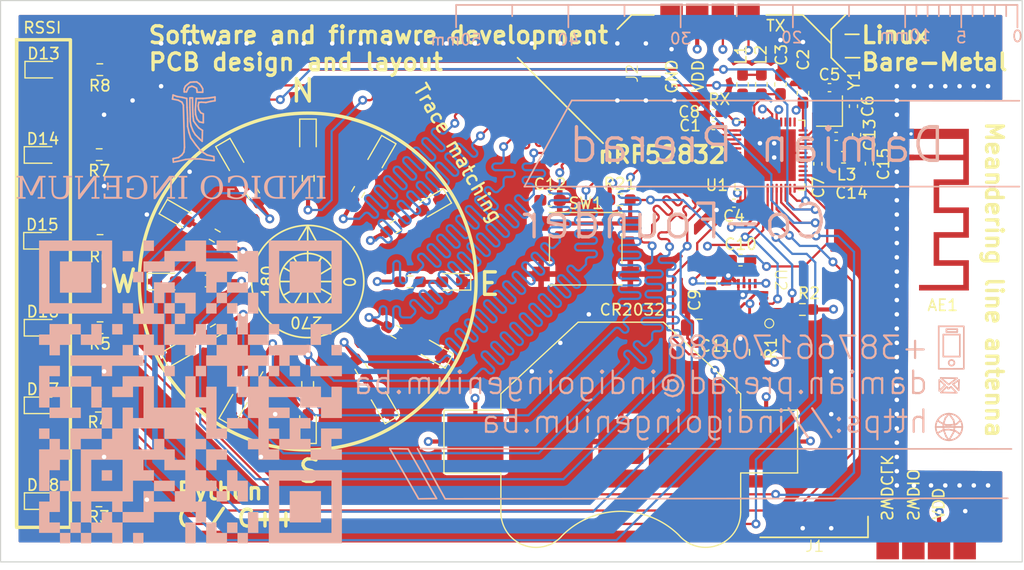
<source format=kicad_pcb>
(kicad_pcb (version 20221018) (generator pcbnew)
  (title_block (title "nRF52832 Beacon visit card") (date "2024-06-08") (rev "v0.1") (company "IndigoIngenium") (comment 1 "Author: Damjan Prerad"))
  (layers (0 "F.Cu" signal) (1 "In1.Cu" signal) (2 "In2.Cu" signal) (31 "B.Cu" signal) (34 "B.Paste" user) (35 "F.Paste" user) (36 "B.SilkS" user "B.Silkscreen") (37 "F.SilkS" user "F.Silkscreen") (38 "B.Mask" user) (39 "F.Mask" user) (44 "Edge.Cuts" user))
  (net 0 "")
  (net 1 "/ANT")
  (net 2 "VDD")
  (net 3 "GND")
  (net 4 "Net-(U1-DEC1)")
  (net 5 "/DEC4")
  (net 6 "/XC2")
  (net 7 "/HC1")
  (net 8 "/ANT_IC")
  (net 9 "/SETC")
  (net 10 "/SETP")
  (net 11 "Net-(U2-C1)")
  (net 12 "/PB")
  (net 13 "Net-(D1-A)")
  (net 14 "Net-(D2-A)")
  (net 15 "Net-(D3-A)")
  (net 16 "Net-(D4-A)")
  (net 17 "Net-(D5-A)")
  (net 18 "Net-(D6-A)")
  (net 19 "Net-(D7-A)")
  (net 20 "Net-(D8-A)")
  (net 21 "Net-(D9-A)")
  (net 22 "Net-(D10-A)")
  (net 23 "Net-(D11-A)")
  (net 24 "Net-(D12-A)")
  (net 25 "Net-(D13-A)")
  (net 26 "Net-(D14-A)")
  (net 27 "Net-(D15-A)")
  (net 28 "Net-(D16-A)")
  (net 29 "Net-(D17-A)")
  (net 30 "Net-(D18-A)")
  (net 31 "/SWDIO")
  (net 32 "/SWDCLK")
  (net 33 "/DCC_MID")
  (net 34 "/DCC")
  (net 35 "/SCL")
  (net 36 "/SDA")
  (net 37 "/DRSSI1")
  (net 38 "/DRSSI2")
  (net 39 "/DRSSI3")
  (net 40 "/DRSSI4")
  (net 41 "/DRSSI5")
  (net 42 "/DRSSI6")
  (net 43 "/D10")
  (net 44 "/D11")
  (net 45 "/D9")
  (net 46 "/D12")
  (net 47 "/D8")
  (net 48 "/D1")
  (net 49 "/D7")
  (net 50 "/D2")
  (net 51 "/D6")
  (net 52 "/D3")
  (net 53 "/D5")
  (net 54 "/D4")
  (net 55 "/DRDY")
  (net 70 "Net-(U1-DEC2)")
  (net 71 "Net-(U1-DEC3)")
  (net 72 "/RX")
  (net 73 "/TX")
  (footprint "Resistor_SMD:R_0603_1608Metric_Pad0.98x0.95mm_HandSolder" (layer "F.Cu") (at 171.4246 107.5182)
    (fp_text reference "R2")
    (fp_text value "2k2")
  )
  (footprint "Resistor_SMD:R_0603_1608Metric_Pad0.98x0.95mm_HandSolder" (layer "F.Cu") (at 127.3556 114.1984 -90)
    (fp_text reference "R15")
    (fp_text value "1k")
  )
  (footprint "Resistor_SMD:R_0603_1608Metric_Pad0.98x0.95mm_HandSolder" (layer "F.Cu") (at 127.4064 95.8342 90)
    (fp_text reference "R14")
    (fp_text value "1k")
  )
  (footprint "Capacitor_SMD:C_0402_1005Metric_Pad0.74x0.62mm_HandSolder" (layer "F.Cu") (at 177.3936 94.5301 -90)
    (fp_text reference "C15")
    (fp_text value "8p")
  )
  (footprint "Package_DFN_QFN:QFN-48-1EP_6x6mm_P0.4mm_EP4.6x4.6mm" (layer "F.Cu") (at 168.529 93.7708)
    (fp_text reference "U1")
    (fp_text value "~")
  )
  (footprint "LED_SMD:LED_0603_1608Metric_Pad1.05x0.95mm_HandSolder" (layer "F.Cu") (at 116.056828 111.2069 30)
    (fp_text reference "D9")
    (fp_text value "LED")
  )
  (footprint "Resistor_SMD:R_0603_1608Metric_Pad0.98x0.95mm_HandSolder" (layer "F.Cu") (at 108.8625 109.1438 180)
    (fp_text reference "R5")
    (fp_text value "1k")
  )
  (footprint "LED_SMD:LED_0603_1608Metric_Pad1.05x0.95mm_HandSolder" (layer "F.Cu") (at 103.773 109.1438)
    (fp_text reference "D16")
    (fp_text value "LED")
  )
  (footprint "Resistor_SMD:R_0603_1608Metric_Pad0.98x0.95mm_HandSolder" (layer "F.Cu") (at 155.1686 97.7392)
    (fp_text reference "R21")
    (fp_text value "10k")
  )
  (footprint "Capacitor_SMD:C_0603_1608Metric_Pad1.08x0.95mm_HandSolder" (layer "F.Cu") (at 171.4754 88.2396 90)
    (fp_text reference "C2")
    (fp_text value "4u7")
  )
  (footprint "Resistor_SMD:R_0603_1608Metric_Pad0.98x0.95mm_HandSolder" (layer "F.Cu") (at 132.15525 112.804248 -60)
    (fp_text reference "R17")
    (fp_text value "1k")
  )
  (footprint "LED_SMD:LED_0603_1608Metric_Pad1.05x0.95mm_HandSolder" (layer "F.Cu") (at 103.773 116.0526)
    (fp_text reference "D17")
    (fp_text value "LED")
  )
  (footprint "Capacitor_SMD:C_0402_1005Metric_Pad0.74x0.62mm_HandSolder" (layer "F.Cu") (at 175.9712 89.408 90)
    (fp_text reference "C6")
    (fp_text value "12p")
  )
  (footprint "LED_SMD:LED_0603_1608Metric_Pad1.05x0.95mm_HandSolder" (layer "F.Cu") (at 103.773 93.7514)
    (fp_text reference "D14")
    (fp_text value "LED")
  )
  (footprint "LED_SMD:LED_0603_1608Metric_Pad1.05x0.95mm_HandSolder" (layer "F.Cu") (at 127.381 92.216 -90)
    (fp_text reference "D1")
    (fp_text value "LED")
  )
  (footprint "Inductor_SMD:L_0603_1608Metric_Pad1.05x0.95mm_HandSolder" (layer "F.Cu") (at 167.767 87.475 90)
    (fp_text reference "L2")
    (fp_text value "15n")
  )
  (footprint "Capacitor_SMD:C_0603_1608Metric_Pad1.08x0.95mm_HandSolder" (layer "F.Cu") (at 169.4688 87.4765 90)
    (fp_text reference "C3")
    (fp_text value "1u")
  )
  (footprint "LED_SMD:LED_0603_1608Metric_Pad1.05x0.95mm_HandSolder" (layer "F.Cu") (at 134.0612 115.9002 120)
    (fp_text reference "D6")
    (fp_text value "LED")
  )
  (footprint "LED_SMD:LED_0603_1608Metric_Pad1.05x0.95mm_HandSolder" (layer "F.Cu") (at 140.2194 105.0544 180)
    (fp_text reference "D4")
    (fp_text value "LED")
  )
  (footprint "Resistor_SMD:R_0603_1608Metric_Pad0.98x0.95mm_HandSolder" (layer "F.Cu") (at 135.257848 109.52385 -30)
    (fp_text reference "R19")
    (fp_text value "1k")
  )
  (footprint "Capacitor_SMD:C_0805_2012Metric_Pad1.18x1.45mm_HandSolder" (layer "F.Cu") (at 162.2298 109.1184 180)
    (fp_text reference "C11")
    (fp_text value "100n")
  )
  (footprint "Capacitor_SMD:C_0603_1608Metric_Pad1.08x0.95mm_HandSolder" (layer "F.Cu") (at 163.2966 105.156 -90)
    (fp_text reference "C9")
    (fp_text value "u22")
  )
  (footprint "Inductor_SMD:L_0603_1608Metric_Pad1.05x0.95mm_HandSolder" (layer "F.Cu") (at 175.0858 93.9584)
    (fp_text reference "L3")
    (fp_text value "3n9")
  )
  (footprint "LED_SMD:LED_0603_1608Metric_Pad1.05x0.95mm_HandSolder" (layer "F.Cu") (at 103.7222 101.3968)
    (fp_text reference "D15")
    (fp_text value "LED")
  )
  (footprint "Crystal:Crystal_SMD_2016-4Pin_2.0x1.6mm" (layer "F.Cu") (at 173.8376 89.8398 90)
    (fp_text reference "Y1")
    (fp_text value "32 MHz")
  )
  (footprint "Resistor_SMD:R_0603_1608Metric_Pad0.98x0.95mm_HandSolder" (layer "F.Cu") (at 119.0752 100.9396 150)
    (fp_text reference "R10")
    (fp_text value "1k")
  )
  (footprint "SMD_edgeConnector_4pin:SMD_edgeConnector_4pin" (layer "F.Cu") (at 185.8772 128.27 90)
    (fp_text reference "J1")
    (fp_text value "Programming")
  )
  (footprint "Capacitor_SMD:C_0402_1005Metric_Pad0.74x0.62mm_HandSolder" (layer "F.Cu") (at 165.3286 98.044 180)
    (fp_text reference "C4")
    (fp_text value "100n")
  )
  (footprint "RF_Antenna:Texas_SWRA117D_2.4GHz_Right" (layer "F.Cu") (at 181.102 93.9766 -90)
    (fp_text reference "AE1")
    (fp_text value "Antenna_Dipole")
  )
  (footprint "Resistor_SMD:R_0603_1608Metric_Pad0.98x0.95mm_HandSolder" (layer "F.Cu") (at 108.7101 116.1288 180)
    (fp_text reference "R4")
    (fp_text value "1k")
  )
  (footprint "LED_SMD:LED_0603_1608Metric_Pad1.05x0.95mm_HandSolder" (layer "F.Cu") (at 138.527372 111.2831 150)
    (fp_text reference "D5")
    (fp_text value "LED")
  )
  (footprint "Capacitor_SMD:C_0603_1608Metric_Pad1.08x0.95mm_HandSolder" (layer "F.Cu") (at 165.9128 103.124 180)
    (fp_text reference "C10")
    (fp_text value "4u7")
  )
  (footprint "LED_SMD:LED_0603_1608Metric_Pad1.05x0.95mm_HandSolder" (layer "F.Cu") (at 103.7844 124.587)
    (fp_text reference "D18")
    (fp_text value "LED")
  )
  (footprint "Capacitor_SMD:C_0402_1005Metric_Pad0.74x0.62mm_HandSolder" (layer "F.Cu") (at 174.4305 92.1004 180)
    (fp_text reference "C14")
    (fp_text value "100p")
  )
  (footprint "HMC5883L:HMC5883L" (layer "F.Cu") (at 166.4716 106.7562 -90)
    (fp_text reference "U2")
    (fp_text value "~")
  )
  (footprint "LED_SMD:LED_0603_1608Metric_Pad1.05x0.95mm_HandSolder" (layer "F.Cu") (at 103.8352 86.1568)
    (fp_text reference "D13")
    (fp_text value "LED")
  )
  (footprint "LED_SMD:LED_0603_1608Metric_Pad1.05x0.95mm_HandSolder" (layer "F.Cu") (at 127.381 117.7912 90)
    (fp_text reference "D7")
    (fp_text value "LED")
  )
  (footprint "Resistor_SMD:R_0603_1608Metric_Pad0.98x0.95mm_HandSolder" (layer "F.Cu") (at 108.7628 124.5616 180)
    (fp_text reference "R3")
    (fp_text value "1k")
  )
  (footprint "LED_SMD:LED_0603_1608Metric_Pad1.05x0.95mm_HandSolder" (layer "F.Cu") (at 120.9237 116.149972 60)
    (fp_text reference "D8")
    (fp_text value "LED")
  )
  (footprint "Resistor_SMD:R_0603_1608Metric_Pad0.98x0.95mm_HandSolder" (layer "F.Cu") (at 122.7836 113.03 -120)
    (fp_text reference "R13")
    (fp_text value "1k")
  )
  (footprint "Capacitor_SMD:C_0402_1005Metric_Pad0.74x0.62mm_HandSolder" (layer "F.Cu") (at 176.2506 91.9567 -90)
    (fp_text reference "C13")
    (fp_text value "100p")
  )
  (footprint "Capacitor_SMD:C_0402_1005Metric_Pad0.74x0.62mm_HandSolder" (layer "F.Cu") (at 163.4831 90.0684 180)
    (fp_text reference "C8")
    (fp_text value "100n")
  )
  (footprint "Resistor_SMD:R_0603_1608Metric_Pad0.98x0.95mm_HandSolder" (layer "F.Cu") (at 108.8625 101.3714 180)
    (fp_text reference "R6")
    (fp_text value "1k")
  )
  (footprint "Resistor_SMD:R_0603_1608Metric_Pad0.98x0.95mm_HandSolder" (layer "F.Cu") (at 108.7863 93.726 180)
    (fp_text reference "R7")
    (fp_text value "1k")
  )
  (footprint "LED_SMD:LED_0603_1608Metric_Pad1.05x0.95mm_HandSolder" (layer "F.Cu") (at 115.9256 99.187 -30)
    (fp_text reference "D11")
    (fp_text value "LED")
  )
  (footprint "Capacitor_SMD:C_0402_1005Metric_Pad0.74x0.62mm_HandSolder" (layer "F.Cu") (at 173.8376 87.757)
    (fp_text reference "C5")
    (fp_text value "12p")
  )
  (footprint "LED_SMD:LED_0603_1608Metric_Pad1.05x0.95mm_HandSolder" (layer "F.Cu") (at 133.75355 93.824752 -120)
    (fp_text reference "D2")
    (fp_text value "LED")
  )
  (footprint "Resistor_SMD:R_0603_1608Metric_Pad0.98x0.95mm_HandSolder" (layer "F.Cu") (at 136.4723 105.0544)
    (fp_text reference "R20")
    (fp_text value "1k")
  )
  (footprint "Capacitor_SMD:C_0603_1608Metric_Pad1.08x0.95mm_HandSolder" (layer "F.Cu") (at 148.9456 97.79)
    (fp_text reference "C12")
    (fp_text value "10u")
  )
  (footprint "Resistor_SMD:R_0603_1608Metric_Pad0.98x0.95mm_HandSolder" (layer "F.Cu") (at 119.1768 109.3978 -150)
    (fp_text reference "R11")
    (fp_text value "1k")
  )
  (footprint "LED_SMD:LED_0603_1608Metric_Pad1.05x0.95mm_HandSolder" (layer "F.Cu") (at 120.6303 94.077372 -60)
    (fp_text reference "D12")
    (fp_text value "LED")
  )
  (footprint "LED_SMD:LED_0603_1608Metric_Pad1.05x0.95mm_HandSolder" (layer "F.Cu") (at 114.7318 105.029)
    (fp_text reference "D10")
    (fp_text value "LED")
  )
  (footprint "SMD_edgeConnector_4pin:SMD_edgeConnector_4pin" (layer "F.Cu") (at 159.766 81.788 -90)
    (fp_text reference "J2")
    (fp_text value "UART" hide)
  )
  (footprint "LED_SMD:LED_0603_1608Metric_Pad1.05x0.95mm_HandSolder" (layer "F.Cu") (at 138.360876 98.22845 -150)
    (fp_text reference "D3")
    (fp_text value "LED")
  )
  (footprint "Capacitor_SMD:C_0402_1005Metric_Pad0.74x0.62mm_HandSolder" (layer "F.Cu") (at 163.4998 91.1352 180)
    (fp_text reference "C1")
    (fp_text value "100n")
  )
  (footprint "Battery:BatteryHolder_Multicomp_BC-2001_1x2032" (layer "F.Cu") (at 155.2448 119.2784 180)
    (fp_text reference "BT1")
    (fp_text value "Battery_Cell")
  )
  (footprint "Resistor_SMD:R_0603_1608Metric_Pad0.98x0.95mm_HandSolder" (layer "F.Cu") (at 135.1788 100.1268 30)
    (fp_text reference "R18")
    (fp_text value "1k")
  )
  (footprint "Button_Switch_SMD:SW_Push_1P1T_NO_6x6mm_H9.5mm" (layer "F.Cu") (at 152.1206 102.108)
    (fp_text reference "SW1")
    (fp_text value "SW_Push")
  )
  (footprint "Resistor_SMD:R_0603_1608Metric_Pad0.98x0.95mm_HandSolder" (layer "F.Cu") (at 167.2336 111.3301 -90)
    (fp_text reference "R1")
    (fp_text value "2k2")
  )
  (footprint "Resistor_SMD:R_0603_1608Metric_Pad0.98x0.95mm_HandSolder" (layer "F.Cu") (at 118.491 104.9782 180)
    (fp_text reference "R9")
    (fp_text value "1k")
  )
  (footprint "Resistor_SMD:R_0603_1608Metric_Pad0.98x0.95mm_HandSolder" (layer "F.Cu") (at 131.85045 97.050552 60)
    (fp_text reference "R16")
    (fp_text value "1k")
  )
  (footprint "Resistor_SMD:R_0603_1608Metric_Pad0.98x0.95mm_HandSolder" (layer "F.Cu") (at 108.8409 86.1568 180)
    (fp_text reference "R8")
    (fp_text value "1k")
  )
  (footprint "Capacitor_SMD:C_0402_1005Metric_Pad0.74x0.62mm_HandSolder" (layer "F.Cu") (at 172.7998 94.5426 -90)
    (fp_text reference "C7")
    (fp_text value "8p")
  )
  (footprint "Inductor_SMD:L_0603_1608Metric_Pad1.05x0.95mm_HandSolder" (layer "F.Cu") (at 166.0906 87.489 -90)
    (fp_text reference "L1")
    (fp_text value "10u")
  )
  (footprint "Resistor_SMD:R_0603_1608Metric_Pad0.98x0.95mm_HandSolder" (layer "F.Cu") (at 122.47785 97.157848 120)
    (fp_text reference "R12")
    (fp_text value "1k")
  )
  (footprint "Calibration_Scale:Gauge_50mm_Type1_SilkScreenTop" (layer "B.Cu") (at 190.5762 80.391 180)
    (fp_text reference " " hide)
    (fp_text value "Gauge_50mm_Type1_SilkScreenTop")
  )
  (footprint "LOGO" (layer "B.Cu") (at 116.9162 114.8588 180)
    (fp_text reference " ")
    (fp_text value "LOGO" hide)
  )
  (gr_line (start 117.5004 88.011) (end 117.5004 88.1634) (stroke (width 0.15)) (layer "B.SilkS"))
  (gr_line (start 116.1796 88.6206) (end 115.7224 88.5444) (stroke (width 0.15)) (layer "B.SilkS"))
  (gr_circle (center 184.7088 112.268) (end 184.912 112.4204) (stroke (width 0.15)) (fill none) (layer "B.SilkS"))
  (gr_line (start 117.4242 91.059) (end 117.1956 90.7288) (stroke (width 0.15)) (layer "B.SilkS"))
  (gr_line (start 119.1006 88.5952) (end 119.1006 88.9254) (stroke (width 0.15)) (layer "B.SilkS"))
  (gr_line (start 116.3574 87.8586) (end 116.3574 88.138) (stroke (width 0.15)) (layer "B.SilkS"))
  (gr_line (start 116.3574 88.138) (end 116.5606 88.138) (stroke (width 0.15)) (layer "B.SilkS"))
  (gr_line (start 117.3988 92.8624) (end 116.9416 92.2274) (stroke (width 0.15)) (layer "B.SilkS"))
  (gr_line (start 183.9976 118.237) (end 184.4548 118.2116) (stroke (width 0.15)) (layer "B.SilkS"))
  (gr_line (start 116.6368 87.4776) (end 116.459 87.63) (stroke (width 0.15)) (layer "B.SilkS"))
  (gr_line (start 117.6782 92.2782) (end 117.9576 92.5322) (stroke (width 0.15)) (layer "B.SilkS"))
  (gr_line (start 115.3922 94.3864) (end 115.824 94.3102) (stroke (width 0.15)) (layer "B.SilkS"))
  (gr_line (start 117.4496 87.8078) (end 117.5004 88.011) (stroke (width 0.15)) (layer "B.SilkS"))
  (gr_line (start 184.4548 118.2116) (end 184.7596 118.2624) (stroke (width 0.15)) (layer "B.SilkS"))
  (gr_line (start 116.6622 87.9094) (end 116.7638 87.7316) (stroke (width 0.15)) (layer "B.SilkS"))
  (gr_line (start 117.8306 89.9922) (end 118.0592 90.0938) (stroke (width 0.15)) (layer "B.SilkS"))
  (gr_line (start 184.8358 114.173) (end 185.3692 113.792) (stroke (width 0.15)) (layer "B.SilkS"))
  (gr_line (start 116.3828 93.0656) (end 116.332 93.4974) (stroke (width 0.15)) (layer "B.SilkS"))
  (gr_line (start 116.967 91.1606) (end 117.1448 91.6178) (stroke (width 0.15)) (layer "B.SilkS"))
  (gr_line (start 117.3734 90.1446) (end 117.348 89.7382) (stroke (width 0.15)) (layer "B.SilkS"))
  (gr_line (start 183.7182 118.3894) (end 183.9976 118.237) (stroke (width 0.15)) (layer "B.SilkS"))
  (gr_line (start 117.1448 90.3224) (end 117.1194 89.7636) (stroke (width 0.15)) (layer "B.SilkS"))
  (gr_line (start 184.2516 109.5248) (end 185.2168 109.5248) (stroke (width 0.15)) (layer "B.SilkS"))
  (gr_line (start 116.6114 89.5096) (end 116.586 88.7222) (stroke (width 0.15)) (layer "B.SilkS"))
  (gr_line (start 115.824 94.3102) (end 116.4844 94.1578) (stroke (width 0.15)) (layer "B.SilkS"))
  (gr_line (start 118.999 93.9038) (end 118.3894 93.7514) (stroke (width 0.15)) (layer "B.SilkS"))
  (gr_line (start 118.2624 94.1832) (end 119.0244 94.2594) (stroke (width 0.15)) (layer "B.SilkS"))
  (gr_line (start 184.2262 118.8212) (end 184.4802 119.167032) (stroke (width 0.15)) (layer "B.SilkS"))
  (gr_line (start 117.9576 92.5322) (end 117.983 91.567) (stroke (width 0.15)) (layer "B.SilkS"))
  (gr_line (start 185.3438 114.7064) (end 184.8358 114.173) (stroke (width 0.15)) (layer "B.SilkS"))
  (gr_line (start 117.983 91.567) (end 117.6528 91.3384) (stroke (width 0.15)) (layer "B.SilkS"))
  (gr_line (start 117.094 88.6714) (end 116.8654 88.6714) (stroke (width 0.15)) (layer "B.SilkS"))
  (gr_line (start 185.2168 109.5248) (end 185.2168 109.2708) (stroke (width 0.15)) (layer "B.SilkS"))
  (gr_line (start 183.9722 109.7534) (end 183.9722 111.7092) (stroke (width 0.15)) (layer "B.SilkS"))
  (gr_line (start 184.7596 118.2624) (end 185.0644 118.3386) (stroke (width 0.15)) (layer "B.SilkS"))
  (gr_rect (start 183.5658 109.0168) (end 185.801 112.8014) (stroke (width 0.15)) (fill none) (layer "B.SilkS"))
  (gr_line (start 183.9976 118.237) (end 184.2262 118.8212) (stroke (width 0.15)) (layer "B.SilkS"))
  (gr_line (start 184.1246 114.2492) (end 183.6166 113.792) (stroke (width 0.15)) (layer "B.SilkS"))
  (gr_line (start 117.1956 90.7288) (end 117.1448 90.3224) (stroke (width 0.15)) (layer "B.SilkS"))
  (gr_line (start 183.769 114.9096) (end 184.277 114.4016) (stroke (width 0.15)) (layer "B.SilkS"))
  (gr_line (start 116.8908 90.0938) (end 116.8908 90.7542) (stroke (width 0.15)) (layer "B.SilkS"))
  (gr_line (start 118.0084 88.1634) (end 118.0084 87.8586) (stroke (width 0.15)) (layer "B.SilkS"))
  (gr_line (start 184.4802 116.798968) (end 184.15 117.1956) (stroke (width 0.15)) (layer "B.SilkS"))
  (gr_line (start 117.348 91.948) (end 117.6782 92.2782) (stroke (width 0.15)) (layer "B.SilkS"))
  (gr_line (start 184.4294 114.5794) (end 184.658 114.4016) (stroke (width 0.15)) (layer "B.SilkS"))
  (gr_line (start 184.2008 117.8052) (end 184.6072 117.8052) (stroke (width 0.15)) (layer "B.SilkS"))
  (gr_line (start 117.8814 87.63) (end 117.729 87.4268) (stroke (width 0.15)) (layer "B.SilkS"))
  (gr_line (start 159.4104 119.4816) (end 159.6644 119.4816) (stroke (width 0.15)) (layer "B.SilkS"))
  (gr_line (start 117.7798 94.107) (end 118.2624 94.1832) (stroke (width 0.15)) (layer "B.SilkS"))
  (gr_line (start 116.8908 87.2744) (end 116.6368 87.4776) (stroke (width 0.15)) (layer "B.SilkS"))
  (gr_line (start 116.4844 94.1578) (end 116.967 94.107) (stroke (width 0.15)) (layer "B.SilkS"))
  (gr_line (start 116.967 94.107) (end 117.7798 94.107) (stroke (width 0.15)) (layer "B.SilkS"))
  (gr_line (start 146.6596 96.5708) (end 190.754 96.5708) (stroke (width 0.15)) (layer "B.SilkS"))
  (gr_line (start 134.6708 119.9134) (end 137.2362 124.3838) (stroke (width 0.15)) (layer "B.SilkS"))
  (gr_line (start 138.8364 124.3584) (end 136.2964 119.9388) (stroke (width 0.15)) (layer "B.SilkS"))
  (gr_line (start 117.0432 87.63) (end 117.1956 87.6808) (stroke (width 0.15)) (layer "B.SilkS"))
  (gr_line (start 117.5004 88.1634) (end 118.0084 88.1634) (stroke (width 0.15)) (layer "B.SilkS"))
  (gr_line (start 117.6528 91.3384) (end 117.4242 91.059) (stroke (width 0.15)) (layer "B.SilkS"))
  (gr_line (start 115.316 88.773) (end 115.824 88.8746) (stroke (width 0.15)) (layer "B.SilkS"))
  (gr_line (start 184.6072 117.8052) (end 185.1406 117.729) (stroke (width 0.15)) (layer "B.SilkS"))
  (gr_line (start 137.1346 119.9134) (end 139.5984 124.3838) (stroke (width 0.15)) (layer "B.SilkS"))
  (gr_line (start 139.5984 124.3838) (end 189.7126 124.333) (stroke (width 0.15)) (layer "B.SilkS"))
  (gr_line (start 116.8908 90.7542) (end 116.967 91.1606) (stroke (width 0.15)) (layer "B.SilkS"))
  (gr_line (start 119.0244 94.2594) (end 118.999 93.9038) (stroke (width 0.15)) (layer "B.SilkS"))
  (gr_line (start 150.876 88.9) (end 146.6596 96.5708) (stroke (width 0.15)) (layer "B.SilkS"))
  (gr_line (start 183.7436 113.6142) (end 184.4548 114.1984) (stroke (width 0.15)) (layer "B.SilkS"))
  (gr_line (start 184.4802 116.798968) (end 184.8866 117.3734) (stroke (width 0.15)) (layer "B.SilkS"))
  (gr_line (start 183.6166 114.7572) (end 184.1246 114.2492) (stroke (width 0.15)) (layer "B.SilkS"))
  (gr_line (start 185.2168 109.2708) (end 184.2516 109.2708) (stroke (width 0.15)) (layer "B.SilkS"))
  (gr_line (start 115.7224 88.5444) (end 115.3668 88.4174) (stroke (width 0.15)) (layer "B.SilkS"))
  (gr_line (start 118.0084 87.8586) (end 117.8814 87.63) (stroke (width 0.15)) (layer "B.SilkS"))
  (gr_line (start 136.2964 119.9388) (end 134.6708 119.9134) (stroke (width 0.15)) (layer "B.SilkS"))
  (gr_line (start 137.3886 119.9134) (end 190.0428 119.9388) (stroke (width 0.15)) (layer "B.SilkS"))
  (gr_line (start 117.1194 89.7636) (end 117.094 88.6714) (stroke (width 0.15)) (layer "B.SilkS"))
  (gr_line (start 184.15 117.1956) (end 183.9722 117.7544) (stroke (width 0.15)) (layer "B.SilkS"))
  (gr_line (start 116.7638 87.7316) (end 117.0432 87.63) (stroke (width 0.15)) (layer "B.SilkS"))
  (gr_line (start 150.876 88.9) (end 190.754 88.9254) (stroke (width 0.15)) (layer "B.SilkS"))
  (gr_line (start 118.2878 89.0778) (end 117.8814 89.0524) (stroke (width 0.15)) (layer "B.SilkS"))
  (gr_line (start 117.602 89.3826) (end 117.6528 89.7128) (stroke (width 0.15)) (layer "B.SilkS"))
  (gr_line (start 184.277 114.4016) (end 184.4294 114.5794) (stroke (width 0.15)) (layer "B.SilkS"))
  (gr_line (start 117.6528 89.0778) (end 117.602 89.3826) (stroke (width 0.15)) (layer "B.SilkS"))
  (gr_line (start 118.3894 93.7514) (end 118.0338 93.5228) (stroke (width 0.15)) (layer "B.SilkS"))
  (gr_line (start 185.3692 113.792) (end 185.3438 114.7064) (stroke (width 0.15)) (layer "B.SilkS"))
  (gr_line (start 117.1956 87.6808) (end 117.4496 87.8078) (stroke (width 0.15)) (layer "B.SilkS"))
  (gr_line (start 116.9416 92.2274) (end 116.7892 91.7702) (stroke (width 0.15)) (layer "B.SilkS"))
  (gr_line (start 116.8654 89.5096) (end 116.8908 90.0938) (stroke (width 0.15)) (layer "B.SilkS"))
  (gr_line (start 116.6622 91.2114) (end 116.6622 90.5256) (stroke (width 0.15)) (layer "B.SilkS"))
  (gr_line (start 137.2362 124.3838) (end 138.8364 124.3584) (stroke (width 0.15)) (layer "B.SilkS"))
  (gr_line (start 116.586 88.7222) (end 116.1796 88.6206) (stroke (width 0.15)) (layer "B.SilkS"))
  (gr_line (start 117.8814 89.0524) (end 117.6528 89.0778) (stroke (width 0.15)) (layer "B.SilkS"))
  (gr_line (start 117.4242 88.7222) (end 118.0338 88.7222) (stroke (width 0.15)) (layer "B.SilkS"))
  (gr_line (start 119.1006 88.9254) (end 118.745 88.9762) (stroke (width 0.15)) (layer "B.SilkS"))
  (gr_line (start 116.1542 89.0524) (end 116.2812 89.3064) (stroke (width 0.15)) (layer "B.SilkS"))
  (gr_line (start 184.4548 114.1984) (end 185.1914 113.6396) (stroke (width 0.15)) (layer "B.SilkS"))
  (gr_line (start 117.1448 91.6178) (end 117.348 91.948) (stroke (width 0.15)) (layer "B.SilkS"))
  (gr_circle (center 184.4802 117.983) (end 185.4454 118.6688) (stroke (width 0.15)) (fill none) (layer "B.SilkS"))
  (gr_line (start 184.9882 117.9068) (end 184.912 118.4148) (stroke (width 0.15)) (layer "B.SilkS"))
  (gr_line (start 185.166 114.935) (end 183.769 114.9096) (stroke (width 0.15)) (layer "B.SilkS"))
  (gr_line (start 115.3668 88.4174) (end 115.316 88.773) (stroke (width 0.15)) (layer "B.SilkS"))
  (gr_line (start 117.5004 90.551) (end 117.3734 90.1446) (stroke (width 0.15)) (layer "B.SilkS"))
  (gr_line (start 118.745 88.9762) (end 118.2878 89.0778) (stroke (width 0.15)) (layer "B.SilkS"))
  (gr_line (start 118.0592 90.0938) (end 118.0592 90.8812) (stroke (width 0.15)) (layer "B.SilkS"))
  (gr_line (start 116.332 93.4974) (end 116.1542 93.7514) (stroke (width 0.15)) (layer "B.SilkS"))
  (gr_line (start 185.4454 109.7534) (end 183.9722 109.7534) (stroke (width 0.15)) (layer "B.SilkS"))
  (gr_line (start 184.8866 117.3734) (end 184.9882 117.9068) (stroke (width 0.15)) (layer "B.SilkS"))
  (gr_line (start 185.1914 113.6396) (end 183.7436 113.6142) (stroke (width 0.15)) (layer "B.SilkS"))
  (gr_line (start 118.0338 88.7222) (end 118.5926 88.6714) (stroke (width 0.15)) (layer "B.SilkS"))
  (gr_line (start 185.1406 117.729) (end 185.42 117.475) (stroke (width 0.15)) (layer "B.SilkS"))
  (gr_line (start 183.9722 111.7092) (end 185.4454 111.7092) (stroke (width 0.15)) (layer "B.SilkS"))
  (gr_line (start 184.658 114.4016) (end 185.166 114.935) (stroke (width 0.15)) (layer "B.SilkS"))
  (gr_line (start 116.5606 88.138) (end 116.6622 87.9094) (stroke (width 0.15)) (layer "B.SilkS"))
  (gr_line (start 185.0644 118.3386) (end 185.42 118.5926) (stroke (width 0.15)) (layer "B.SilkS"))
  (gr_line (start 185.4454 111.7092) (end 185.4454 109.7534) (stroke (width 0.15)) (layer "B.SilkS"))
  (gr_line (start 183.4134 118.5418) (end 183.7182 118.3894) (stroke (width 0.15)) (layer "B.SilkS"))
  (gr_line (start 184.2516 109.2708) (end 184.2516 109.5248) (stroke (width 0.15)) (layer "B.SilkS"))
  (gr_line (start 183.296168 117.983) (end 185.664232 117.983) (stroke (width 0.15)) (layer "B.SilkS"))
  (gr_line (start 117.348 89.7382) (end 117.4242 88.7222) (stroke (width 0.15)) (layer "B.SilkS"))
  (gr_line (start 183.9722 117.7544) (end 183.9976 118.237) (stroke (width 0.15)) (layer "B.SilkS"))
  (gr_line (start 118.5926 88.6714) (end 119.1006 88.5952) (stroke (width 0.15)) (layer "B.SilkS"))
  (gr_line (start 117.221 87.249) (end 116.8908 87.2744) (stroke (width 0.15)) (layer "B.SilkS"))
  (gr_line (start 117.7036 90.805) (end 117.5004 90.551) (stroke (width 0.15)) (layer "B.SilkS"))
  (gr_line (start 115.8494 93.98) (end 115.3668 94.0816) (stroke (width 0.15)) (layer "B.SilkS"))
  (gr_line (start 115.824 88.8746) (end 116.1542 89.0524) (stroke (width 0.15)) (layer "B.SilkS"))
  (gr_line (start 117.6528 89.7128) (end 117.8306 89.9922) (stroke (width 0.15)) (layer "B.SilkS"))
  (gr_line (start 183.6674 117.5512) (end 184.2008 117.8052) (stroke (width 0.15)) (layer "B.SilkS"))
  (gr_line (start 116.1542 93.7514) (end 115.8494 93.98) (stroke (width 0.15)) (layer "B.SilkS"))
  (gr_line (start 116.8654 88.6714) (end 116.8654 89.5096) (stroke (width 0.15)) (layer "B.SilkS"))
  (gr_line (start 117.729 87.4268) (end 117.475 87.249) (stroke (width 0.15)) (layer "B.SilkS"))
  (gr_line (start 115.3668 94.0816) (end 115.3922 94.3864) (stroke (width 0.15)) (layer "B.SilkS"))
  (gr_line (start 184.912 118.4148) (end 184.4802 119.167032) (stroke (width 0.15)) (layer "B.SilkS"))
  (gr_line (start 116.459 87.63) (end 116.3574 87.8586) (stroke (width 0.15)) (layer "B.SilkS"))
  (gr_line (start 183.6166 113.792) (end 183.6166 114.7572) (stroke (width 0.15)) (layer "B.SilkS"))
  (gr_line (start 116.7892 91.7702) (end 116.6622 91.2114) (stroke (width 0.15)) (layer "B.SilkS"))
  (gr_line (start 116.2812 89.3064) (end 116.3828 93.0656) (stroke (width 0.15)) (layer "B.SilkS"))
  (gr_line (start 117.7544 93.2942) (end 117.3988 92.8624) (stroke (width 0.15)) (layer "B.SilkS"))
  (gr_line (start 118.0592 90.8812) (end 117.7036 90.805) (stroke (width 0.15)) (layer "B.SilkS"))
  (gr_line (start 118.0338 93.5228) (end 117.7544 93.2942) (stroke (width 0.15)) (layer "B.SilkS"))
  (gr_line (start 183.4896 117.3988) (end 183.6674 117.5512) (stroke (width 0.15)) (layer "B.SilkS"))
  (gr_line (start 117.475 87.249) (end 117.221 87.249) (stroke (width 0.15)) (layer "B.SilkS"))
  (gr_line (start 116.6622 90.5256) (end 116.6114 89.5096) (stroke (width 0.15)) (layer "B.SilkS"))
  (gr_line (start 173.99 83.82) (end 173.99 82.55) (stroke (width 0.15)) (layer "F.SilkS"))
  (gr_line (start 146.05 85.09) (end 153.67 92.71) (stroke (width 0.15)) (layer "F.SilkS"))
  (gr_line (start 173.99 82.55) (end 175.26 81.28) (stroke (width 0.15)) (layer "F.SilkS"))
  (gr_line (start 157.1498 86.7664) (end 158.75 86.7664) (stroke (width 0.15)) (layer "F.SilkS"))
  (gr_line (start 173.99 83.82) (end 173.99 85.09) (stroke (width 0.15)) (layer "F.SilkS"))
  (gr_line (start 173.99 85.09) (end 175.26 86.36) (stroke (width 0.15)) (layer "F.SilkS"))
  (gr_circle (center 127.3584 105.0254) (end 132.3584 105.0254) (stroke (width 0.15)) (fill none) (layer "F.SilkS"))
  (gr_line (start 167.6654 127.8128) (end 177.2666 127.8128) (stroke (width 0.15)) (layer "F.SilkS"))
  (gr_line (start 127.3584 105.0254) (end 129.4638 103.7844) (stroke (width 0.15)) (layer "F.SilkS"))
  (gr_line (start 171.45 81.28) (end 173.99 83.82) (stroke (width 0.15)) (layer "F.SilkS"))
  (gr_line (start 176.4538 83.0072) (end 175.2346 83.0072) (stroke (width 0.15)) (layer "F.SilkS"))
  (gr_circle (center 127.3584 105.0254) (end 129.8584 105.0254) (stroke (width 0.15)) (fill none) (layer "F.SilkS"))
  (gr_line (start 127.3584 105.0254) (end 125.1966 106.2482) (stroke (width 0.15)) (layer "F.SilkS"))
  (gr_line (start 127.3584 105.0254) (end 129.4892 106.2228) (stroke (width 0.15)) (layer "F.SilkS"))
  (gr_rect (start 101.4222 83.4898) (end 106.2228 126.9238) (stroke (width 0.3)) (fill none) (layer "F.SilkS"))
  (gr_line (start 127.3584 105.0254) (end 126.111 107.1626) (stroke (width 0.15)) (layer "F.SilkS"))
  (gr_line (start 127.3584 100.0254) (end 126.365 101.6762) (stroke (width 0.15)) (layer "F.SilkS"))
  (gr_line (start 156.21 81.28) (end 158.1912 81.28) (stroke (width 0.15)) (layer "F.SilkS"))
  (gr_line (start 127.3584 105.0254) (end 127.3584 107.5254) (stroke (width 0.15)) (layer "F.SilkS"))
  (gr_line (start 154.94 82.55) (end 156.21 81.28) (stroke (width 0.15)) (layer "F.SilkS"))
  (gr_line (start 127.3584 105.0254) (end 126.1364 102.9208) (stroke (width 0.15)) (layer "F.SilkS"))
  (gr_line (start 127.3584 100.0254) (end 128.2446 101.6762) (stroke (width 0.15)) (layer "F.SilkS"))
  (gr_line (start 127.3584 105.0254) (end 128.5494 102.9462) (stroke (width 0.15)) (layer "F.SilkS"))
  (gr_line (start 127.3584 105.0254) (end 128.5494 107.1118) (stroke (width 0.15)) (layer "F.SilkS"))
  (gr_line (start 127.3584 105.0254) (end 129.8584 105.0254) (stroke (width 0.15)) (layer "F.SilkS"))
  (gr_line (start 127.3584 105.0254) (end 124.8584 105.0254) (stroke (width 0.15)) (layer "F.SilkS"))
  (gr_line (start 176.53 85.09) (end 175.26 85.09) (stroke (width 0.15)) (layer "F.SilkS"))
  (gr_circle (center 127.3584 105.0254) (end 142.3584 105.0254) (stroke (width 0.3)) (fill none) (layer "F.SilkS"))
  (gr_line (start 127.3584 105.0254) (end 125.1966 103.7844) (stroke (width 0.15)) (layer "F.SilkS"))
  (gr_line (start 168.1988 81.28) (end 171.45 81.28) (stroke (width 0.15)) (layer "F.SilkS"))
  (gr_line (start 177.2666 127.8128) (end 177.2666 125.9586) (stroke (width 0.15)) (layer "F.SilkS"))
  (gr_line (start 127.3584 105.0254) (end 127.3584 100.0254) (stroke (width 0.15)) (layer "F.SilkS"))
  (gr_line (start 128.5494 102.9462) (end 127.3584 105.0254) (stroke (width 0.15)) (layer "F.SilkS"))
  (gr_rect (start 100 80) (end 191 130) (stroke (width 0.1)) (fill none) (layer "Edge.Cuts"))
  (gr_text "INDIGO INGENUM" (at 129.1082 97.9932) (layer "B.SilkS") (effects (font (size 2 2)) (justify left bottom mirror)))
  (gr_text "https://indigoingenium.ba\n" (at 182.8038 118.6688) (layer "B.SilkS") (effects (font (size 2 2) (thickness 0.2)) (justify left bottom mirror)))
  (gr_text "damjan.prerad@indigoingenium.ba\n" (at 182.753 115.2144) (layer "B.SilkS") (effects (font (size 2 2) (thickness 0.2)) (justify left bottom mirror)))
  (gr_text "Damjan Prerad\n" (at 184.3532 94.615) (layer "B.SilkS") (effects (font (size 3 3) (thickness 0.3)) (justify left bottom mirror)))
  (gr_text "Co-Founder\n" (at 173.863 101.4222) (layer "B.SilkS") (effects (font (size 3 3) (thickness 0.3)) (justify left bottom mirror)))
  (gr_text "+38766170888\n" (at 182.8292 112.0902) (layer "B.SilkS") (effects (font (size 2 2) (thickness 0.2)) (justify left bottom mirror)))
  (gr_text "RX" (at 162.941 89.3826) (layer "F.SilkS") (effects (font (size 1 1)) (justify left bottom)))
  (gr_text "Linux\nBare-Metal" (at 176.53 86.36) (layer "F.SilkS") (effects (font (size 1.5 1.5) (thickness 0.3) bold) (justify left bottom)))
  (gr_text "180" (at 124.3584 106.5276 90) (layer "F.SilkS") (effects (font (size 1 1)) (justify left bottom)))
  (gr_text "Trace matching" (at 136.6012 87.7824 300) (layer "F.SilkS") (effects (font (size 1.2 1.2) (thickness 0.2) bold) (justify left bottom)))
  (gr_text "VDD" (at 184.15 126.3396 90) (layer "F.SilkS") (effects (font (size 1 1)) (justify left bottom)))
  (gr_text "GND" (at 160.3756 88.392 90) (layer "F.SilkS") (effects (font (size 1 1)) (justify left bottom)))
  (gr_text "Python\nC / C++" (at 115.57 127) (layer "F.SilkS") (effects (font (size 1.5 1.5) (thickness 0.3) bold) (justify left bottom)))
  (gr_text "270\n" (at 128.7526 108.077 180) (layer "F.SilkS") (effects (font (size 1 1)) (justify left bottom)))
  (gr_text "RSSI\n" (at 101.9302 83.0072) (layer "F.SilkS") (effects (font (size 1 1)) (justify left bottom)))
  (gr_text "S" (at 126.365 123.0884) (layer "F.SilkS") (effects (font (size 2 2) (thickness 0.3)) (justify left bottom)))
  (gr_text "0" (at 131.7244 105.6386 90) (layer "F.SilkS") (effects (font (size 1 1)) (justify left bottom)))
  (gr_text "N" (at 125.6792 89.2048) (layer "F.SilkS") (effects (font (size 2 2) (thickness 0.3) bold) (justify left bottom)))
  (gr_text "CR2032" (at 153.2636 108.1278) (layer "F.SilkS") (effects (font (size 1 1)) (justify left bottom)))
  (gr_text "SWDIO" (at 180.6702 126.4412 270) (layer "F.SilkS") (effects (font (size 1 1)) (justify left bottom mirror)))
  (gr_text "nRF52832\n" (at 153.0604 94.615) (layer "F.SilkS") (effects (font (size 1.5 1.5) (thickness 0.3) bold) (justify left bottom)))
  (gr_text "Meandering line antenna\n" (at 187.6298 90.6272 -90) (layer "F.SilkS") (effects (font (size 1.5 1.5) (thickness 0.3) bold) (justify left bottom)))
  (gr_text "E" (at 142.4432 106.426) (layer "F.SilkS") (effects (font (size 2 2) (thickness 0.3)) (justify left bottom)))
  (gr_text "SWDCLK" (at 178.3334 126.4412 270) (layer "F.SilkS") (effects (font (size 1 1)) (justify left bottom mirror)))
  (gr_text "Software and firmawre development\nPCB design and layout" (at 113.03 86.36) (layer "F.SilkS") (effects (font (size 1.5 1.5) (thickness 0.3) bold) (justify left bottom)))
  (gr_text "TX" (at 168.0972 82.8294) (layer "F.SilkS") (effects (font (size 1 1)) (justify left bottom)))
  (gr_text "VDD" (at 162.7124 88.2396 90) (layer "F.SilkS") (effects (font (size 1 1)) (justify left bottom)))
  (gr_text "W" (at 109.6264 106.172) (layer "F.SilkS") (effects (font (size 2 2) (thickness 0.3)) (justify left bottom)))
  (segment (start 175.9608 93.9584) (end 177.3894 93.9584) (width 0.3693) (layer "F.Cu") (net 1))
  (segment (start 177.3894 93.9584) (end 177.3936 93.9626) (width 0.3693) (layer "F.Cu") (net 1))
  (segment (start 177.3936 93.9626) (end 181.088 93.9626) (width 0.3693) (layer "F.Cu") (net 1))
  (segment (start 181.088 93.9626) (end 181.102 93.9766) (width 0.3693) (layer "F.Cu") (net 1))
  (segment (start 167.2336 112.2426) (end 168.91 112.2426) (width 0.3693) (layer "F.Cu") (net 2))
  (segment (start 172.3371 107.5182) (end 174.1678 107.5182) (width 0.3693) (layer "F.Cu") (net 2))
  (segment (start 172.085 119.2784) (end 172.1358 119.2276) (width 0.3693) (layer "F.Cu") (net 2))
  (segment (start 171.4754 91.5672) (end 171.479 91.5708) (width 0.2) (layer "F.Cu") (net 2))
  (segment (start 165.7216 108.2062) (end 165.2248 108.2062) (width 0.25) (layer "F.Cu") (net 2))
  (segment (start 154.2561 96.5435) (end 154.5336 96.266) (width 0.3693) (layer "F.Cu") (net 2))
  (segment (start 165.8961 97.3923) (end 165.6334 97.1296) (width 0.2) (layer "F.Cu") (net 2))
  (segment (start 165.7216 108.2062) (end 165.7216 107.5187) (width 0.25) (layer "F.Cu") (net 2))
  (segment (start 164.6682 90.0684) (end 165.4206 90.8208) (width 0.2) (layer "F.Cu") (net 2))
  (segment (start 164.7952 108.6358) (end 164.7952 108.966) (width 0.25) (layer "F.Cu") (net 2))
  (segment (start 165.4206 90.8208) (end 165.5318 90.8208) (width 0.2) (layer "F.Cu") (net 2))
  (segment (start 142.2948 119.2784) (end 142.2948 115.447) (width 0.3693) (layer "F.Cu") (net 2))
  (segment (start 142.2948 115.447) (end 142.2654 115.4176) (width 0.3693) (layer "F.Cu") (net 2))
  (segment (start 154.2561 97.7392) (end 154.2561 96.5435) (width 0.3693) (layer "F.Cu") (net 2))
  (segment (start 171.4754 89.154) (end 170.8658 89.7636) (width 0.2) (layer "F.Cu") (net 2))
  (segment (start 162.052 81.788) (end 162.052 84.328) (width 0.3693) (layer "F.Cu") (net 2))
  (segment (start 166.329 96.7208) (end 166.329 97.6953) (width 0.2) (layer "F.Cu") (net 2))
  (segment (start 171.4754 89.1021) (end 171.4754 91.5672) (width 0.2) (layer "F.Cu") (net 2))
  (segment (start 165.8961 98.044) (end 165.8961 97.3923) (width 0.2) (layer "F.Cu") (net 2))
  (segment (start 166.744278 106.615229) (end 166.744278 106.996194) (width 0.25) (layer "F.Cu") (net 2))
  (segment (start 166.7216 108.2062) (end 166.7216 107.018872) (width 0.25) (layer "F.Cu") (net 2))
  (segment (start 183.5912 128.4478) (end 183.5912 125.5776) (width 0.3693) (layer "F.Cu") (net 2))
  (segment (start 165.8961 98.044) (end 165.9803 98.044) (width 0.2) (layer "F.Cu") (net 2))
  (segment (start 167.9716 106.0062) (end 167.353307 106.0062) (width 0.25) (layer "F.Cu") (net 2))
  (segment (start 164.6428 109.1184) (end 164.7952 108.966) (width 0.25) (layer "F.Cu") (net 2))
  (segment (start 142.2948 119.2784) (end 138.0998 119.2784) (width 0.3693) (layer "F.Cu") (net 2))
  (segment (start 166.329 90.8208) (end 165.5318 90.8208) (width 0.2) (layer "F.Cu") (net 2))
  (segment (start 163.2673 109.1184) (end 164.6428 109.1184) (width 0.25) (layer "F.Cu") (net 2))
  (segment (start 168.1948 115.2946) (end 168.1988 115.2906) (width 0.3693) (layer "F.Cu") (net 2))
  (segment (start 183.5912 125.5776) (end 183.6166 125.5522) (width 0.3693) (layer "F.Cu") (net 2))
  (segment (start 168.1948 119.2784) (end 172.085 119.2784) (width 0.3693) (layer "F.Cu") (net 2))
  (segment (start 165.7216 107.5187) (end 166.244106 106.996194) (width 0.25) (layer "F.Cu") (net 2))
  (segment (start 166.7216 107.018872) (end 166.744278 106.996194) (width 0.25) (layer "F.Cu") (net 2))
  (segment (start 166.329 97.6953) (end 165.9636 98.0607) (width 0.2) (layer "F.Cu") (net 2))
  (segment (start 165.2248 108.2062) (end 164.7952 108.6358) (width 0.25) (layer "F.Cu") (net 2))
  (segment (start 168.1948 119.2784) (end 168.1948 115.2946) (width 0.3693) (layer "F.Cu") (net 2))
  (segment (start 167.353307 106.0062) (end 166.744278 106.615229) (width 0.25) (layer "F.Cu") (net 2))
  (segment (start 171.4754 89.1021) (end 171.4754 89.154) (width 0.2) (layer "F.Cu") (net 2))
  (segment (start 166.244106 106.996194) (end 166.744278 106.996194) (width 0.25) (layer "F.Cu") (net 2))
  (segment (start 168.91 112.2426) (end 168.9354 112.2172) (width 0.3693) (layer "F.Cu") (net 2))
  (segment (start 164.0506 90.0684) (end 164.6682 90.0684) (width 0.2) (layer "F.Cu") (net 2))
  (segment (start 174.1678 107.5182) (end 174.1932 107.4928) (width 0.3693) (layer "F.Cu") (net 2))
  (segment (start 165.9803 98.044) (end 166.329 97.6953) (width 0.2) (layer "F.Cu") (net 2))
  (via (at 165.5318 90.8208) (size 0.8) (drill 0.4) (layers "F.Cu" "B.Cu") (net 2))
  (via (at 183.6166 125.5522) (size 0.8) (drill 0.4) (layers "F.Cu" "B.Cu") (net 2))
  (via (at 165.6334 97.1296) (size 0.8) (drill 0.4) (layers "F.Cu" "B.Cu") (net 2))
  (via (at 168.9354 112.2172) (size 0.8) (drill 0.4) (layers "F.Cu" "B.Cu") (net 2))
  (via (at 162.052 84.328) (size 0.8) (drill 0.4) (layers "F.Cu" "B.Cu") (net 2))
  (via (at 172.1358 119.2276) (size 0.8) (drill 0.4) (layers "F.Cu" "B.Cu") (net 2))
  (via (at 166.744278 106.996194) (size 0.8) (drill 0.4) (layers "F.Cu" "B.Cu") (net 2))
  (via (at 170.8658 89.7636) (size 0.8) (drill 0.4) (layers "F.Cu" "B.Cu") (net 2))
  (via (at 138.0998 119.2784) (size 0.8) (drill 0.4) (layers "F.Cu" "B.Cu") (net 2))
  (via (at 154.5336 96.266) (size 0.8) (drill 0.4) (layers "F.Cu" "B.Cu") (net 2))
  (via (at 142.2654 115.4176) (size 0.8) (drill 0.4) (layers "F.Cu" "B.Cu") (net 2))
  (via (at 174.1932 107.4928) (size 0.8) (drill 0.4) (layers "F.Cu" "B.Cu") (net 2))
  (via (at 168.1988 115.2906) (size 0.8) (drill 0.4) (layers "F.Cu" "B.Cu") (net 2))
  (segment (start 169.4688 86.9961) (end 169.4688 85.852) (width 0.3693) (layer "F.Cu") (net 3))
  (segment (start 171.4754 87.3771) (end 171.4754 83.693) (width 0.3693) (layer "F.Cu") (net 3))
  (segment (start 175.3362 91.3892) (end 176.2506 91.3892) (width 0.3693) (layer "F.Cu") (net 3))
  (segment (start 169.4688 86.614) (end 169.4688 85.852) (width 0.3693) (layer "F.Cu") (net 3))
  (segment (start 177.3811 95.1101) (end 177.3936 95.0976) (width 0.3693) (layer "F.Cu") (net 3))
  (segment (start 181.102 91.8766) (end 179.7256 91.8766) (width 0.3693) (layer "F.Cu") (net 3))
  (segment (start 161.925 110.7948) (end 165.2016 110.7948) (width 0.25) (layer "F.Cu") (net 3))
  (segment (start 165.7216 105.7776) (end 165.7216 105.2062) (width 0.2) (layer "F.Cu") (net 3))
  (segment (start 179.7256 91.8766) (end 179.705 91.8972) (width 0.3693) (layer "F.Cu") (net 3))
  (segment (start 174.3876 89.1398) (end 174.3876 89.2898) (width 0.15) (layer "F.Cu") (net 3))
  (segment (start 169.4688 85.852) (end 169.4688 83.5152) (width 0.3693) (layer "F.Cu") (net 3))
  (segment (start 166.7216 105.2062) (end 166.7216 105.8437) (width 0.2) (layer "F.Cu") (net 3))
  (segment (start 185.8772 125.5268) (end 185.928 125.476) (width 0.3693) (layer "F.Cu") (net 3))
  (segment (start 174.3876 89.2898) (end 173.2876 90.3898) (width 0.15) (layer "F.Cu") (net 3))
  (segment (start 173.2876 90.3898) (end 173.2876 90.5398) (width 0.15) (layer "F.Cu") (net 3))
  (segment (start 161.1923 110.0621) (end 161.925 110.7948) (width 0.25) (layer "F.Cu") (net 3))
  (segment (start 165.8794 110.101) (end 165.8874 110.109) (width 0.3693) (layer "F.Cu") (net 3))
  (segment (start 167.529 90.8208) (end 167.529 92.599) (width 0.2) (layer "F.Cu") (net 3))
  (segment (start 166.5478 105.9688) (end 165.9128 105.9688) (width 0.2) (layer "F.Cu") (net 3))
  (segment (start 162.9323 91.1352) (end 162.9323 90.0851) (width 0.3693) (layer "F.Cu") (net 3))
  (segment (start 176.2506 91.3892) (end 179.197 91.3892) (width 0.3693) (layer "F.Cu") (net 3))
  (segment (start 179.197 91.3892) (end 179.705 91.8972) (width 0.3693) (layer "F.Cu") (net 3))
  (segment (start 165.9128 105.9688) (end 165.7216 105.7776) (width 0.2) (layer "F.Cu") (net 3))
  (segment (start 166.7216 105.8437) (end 166.347098 106.218202) (width 0.2) (layer "F.Cu") (net 3))
  (segment (start 165.5312 105.2062) (end 164.8206 104.4956) (width 0.2) (layer "F.Cu") (net 3))
  (segment (start 162.9323 90.0851) (end 162.9156 90.0684) (width 0.3693) (layer "F.Cu") (net 3))
  (segment (start 161.1923 109.1184) (end 161.1923 110.0621) (width 0.25) (layer "F.Cu") (net 3))
  (segment (start 164.7611 98.044) (end 164.3888 98.044) (width 0.2) (layer "F.Cu") (net 3))
  (segment (start 159.766 81.788) (end 159.766 84.328) (width 0.3693) (layer "F.Cu") (net 3))
  (segment (start 172.7998 95.1101) (end 177.3811 95.1101) (width 0.3693) (layer "F.Cu") (net 3))
  (segment (start 168.729 93.5708) (end 168.529 93.7708) (width 0.2) (layer "F.Cu") (net 3))
  (segment (start 166.7216 105.795) (end 166.5478 105.9688) (width 0.2) (layer "F.Cu") (net 3))
  (segment (start 171.479 93.5708) (end 168.729 93.5708) (width 0.2) (layer "F.Cu") (net 3))
  (segment (start 167.529 92.599) (end 167.64 92.71) (width 0.2) (layer "F.Cu") (net 3))
  (segment (start 185.8772 128.27) (end 185.8772 125.5268) (width 0.3693) (layer "F.Cu") (net 3))
  (segment (start 177.3936 95.0976) (end 179.6796 95.0976) (width 0.3693) (layer "F.Cu") (net 3))
  (segment (start 166.347098 106.218202) (end 166.116 106.218202) (width 0.2) (layer "F.Cu") (net 3))
  (segment (start 165.2016 110.7948) (end 165.8874 110.109) (width 0.25) (layer "F.Cu") (net 3))
  (segment (start 179.6796 95.0976) (end 179.832 95.25) (width 0.3693) (layer "F.Cu") (net 3))
  (segment (start 174.998 92.1004) (end 174.998 91.7274) (width 0.3693) (layer "F.Cu") (net 3))
  (segment (start 165.7216 105.2062) (end 165.5312 105.2062) (width 0.2) (layer "F.Cu") (net 3))
  (segment (start 174.998 91.7274) (end 175.3362 91.3892) (width 0.3693) (layer "F.Cu") (net 3))
  (segment (start 164.3888 98.044) (end 163.7792 98.6536) (width 0.2) (layer "F.Cu") (net 3))
  (segment (start 166.7216 105.2062) (end 166.7216 105.795) (width 0.2) (layer "F.Cu") (net 3))
  (via (at 187.96 123.19) (size 0.8) (drill 0.4) (layers "F.Cu" "B.Cu") (net 3))
  (via (at 165.8874 110.109) (size 0.8) (drill 0.4) (layers "F.Cu" "B.Cu") (net 3))
  (via (at 109.22 90.17) (size 0.8) (drill 0.4) (layers "F.Cu" "B.Cu") (net 3))
  (via (at 166.116 106.218202) (size 0.8) (drill 0.4) (layers "F.Cu" "B.Cu") (net 3))
  (via (at 137.16 83.82) (size 0.8) (drill 0.4) (layers "F.Cu" "B.Cu") (net 3))
  (via (at 179.832 109.22) (size 0.8) (drill 0.4) (layers "F.Cu" "B.Cu") (net 3))
  (via (at 168.91 93.98) (size 0.8) (drill 0.4) (layers "F.Cu" "B.Cu") (net 3))
  (via (at 123.19 120.65) (size 0.8) (drill 0.4) (layers "F.Cu" "B.Cu") (net 3))
  (via (at 109.22 105.41) (size 0.8) (drill 0.4) (layers "F.Cu" "B.Cu") (net 3))
  (via (at 139.7 83.82) (size 0.8) (drill 0.4) (layers "F.Cu" "B.Cu") (net 3))
  (via (at 167.64 92.71) (size 0.8) (drill 0.4) (layers "F.Cu" "B.Cu") (net 3))
  (via (at 179.832 97.79) (size 0.8) (drill 0.4) (layers "F.Cu" "B.Cu") (net 3))
  (via (at 114.3 83.82) (size 0.8) (drill 0.4) (layers "F.Cu" "B.Cu") (net 3))
  (via (at 171.45 127) (size 0.8) (drill 0.4) (layers "F.Cu" "B.Cu") (net 3))
  (via (at 179.832 105.41) (size 0.8) (drill 0.4) (layers "F.Cu" "B.Cu") (net 3))
  (via (at 179.832 116.84) (size 0.8) (drill 0.4) (layers "F.Cu" "B.Cu") (net 3))
  (via (at 179.832 101.6) (size 0.8) (drill 0.4) (layers "F.Cu" "B.Cu") (net 3))
  (via (at 164.8206 104.4956) (size 0.8) (drill 0.4) (layers "F.Cu" "B.Cu") (net 3))
  (via (at 116.84 95.25) (size 0.8) (drill 0.4) (layers "F.Cu" "B.Cu") (net 3))
  (via (at 152.4 83.82) (size 0.8) (drill 0.4) (layers "F.Cu" "B.Cu") (net 3))
  (via (at 179.832 113.03) (size 0.8) (drill 0.4) (layers "F.Cu" "B.Cu") (net 3))
  (via (at 179.832 104.14) (size 0.8) (drill 0.4) (layers "F.Cu" "B.Cu") (net 3))
  (via (at 179.832 95.25) (size 0.8) (drill 0.4) (layers "F.Cu" "B.Cu") (net 3))
  (via (at 179.832 87.63) (size 0.8) (drill 0.4) (layers "F.Cu" "B.Cu") (net 3))
  (via (at 179.832 114.3) (size 0.8) (drill 0.4) (layers "F.Cu" "B.Cu") (net 3))
  (via (at 152.4 107.95) (size 0.8) (drill 0.4) (layers "F.Cu" "B.Cu") (net 3))
  (via (at 185.42 123.19) (size 0.8) (drill 0.4) (layers "F.Cu" "B.Cu") (net 3))
  (via (at 179.832 115.57) (size 0.8) (drill 0.4) (layers "F.Cu" "B.Cu") (net 3))
  (via (at 179.832 90.17) (size 0.8) (drill 0.4) (layers "F.Cu" "B.Cu") (net 3))
  (via (at 171.4754 83.693) (size 0.8) (drill 0.4) (layers "F.Cu" "B.Cu") (net 3))
  (via (at 179.832 119.38) (size 0.8) (drill 0.4) (layers "F.Cu" "B.Cu") (net 3))
  (via (at 184.15 87.63) (size 0.8) (drill 0.4) (layers "F.Cu" "B.Cu") (net 3))
  (via (at 114.3 87.63) (size 0.8) (drill 0.4) (layers "F.Cu" "B.Cu") (net 3))
  (via (at 179.832 99.06) (size 0.8) (drill 0.4) (layers "F.Cu" "B.Cu") (net 3))
  (via (at 173.99 127) (size 0.8) (drill 0.4) (layers "F.Cu" "B.Cu") (net 3))
  (via (at 147.32 113.03) (size 0.8) (drill 0.4) (layers "F.Cu" "B.Cu") (net 3))
  (via (at 109.22 120.65) (size 0.8) (drill 0.4) (layers "F.Cu" "B.Cu") (net 3))
  (via (at 185.928 125.476) (size 0.8) (drill 0.4) (layers "F.Cu" "B.Cu") (net 3))
  (via (at 185.42 87.63) (size 0.8) (drill 0.4) (layers "F.Cu" "B.Cu") (net 3))
  (via (at 160.02 88.9) (size 0.8) (drill 0.4) (layers "F.Cu" "B.Cu") (net 3))
  (via (at 119.38 83.82) (size 0.8) (drill 0.4) (layers "F.Cu" "B.Cu") (net 3))
  (via (at 181.356 87.63) (size 0.8) (drill 0.4) (layers "F.Cu" "B.Cu") (net 3))
  (via (at 149.86 83.82) (size 0.8) (drill 0.4) (layers "F.Cu" "B.Cu") (net 3))
  (via (at 179.832 102.87) (size 0.8) (drill 0.4) (layers "F.Cu" "B.Cu") (net 3))
  (via (at 182.88 123.19) (size 0.8) (drill 0.4) (layers "F.Cu" "B.Cu") (net 3))
  (via (at 124.46 83.82) (size 0.8) (drill 0.4) (layers "F.Cu" "B.Cu") (net 3))
  (via (at 121.92 83.82) (size 0.8) (drill 0.4) (layers "F.Cu" "B.Cu") (net 3))
  (via (at 111.76 88.9) (size 0.8) (drill 0.4) (layers "F.Cu" "B.Cu") (net 3))
  (via (at 154.94 83.82) (size 0.8) (drill 0.4) (layers "F.Cu" "B.Cu") (net 3))
  (via (at 179.832 111.76) (size 0.8) (drill 0.4) (layers "F.Cu" "B.Cu") (net 3))
  (via (at 124.46 116.84) (size 0.8) (drill 0.4) (layers "F.Cu" "B.Cu") (net 3))
  (via (at 127 83.82) (size 0.8) (drill 0.4) (layers "F.Cu" "B.Cu") (net 3))
  (via (at 186.69 87.63) (size 0.8) (drill 0.4) (layers "F.Cu" "B.Cu") (net 3))
  (via (at 159.766 84.328) (size 0.8) (drill 0.4) (layers "F.Cu" "B.Cu") (net 3))
  (via (at 179.832 106.68) (size 0.8) (drill 0.4) (layers "F.Cu" "B.Cu") (net 3))
  (via (at 179.832 123.19) (size 0.8) (drill 0.4) (layers "F.Cu" "B.Cu") (net 3))
  (via (at 179.832 107.95) (size 0.8) (drill 0.4) (layers "F.Cu" "B.Cu") (net 3))
  (via (at 173.99 110.49) (size 0.8) (drill 0.4) (layers "F.Cu" "B.Cu") (net 3))
  (via (at 179.832 120.65) (size 0.8) (drill 0.4) (layers "F.Cu" "B.Cu") (net 3))
  (via (at 173.99 116.84) (size 0.8) (drill 0.4) (layers "F.Cu" "B.Cu") (net 3))
  (via (at 179.705 91.8972) (size 0.8) (drill 0.4) (layers "F.Cu" "B.Cu") (net 3))
  (via (at 157.48 83.82) (size 0.8) (drill 0.4) (layers "F.Cu" "B.Cu") (net 3))
  (via (at 182.88 87.63) (size 0.8) (drill 0.4) (layers "F.Cu" "B.Cu") (net 3))
  (via (at 149.86 110.49) (size 0.8) (drill 0.4) (layers "F.Cu" "B.Cu") (net 3))
  (via (at 157.48 88.9) (size 0.8) (drill 0.4) (layers "F.Cu" "B.Cu") (net 3))
  (via (at 109.22 96.52) (size 0.8) (drill 0.4) (layers "F.Cu" "B.Cu") (net 3))
  (via (at 179.832 100.33) (size 0.8) (drill 0.4) (layers "F.Cu" "B.Cu") (net 3))
  (via (at 184.15 123.19) (size 0.8) (drill 0.4) (layers "F.Cu" "B.Cu") (net 3))
  (via (at 113.03 99.06) (size 0.8) (drill 0.4) (layers "F.Cu" "B.Cu") (net 3))
  (via (at 173.99 113.03) (size 0.8) (drill 0.4) (layers "F.Cu" "B.Cu") (net 3))
  (via (at 179.832 96.52) (size 0.8) (drill 0.4) (layers "F.Cu" "B.Cu") (net 3))
  (via (at 142.24 83.82) (size 0.8) (drill 0.4) (layers "F.Cu" "B.Cu") (net 3))
  (via (at 169.4688 83.5152) (size 0.8) (drill 0.4) (layers "F.Cu" "B.Cu") (net 3))
  (via (at 179.832 118.11) (size 0.8) (drill 0.4) (layers "F.Cu" "B.Cu") (net 3))
  (via (at 179.832 110.49) (size 0.8) (drill 0.4) (layers "F.Cu" "B.Cu") (net 3))
  (via (at 179.832 88.9) (size 0.8) (drill 0.4) (layers "F.Cu" "B.Cu") (net 3))
  (via (at 144.78 83.82) (size 0.8) (drill 0.4) (layers "F.Cu" "B.Cu") (net 3))
  (via (at 116.84 83.82) (size 0.8) (drill 0.4) (layers "F.Cu" "B.Cu") (net 3))
  (via (at 179.832 121.92) (size 0.8) (drill 0.4) (layers "F.Cu" "B.Cu") (net 3))
  (via (at 109.22 113.03) (size 0.8) (drill 0.4) (layers "F.Cu" "B.Cu") (net 3))
  (via (at 186.69 123.19) (size 0.8) (drill 0.4) (layers "F.Cu" "B.Cu") (net 3))
  (via (at 129.54 83.82) (size 0.8) (drill 0.4) (layers "F.Cu" "B.Cu") (net 3))
  (via (at 154.94 88.9) (size 0.8) (drill 0.4) (layers "F.Cu" "B.Cu") (net 3))
  (via (at 181.356 123.19) (size 0.8) (drill 0.4) (layers "F.Cu" "B.Cu") (net 3))
  (via (at 168.91 92.71) (size 0.8) (drill 0.4) (layers "F.Cu" "B.Cu") (net 3))
  (via (at 187.96 87.63) (size 0.8) (drill 0.4) (layers "F.Cu" "B.Cu") (net 3))
  (via (at 163.7792 98.6536) (size 0.8) (drill 0.4) (layers "F.Cu" "B.Cu") (net 3))
  (via (at 113.03 124.46) (size 0.8) (drill 0.4) (layers "F.Cu" "B.Cu") (net 3))
  (via (at 132.08 83.82) (size 0.8) (drill 0.4) (layers "F.Cu" "B.Cu") (net 3))
  (via (at 134.62 83.82) (size 0.8) (drill 0.4) (layers "F.Cu" "B.Cu") (net 3))
  (via (at 147.32 83.82) (size 0.8) (drill 0.4) (layers "F.Cu" "B.Cu") (net 3))
  (segment (start 164.5029 91.5708) (end 164.0673 91.1352) (width 0.2) (layer "F.Cu") (net 4))
  (segment (start 165.579 91.5708) (end 164.5029 91.5708) (width 0.2) (layer "F.Cu") (net 4))
  (segment (start 167.767 88.35) (end 167.767 88.7196) (width 0.2) (layer "F.Cu") (net 5))
  (segment (start 167.778 88.339) (end 167.767 88.35) (width 0.2) (layer "F.Cu") (net 5))
  (segment (start 167.129 89.3576) (end 167.129 90.8208) (width 0.2) (layer "F.Cu") (net 5))
  (segment (start 169.4688 88.339) (end 167.778 88.339) (width 0.2) (layer "F.Cu") (net 5))
  (segment (start 167.767 88.7196) (end 167.129 89.3576) (width 0.2) (layer "F.Cu") (net 5))
  (segment (start 171.979114 91.9708) (end 172.3898 91.560114) (width 0.2) (layer "F.Cu") (net 6))
  (segment (start 173.2876 89.1398) (end 173.2876 87.7745) (width 0.2) (layer "F.Cu") (net 6))
  (segment (start 172.3898 91.560114) (end 172.3898 90.0376) (width 0.2) (layer "F.Cu") (net 6))
  (segment (start 171.479 91.9708) (end 171.979114 91.9708) (width 0.2) (layer "F.Cu") (net 6))
  (segment (start 173.2876 87.7745) (end 173.2701 87.757) (width 0.2) (layer "F.Cu") (net 6))
  (segment (start 172.3898 90.0376) (end 173.2876 89.1398) (width 0.2) (layer "F.Cu") (net 6))
  (segment (start 174.3876 90.5398) (end 175.4069 90.5398) (width 0.2) (layer "F.Cu") (net 7))
  (segment (start 174.3876 90.5398) (end 174.3876 91.1898) (width 0.2) (layer "F.Cu") (net 7))
  (segment (start 173.0252 91.4904) (end 172.1448 92.3708) (width 0.2) (layer "F.Cu") (net 7))
  (segment (start 174.3876 91.1898) (end 174.087 91.4904) (width 0.2) (layer "F.Cu") (net 7))
  (segment (start 174.087 91.4904) (end 173.0252 91.4904) (width 0.2) (layer "F.Cu") (net 7))
  (segment (start 172.1448 92.3708) (end 171.479 92.3708) (width 0.2) (layer "F.Cu") (net 7))
  (segment (start 175.4069 90.5398) (end 175.9712 89.9755) (width 0.2) (layer "F.Cu") (net 7))
  (segment (start 172.8165 93.9584) (end 172.7998 93.9751) (width 0.3693) (layer "F.Cu") (net 8))
  (segment (start 174.2108 93.9584) (end 172.8165 93.9584) (width 0.3693) (layer "F.Cu") (net 8))
  (segment (start 172.7955 93.9708) (end 172.7998 93.9751) (width 0.2) (layer "F.Cu") (net 8))
  (segment (start 171.479 93.9708) (end 172.7955 93.9708) (width 0.2) (layer "F.Cu") (net 8))
  (segment (start 163.2966 104.2935) (end 162.3811 104.2935) (width 0.2) (layer "F.Cu") (net 9))
  (segment (start 168.1734 105.1814) (end 167.2464 105.1814) (width 0.2) (layer "F.Cu") (net 9))
  (segment (start 167.2464 105.1814) (end 167.2216 105.2062) (width 0.2) (layer "F.Cu") (net 9))
  (segment (start 162.3811 104.2935) (end 161.671 105.0036) (width 0.2) (layer "F.Cu") (net 9))
  (via (at 168.1734 105.1814) (size 0.8) (drill 0.4) (layers "F.Cu" "B.Cu") (net 9))
  (via (at 161.671 105.0036) (size 0.8) (drill 0.4) (layers "F.Cu" "B.Cu") (net 9))
  (segment (start 161.863 105.1956) (end 168.1592 105.1956) (width 0.2) (layer "B.Cu") (net 9))
  (segment (start 161.671 105.0036) (end 161.863 105.1956) (width 0.2) (layer "B.Cu") (net 9))
  (segment (start 168.1592 105.1956) (end 168.1734 105.1814) (width 0.2) (layer "B.Cu") (net 9))
  (segment (start 163.2966 106.0185) (end 164.9593 106.0185) (width 0.2) (layer "F.Cu") (net 10))
  (segment (start 164.9593 106.0185) (end 164.9716 106.0062) (width 0.2) (layer "F.Cu") (net 10))
  (segment (start 166.2216 104.2376) (end 166.2216 105.2062) (width 0.2) (layer "F.Cu") (net 11))
  (segment (start 166.7753 103.124) (end 166.7753 103.6839) (width 0.2) (layer "F.Cu") (net 11))
  (segment (start 166.7753 103.6839) (end 166.2216 104.2376) (width 0.2) (layer "F.Cu") (net 11))
  (segment (start 171.666094 96.7208) (end 173.6344 98.689106) (width 0.2) (layer "F.Cu") (net 12))
  (segment (start 157.8864 97.7646) (end 156.1065 97.7646) (width 0.2) (layer "F.Cu") (net 12))
  (segment (start 173.6344 98.689106) (end 173.6344 101.6254) (width 0.2) (layer "F.Cu") (net 12))
  (segment (start 156.1065 97.7646) (end 156.0811 97.7392) (width 0.2) (layer "F.Cu") (net 12))
  (segment (start 156.0956 99.858) (end 148.1456 99.858) (width 0.3693) (layer "F.Cu") (net 12))
  (segment (start 148.0831 97.79) (end 148.0831 99.7955) (width 0.3693) (layer "F.Cu") (net 12))
  (segment (start 156.0811 97.7392) (end 156.0811 99.8435) (width 0.3693) (layer "F.Cu") (net 12))
  (segment (start 156.0811 99.8435) (end 156.0956 99.858) (width 0.3693) (layer "F.Cu") (net 12))
  (segment (start 148.0831 99.7955) (end 148.1456 99.858) (width 0.3693) (layer "F.Cu") (net 12))
  (segment (start 170.729 96.7208) (end 171.666094 96.7208) (width 0.2) (layer "F.Cu") (net 12))
  (segment (start 173.6344 101.6254) (end 171.577 103.6828) (width 0.2) (layer "F.Cu") (net 12))
  (segment (start 171.577 103.6828) (end 168.2242 103.6828) (width 0.2) (layer "F.Cu") (net 12))
  (via (at 168.2242 103.6828) (size 0.8) (drill 0.4) (layers "F.Cu" "B.Cu") (net 12))
  (via (at 157.8864 97.7646) (size 0.8) (drill 0.4) (layers "F.Cu" "B.Cu") (net 12))
  (segment (start 165.7858 102.7684) (end 167.3098 102.7684) (width 0.2) (layer "B.Cu") (net 12))
  (segment (start 160.782 97.7646) (end 165.7858 102.7684) (width 0.2) (layer "B.Cu") (net 12))
  (segment (start 167.3098 102.7684) (end 168.2242 103.6828) (width 0.2) (layer "B.Cu") (net 12))
  (segment (start 157.8864 97.7646) (end 160.782 97.7646) (width 0.2) (layer "B.Cu") (net 12))
  (segment (start 127.4064 94.9217) (end 127.381 93.091) (width 0.3693) (layer "F.Cu") (net 13))
  (segment (start 132.3067 96.260304) (end 133.31605 94.582524) (width 0.3693) (layer "F.Cu") (net 14))
  (segment (start 135.969048 99.67055) (end 137.603104 98.66595) (width 0.3693) (layer "F.Cu") (net 15))
  (segment (start 137.3848 105.0544) (end 139.3444 105.0544) (width 0.3693) (layer "F.Cu") (net 16))
  (segment (start 136.048096 109.9801) (end 137.7696 110.8456) (width 0.3693) (layer "F.Cu") (net 17))
  (segment (start 132.6115 113.594496) (end 133.6237 115.142428) (width 0.3693) (layer "F.Cu") (net 18))
  (segment (start 127.3556 115.1109) (end 127.381 116.9162) (width 0.3693) (layer "F.Cu") (net 19))
  (segment (start 122.32735 113.820248) (end 121.3612 115.3922) (width 0.3693) (layer "F.Cu") (net 20))
  (segment (start 118.386552 109.85405) (end 116.8146 110.7694) (width 0.3693) (layer "F.Cu") (net 21))
  (segment (start 117.5785 104.9782) (end 115.6068 105.029) (width 0.3693) (layer "F.Cu") (net 22))
  (segment (start 118.284952 100.48335) (end 116.683372 99.6245) (width 0.3693) (layer "F.Cu") (net 23))
  (segment (start 122.0216 96.3676) (end 121.0678 94.835144) (width 0.3693) (layer "F.Cu") (net 24))
  (segment (start 104.7102 86.1568) (end 107.9284 86.1568) (width 0.3693) (layer "F.Cu") (net 25))
  (segment (start 104.648 93.7514) (end 107.8738 93.726) (width 0.3693) (layer "F.Cu") (net 26))
  (segment (start 104.5972 101.3968) (end 107.95 101.3714) (width 0.3693) (layer "F.Cu") (net 27))
  (segment (start 107.95 109.1438) (end 104.648 109.1438) (width 0.3693) (layer "F.Cu") (net 28))
  (segment (start 104.648 116.0526) (end 107.7976 116.1288) (width 0.3693) (layer "F.Cu") (net 29))
  (segment (start 104.6594 124.587) (end 107.8503 124.5616) (width 0.3693) (layer "F.Cu") (net 30))
  (segment (start 172.249533 95.5708) (end 172.589133 95.9104) (width 0.2) (layer "F.Cu") (net 31))
  (segment (start 178.562 123.5202) (end 181.3052 126.2634) (width 0.2) (layer "F.Cu") (net 31))
  (segment (start 175.2346 95.9104) (end 178.562 99.2378) (width 0.2) (layer "F.Cu") (net 31))
  (segment (start 172.589133 95.9104) (end 175.2346 95.9104) (width 0.2) (layer "F.Cu") (net 31))
  (segment (start 178.562 99.2378) (end 178.562 123.5202) (width 0.2) (layer "F.Cu") (net 31))
  (segment (start 181.3052 126.2634) (end 181.3052 128.4478) (width 0.2) (layer "F.Cu") (net 31))
  (segment (start 171.479 95.5708) (end 172.249533 95.5708) (width 0.2) (layer "F.Cu") (net 31))
  (segment (start 179.0192 125.5776) (end 179.0192 128.4478) (width 0.2) (layer "F.Cu") (net 32))
  (segment (start 177.3428 99.7966) (end 177.3428 123.9012) (width 0.2) (layer "F.Cu") (net 32))
  (segment (start 172.7962 96.8248) (end 174.371 96.8248) (width 0.2) (layer "F.Cu") (net 32))
  (segment (start 171.9422 95.9708) (end 172.7962 96.8248) (width 0.2) (layer "F.Cu") (net 32))
  (segment (start 171.479 95.9708) (end 171.9422 95.9708) (width 0.2) (layer "F.Cu") (net 32))
  (segment (start 174.371 96.8248) (end 177.3428 99.7966) (width 0.2) (layer "F.Cu") (net 32))
  (segment (start 177.3428 123.9012) (end 179.0192 125.5776) (width 0.2) (layer "F.Cu") (net 32))
  (segment (start 166.0906 86.614) (end 167.753 86.614) (width 0.2) (layer "F.Cu") (net 33))
  (segment (start 166.0906 88.7336) (end 166.729 89.372) (width 0.2) (layer "F.Cu") (net 34))
  (segment (start 166.0906 88.364) (end 166.0906 88.7336) (width 0.2) (layer "F.Cu") (net 34))
  (segment (start 166.729 89.372) (end 166.729 90.8208) (width 0.2) (layer "F.Cu") (net 34))
  (segment (start 160.4137 104.0257) (end 160.2232 104.2162) (width 0.2) (layer "F.Cu") (net 35))
  (segment (start 166.729 98.5232) (end 165.927 99.3252) (width 0.2) (layer "F.Cu") (net 35))
  (segment (start 165.927 99.3252) (end 164.32745 99.3252) (width 0.2) (layer "F.Cu") (net 35))
  (segment (start 159.893 104.5464) (end 160.4137 104.0257) (width 0.2) (layer "F.Cu") (net 35))
  (segment (start 166.1452 111.506) (end 161.3154 111.506) (width 0.2) (layer "F.Cu") (net 35))
  (segment (start 162.052 102.3874) (end 160.4137 104.0257) (width 0.2) (layer "F.Cu") (net 35))
  (segment (start 167.2336 110.4176) (end 166.1452 111.506) (width 0.2) (layer "F.Cu") (net 35))
  (segment (start 161.3154 111.506) (end 159.893 110.0836) (width 0.2) (layer "F.Cu") (net 35))
  (segment (start 167.2216 108.2062) (end 167.2216 110.4056) (width 0.25) (layer "F.Cu") (net 35))
  (segment (start 159.893 110.0836) (end 159.893 104.5464) (width 0.2) (layer "F.Cu") (net 35))
  (segment (start 166.729 96.7208) (end 166.729 98.5232) (width 0.2) (layer "F.Cu") (net 35))
  (segment (start 164.32745 99.3252) (end 162.052 101.60065) (width 0.2) (layer "F.Cu") (net 35))
  (segment (start 167.2216 110.4056) (end 167.2336 110.4176) (width 0.25) (layer "F.Cu") (net 35))
  (segment (start 162.052 101.60065) (end 162.052 102.3874) (width 0.2) (layer "F.Cu") (net 35))
  (segment (start 167.129 99.31765) (end 166.24365 100.203) (width 0.2) (layer "F.Cu") (net 36))
  (segment (start 167.9716 107.5062) (end 170.5001 107.5062) (width 0.25) (layer "F.Cu") (net 36))
  (segment (start 170.5001 107.5062) (end 170.5121 107.5182) (width 0.25) (layer "F.Cu") (net 36))
  (segment (start 166.24365 100.203) (end 165.100002 100.203) (width 0.2) (layer "F.Cu") (net 36))
  (segment (start 167.129 96.7208) (end 167.129 99.31765) (width 0.2) (layer "F.Cu") (net 36))
  (segment (start 170.5121 107.5182) (end 170.5121 106.045) (width 0.25) (layer "F.Cu") (net 36))
  (via (at 170.5121 106.045) (size 0.8) (drill 0.4) (layers "F.Cu" "B.Cu") (net 36))
  (via (at 165.100002 100.203) (size 0.8) (drill 0.4) (layers "F.Cu" "B.Cu") (net 36))
  (segment (start 167.1828 100.203) (end 165.100002 100.203) (width 0.2) (layer "B.Cu") (net 36))
  (segment (start 170.5121 106.045) (end 170.5121 103.5323) (width 0.2) (layer "B.Cu") (net 36))
  (segment (start 170.5121 103.5323) (end 167.1828 100.203) (width 0.2) (layer "B.Cu") (net 36))
  (segment (start 168.329 96.7208) (end 168.329 100.359249) (width 0.2) (layer "F.Cu") (net 37))
  (segment (start 167.2844 126.619) (end 111.7327 126.619) (width 0.2) (layer "F.Cu") (net 37))
  (segment (start 111.7327 126.619) (end 109.6753 124.5616) (width 0.2) (layer "F.Cu") (net 37))
  (segment (start 168.329 100.359249) (end 169.066824 101.097073) (width 0.2) (layer "F.Cu") (net 37))
  (via (at 169.066824 101.097073) (size 0.8) (drill 0.4) (layers "F.Cu" "B.Cu") (net 37))
  (via (at 167.2844 126.619) (size 0.8) (drill 0.4) (layers "F.Cu" "B.Cu") (net 37))
  (segment (start 169.066824 101.097073) (end 169.066824 101.100789) (width 0.2) (layer "B.Cu") (net 37))
  (segment (start 172.5676 115.5954) (end 167.2844 120.8786) (width 0.2) (layer "B.Cu") (net 37))
  (segment (start 169.066824 101.100789) (end 170.531236 102.5652) (width 0.2) (layer "B.Cu") (net 37))
  (segment (start 170.531236 102.5652) (end 171.8056 102.5652) (width 0.2) (layer "B.Cu") (net 37))
  (segment (start 172.5676 103.3272) (end 172.5676 115.5954) (width 0.2) (layer "B.Cu") (net 37))
  (segment (start 167.2844 120.8786) (end 167.2844 126.619) (width 0.2) (layer "B.Cu") (net 37))
  (segment (start 171.8056 102.5652) (end 172.5676 103.3272) (width 0.2) (layer "B.Cu") (net 37))
  (segment (start 168.729 99.387) (end 170.2562 100.9142) (width 0.2) (layer "F.Cu") (net 38))
  (segment (start 109.6226 116.1288) (end 118.919 125.4252) (width 0.2) (layer "F.Cu") (net 38))
  (segment (start 175.8442 105.8672) (end 175.8442 104.9782) (width 0.2) (layer "F.Cu") (net 38))
  (segment (start 175.8442 104.9782) (end 174.1424 103.2764) (width 0.2) (layer "F.Cu") (net 38))
  (segment (start 170.7642 125.4252) (end 175.8442 120.3452) (width 0.2) (layer "F.Cu") (net 38))
  (segment (start 175.8442 120.3452) (end 175.8442 105.8672) (width 0.2) (layer "F.Cu") (net 38))
  (segment (start 168.729 96.7208) (end 168.729 99.387) (width 0.2) (layer "F.Cu") (net 38))
  (segment (start 118.919 125.4252) (end 170.7642 125.4252) (width 0.2) (layer "F.Cu") (net 38))
  (via (at 174.1424 103.2764) (size 0.8) (drill 0.4) (layers "F.Cu" "B.Cu") (net 38))
  (via (at 170.2562 100.9142) (size 0.8) (drill 0.4) (layers "F.Cu" "B.Cu") (net 38))
  (segment (start 171.196 101.854) (end 172.72 101.854) (width 0.2) (layer "B.Cu") (net 38))
  (segment (start 172.72 101.854) (end 174.1424 103.2764) (width 0.2) (layer "B.Cu") (net 38))
  (segment (start 171.196 101.854) (end 170.2562 100.9142) (width 0.2) (layer "B.Cu") (net 38))
  (segment (start 109.775 109.1438) (end 124.6086 123.9774) (width 0.2) (layer "F.Cu") (net 39))
  (segment (start 169.129 98.5932) (end 171.5008 100.965) (width 0.2) (layer "F.Cu") (net 39))
  (segment (start 169.129 96.7208) (end 169.129 98.5932) (width 0.2) (layer "F.Cu") (net 39))
  (segment (start 171.5008 100.965) (end 172.6438 100.965) (width 0.2) (layer "F.Cu") (net 39))
  (segment (start 124.6086 123.9774) (end 169.037 123.9774) (width 0.2) (layer "F.Cu") (net 39))
  (via (at 172.6438 100.965) (size 0.8) (drill 0.4) (layers "F.Cu" "B.Cu") (net 39))
  (via (at 169.037 123.9774) (size 0.8) (drill 0.4) (layers "F.Cu" "B.Cu") (net 39))
  (segment (start 174.0408 124.0282) (end 169.0878 124.0282) (width 0.2) (layer "B.Cu") (net 39))
  (segment (start 176.022 102.3874) (end 176.022 122.047) (width 0.2) (layer "B.Cu") (net 39))
  (segment (start 169.0878 124.0282) (end 169.037 123.9774) (width 0.2) (layer "B.Cu") (net 39))
  (segment (start 176.022 122.047) (end 174.0408 124.0282) (width 0.2) (layer "B.Cu") (net 39))
  (segment (start 172.6438 100.965) (end 174.5996 100.965) (width 0.2) (layer "B.Cu") (net 39))
  (segment (start 174.5996 100.965) (end 176.022 102.3874) (width 0.2) (layer "B.Cu") (net 39))
  (segment (start 169.529 97.9772) (end 171.3484 99.7966) (width 0.2) (layer "F.Cu") (net 40))
  (segment (start 171.3484 99.7966) (end 172.567598 99.7966) (width 0.2) (layer "F.Cu") (net 40))
  (segment (start 169.529 96.7208) (end 169.529 97.9772) (width 0.2) (layer "F.Cu") (net 40))
  (segment (start 119.8372 88.8238) (end 124.9172 88.8238) (width 0.2) (layer "F.Cu") (net 40))
  (segment (start 109.775 98.886) (end 119.8372 88.8238) (width 0.2) (layer "F.Cu") (net 40))
  (segment (start 109.775 101.3714) (end 109.775 98.886) (width 0.2) (layer "F.Cu") (net 40))
  (via (at 172.567598 99.7966) (size 0.8) (drill 0.4) (layers "F.Cu" "B.Cu") (net 40))
  (via (at 124.9172 88.8238) (size 0.8) (drill 0.4) (layers "F.Cu" "B.Cu") (net 40))
  (segment (start 170.6626 99.7966) (end 172.567598 99.7966) (width 0.2) (layer "B.Cu") (net 40))
  (segment (start 127.635 86.106) (end 159.2834 86.106) (width 0.2) (layer "B.Cu") (net 40))
  (segment (start 124.9172 88.8238) (end 127.635 86.106) (width 0.2) (layer "B.Cu") (net 40))
  (segment (start 168.656 97.79) (end 170.6626 99.7966) (width 0.2) (layer "B.Cu") (net 40))
  (segment (start 159.2834 86.106) (end 168.656 95.4786) (width 0.2) (layer "B.Cu") (net 40))
  (segment (start 168.656 95.4786) (end 168.656 97.79) (width 0.2) (layer "B.Cu") (net 40))
  (segment (start 111.3536 93.726) (end 117.5258 87.5538) (width 0.2) (layer "F.Cu") (net 41))
  (segment (start 109.6988 93.726) (end 111.3536 93.726) (width 0.2) (layer "F.Cu") (net 41))
  (segment (start 169.929 97.811514) (end 170.726179 98.608693) (width 0.2) (layer "F.Cu") (net 41))
  (segment (start 117.5258 87.5538) (end 163.7792 87.5538) (width 0.2) (layer "F.Cu") (net 41))
  (segment (start 169.929 96.7208) (end 169.929 97.811514) (width 0.2) (layer "F.Cu") (net 41))
  (segment (start 170.726179 98.608693) (end 172.564037 98.608693) (width 0.2) (layer "F.Cu") (net 41))
  (via (at 172.564037 98.608693) (size 0.8) (drill 0.4) (layers "F.Cu" "B.Cu") (net 41))
  (via (at 163.7792 87.5538) (size 0.8) (drill 0.4) (layers "F.Cu" "B.Cu") (net 41))
  (segment (start 170.0784 98.0694) (end 170.0784 89.281) (width 0.2) (layer "B.Cu") (net 41))
  (segment (start 168.3512 87.5538) (end 163.7792 87.5538) (width 0.2) (layer "B.Cu") (net 41))
  (segment (start 170.0784 89.281) (end 168.3512 87.5538) (width 0.2) (layer "B.Cu") (net 41))
  (segment (start 170.617693 98.608693) (end 170.0784 98.0694) (width 0.2) (layer "B.Cu") (net 41))
  (segment (start 172.564037 98.608693) (end 170.617693 98.608693) (width 0.2) (layer "B.Cu") (net 41))
  (segment (start 164.3634 86.1568) (end 164.3888 86.1314) (width 0.2) (layer "F.Cu") (net 42))
  (segment (start 170.943279 97.830054) (end 171.699381 97.830054) (width 0.2) (layer "F.Cu") (net 42))
  (segment (start 109.7534 86.1568) (end 164.3634 86.1568) (width 0.2) (layer "F.Cu") (net 42))
  (segment (start 170.329 96.7208) (end 170.329 97.215775) (width 0.2) (layer "F.Cu") (net 42))
  (segment (start 170.329 97.215775) (end 170.943279 97.830054) (width 0.2) (layer "F.Cu") (net 42))
  (via (at 171.699381 97.830054) (size 0.8) (drill 0.4) (layers "F.Cu" "B.Cu") (net 42))
  (via (at 164.3888 86.1314) (size 0.8) (drill 0.4) (layers "F.Cu" "B.Cu") (net 42))
  (segment (start 168.783 86.1314) (end 164.3888 86.1314) (width 0.2) (layer "B.Cu") (net 42))
  (segment (start 171.699381 97.830054) (end 171.699381 89.047781) (width 0.2) (layer "B.Cu") (net 42))
  (segment (start 171.699381 89.047781) (end 168.783 86.1314) (width 0.2) (layer "B.Cu") (net 42))
  (segment (start 119.4035 104.9782) (end 121.4628 105.0036) (width 0.3693) (layer "F.Cu") (net 43))
  (segment (start 160.544553 99.304334) (end 160.473843 99.233624) (width 0.2) (layer "F.Cu") (net 43))
  (segment (start 160.898106 98.809359) (end 160.968817 98.88007) (width 0.2) (layer "F.Cu") (net 43))
  (segment (start 163.7124 95.5708) (end 162.9664 96.3168) (width 0.2) (layer "F.Cu") (net 43))
  (segment (start 161.74664 97.536562) (end 161.746638 97.536563) (width 0.2) (layer "F.Cu") (net 43))
  (segment (start 162.223936 96.741065) (end 162.223935 96.741064) (width 0.2) (layer "F.Cu") (net 43))
  (segment (start 161.746636 97.960829) (end 161.817347 98.03154) (width 0.2) (layer "F.Cu") (net 43))
  (segment (start 160.898108 98.385093) (end 160.898107 98.385093) (width 0.2) (layer "F.Cu") (net 43))
  (segment (start 159.2882 100.645) (end 158.8882 100.645) (width 0.2) (layer "F.Cu") (net 43))
  (segment (start 161.746637 97.960829) (end 161.746636 97.960829) (width 0.2) (layer "F.Cu") (net 43))
  (segment (start 160.049578 99.233623) (end 159.5882 99.695) (width 0.2) (layer "F.Cu") (net 43))
  (segment (start 158.8882 101.245) (end 159.2882 101.245) (width 0.2) (layer "F.Cu") (net 43))
  (segment (start 161.746638 97.536563) (end 161.746637 97.536563) (width 0.2) (layer "F.Cu") (net 43))
  (segment (start 160.898107 98.809359) (end 160.898106 98.809359) (width 0.2) (layer "F.Cu") (net 43))
  (segment (start 160.898109 98.385094) (end 160.898108 98.385093) (width 0.2) (layer "F.Cu") (net 43))
  (segment (start 161.393083 98.455804) (end 161.322373 98.385094) (width 0.2) (layer "F.Cu") (net 43))
  (segment (start 162.330002 96.316799) (end 162.330002 96.3168) (width 0.2) (layer "F.Cu") (net 43))
  (segment (start 160.049579 99.233624) (end 160.049578 99.233623) (width 0.2) (layer "F.Cu") (net 43))
  (segment (start 159.5882 99.695) (end 159.5882 100.345) (width 0.2) (layer "F.Cu") (net 43))
  (segment (start 165.579 95.5708) (end 163.7124 95.5708) (width 0.2) (layer "F.Cu") (net 43))
  (segment (start 159.5882 101.545) (end 159.5882 101.9302) (width 0.2) (layer "F.Cu") (net 43))
  (segment (start 162.241614 97.607272) (end 162.170904 97.536562) (width 0.2) (layer "F.Cu") (net 43))
  (segment (start 162.223935 96.741064) (end 162.665878 97.183008) (width 0.2) (layer "F.Cu") (net 43))
  (segment (start 162.6482 96.3168) (end 162.648201 96.3168) (width 0.2) (layer "F.Cu") (net 43))
  (segment (start 162.330002 96.3168) (end 162.223935 96.422866) (width 0.2) (layer "F.Cu") (net 43))
  (via (at 121.4628 105.0036) (size 0.8) (drill 0.4) (layers "F.Cu" "B.Cu") (net 43))
  (via (at 159.5882 101.9302) (size 0.8) (drill 0.4) (layers "F.Cu" "B.Cu") (net 43))
  (arc (start 162.665878 97.183008) (mid 162.753746 97.39514) (end 162.665878 97.607272) (width 0.2) (layer "F.Cu") (net 43))
  (arc (start 160.968817 98.88007) (mid 161.056685 99.092202) (end 160.968817 99.304334) (width 0.2) (layer "F.Cu") (net 43))
  (arc (start 160.968817 99.304334) (mid 160.756685 99.392202) (end 160.544553 99.304334) (width 0.2) (layer "F.Cu") (net 43))
  (arc (start 161.817347 98.455804) (mid 161.605215 98.543672) (end 161.393083 98.455804) (width 0.2) (layer "F.Cu") (net 43))
  (arc (start 159.5882 100.345) (mid 159.500332 100.557132) (end 159.2882 100.645) (width 0.2) (layer "F.Cu") (net 43))
  (arc (start 162.170904 97.536562) (mid 161.958772 97.448694) (end 161.74664 97.536562) (width 0.2) (layer "F.Cu") (net 43))
  (arc (start 162.9664 96.3168) (mid 162.8073 96.382701) (end 162.6482 96.3168) (width 0.2) (layer "F.Cu") (net 43))
  (arc (start 159.2882 101.245) (mid 159.500332 101.332868) (end 159.5882 101.545) (width 0.2) (layer "F.Cu") (net 43))
  (arc (start 161.817347 98.03154) (mid 161.905215 98.243672) (end 161.817347 98.455804) (width 0.2) (layer "F.Cu") (net 43))
  (arc (start 162.648201 96.3168) (mid 162.489102 96.250898) (end 162.330002 96.316799) (width 0.2) (layer "F.Cu") (net 43))
  (arc (start 161.322373 98.385094) (mid 161.110241 98.297226) (end 160.898109 98.385094) (width 0.2) (layer "F.Cu") (net 43))
  (arc (start 162.665878 97.607272) (mid 162.453746 97.69514) (end 162.241614 97.607272) (width 0.2) (layer "F.Cu") (net 43))
  (arc (start 161.746637 97.536563) (mid 161.658768 97.748697) (end 161.746637 97.960829) (width 0.2) (layer "F.Cu") (net 43))
  (arc (start 160.473843 99.233624) (mid 160.261711 99.145756) (end 160.049579 99.233624) (width 0.2) (layer "F.Cu") (net 43))
  (arc (start 158.5882 100.945) (mid 158.676068 101.157132) (end 158.8882 101.245) (width 0.2) (layer "F.Cu") (net 43))
  (arc (start 162.223935 96.422866) (mid 162.158034 96.581966) (end 162.223936 96.741065) (width 0.2) (layer "F.Cu") (net 43))
  (arc (start 160.898107 98.385093) (mid 160.810238 98.597227) (end 160.898107 98.809359) (width 0.2) (layer "F.Cu") (net 43))
  (arc (start 158.8882 100.645) (mid 158.676068 100.732868) (end 158.5882 100.945) (width 0.2) (layer "F.Cu") (net 43))
  (segment (start 159.364861 105.275269) (end 159.364861 105.651931) (width 0.2) (layer "B.Cu") (net 43))
  (segment (start 159.5882 109.3636) (end 160.267252 109.3636) (width 0.2) (layer "B.Cu") (net 43))
  (segment (start 160.267252 109.9636) (end 159.8882 109.9636) (width 0.2) (layer "B.Cu") (net 43))
  (segment (start 159.364861 107.675269) (end 159.364861 108.051931) (width 0.2) (layer "B.Cu") (net 43))
  (segment (start 159.5882 106.3636) (end 159.47653 106.3636) (width 0.2) (layer "B.Cu") (net 43))
  (segment (start 159.47653 109.3636) (end 159.5882 109.3636) (width 0.2) (layer "B.Cu") (net 43))
  (segment (start 159.47653 105.7636) (end 159.5882 105.7636) (width 0.2) (layer "B.Cu") (net 43))
  (segment (start 159.2882 102.7636) (end 158.909148 102.7636) (width 0.2) (layer "B.Cu") (net 43))
  (segment (start 122.7074 122.6312) (end 117.7798 117.7036) (width 0.2) (layer "B.Cu") (net 43))
  (segment (start 159.47653 108.1636) (end 159.5882 108.1636) (width 0.2) (layer "B.Cu") (net 43))
  (segment (start 159.364861 106.475269) (end 159.364861 106.851931) (width 0.2) (layer "B.Cu") (net 43))
  (segment (start 159.84987 103.9636) (end 159.5882 103.9636) (width 0.2) (layer "B.Cu") (net 43))
  (segment (start 159.5882 108.7636) (end 159.47653 108.7636) (width 0.2) (layer "B.Cu") (net 43))
  (segment (start 160.111539 104.825269) (end 160.111539 104.901931) (width 0.2) (layer "B.Cu") (net 43))
  (segment (start 159.364861 104.075269) (end 159.364861 104.451931) (width 0.2) (layer "B.Cu") (net 43))
  (segment (start 159.84987 105.1636) (end 159.5882 105.1636) (width 0.2) (layer "B.Cu") (net 43))
  (segment (start 159.5882 103.9636) (end 159.47653 103.9636) (width 0.2) (layer "B.Cu") (net 43))
  (segment (start 159.5882 105.7636) (end 159.84987 105.7636) (width 0.2) (layer "B.Cu") (net 43))
  (segment (start 159.5882 104.5636) (end 159.84987 104.5636) (width 0.2) (layer "B.Cu") (net 43))
  (segment (start 159.84987 107.5636) (end 159.5882 107.5636) (width 0.2) (layer "B.Cu") (net 43))
  (segment (start 159.5882 113.1824) (end 150.1394 122.6312) (width 0.2) (layer "B.Cu") (net 43))
  (segment (start 158.909148 103.3636) (end 159.2882 103.3636) (width 0.2) (layer "B.Cu") (net 43))
  (segment (start 150.1394 122.6312) (end 122.7074 122.6312) (width 0.2) (layer "B.Cu") (net 43))
  (segment (start 160.117252 108.7636) (end 159.5882 108.7636) (width 0.2) (layer "B.Cu") (net 43))
  (segment (start 117.7798 108.6358) (end 117.8306 108.6358) (width 0.2) (layer "B.Cu") (net 43))
  (segment (start 159.5882 105.1636) (end 159.47653 105.1636) (width 0.2) (layer "B.Cu") (net 43))
  (segment (start 159.5882 108.1636) (end 160.117252 108.1636) (width 0.2) (layer "B.Cu") (net 43))
  (segment (start 159.2882 103.3636) (end 159.84987 103.3636) (width 0.2) (layer "B.Cu") (net 43))
  (segment (start 159.5882 106.9636) (end 159.84987 106.9636) (width 0.2) (layer "B.Cu") (net 43))
  (segment (start 159.364861 108.875269) (end 159.364861 109.251931) (width 0.2) (layer "B.Cu") (net 43))
  (segment (start 117.7798 117.7036) (end 117.7798 108.6358) (width 0.2) (layer "B.Cu") (net 43))
  (segment (start 160.111539 106.025269) (end 160.111539 106.101931) (width 0.2) (layer "B.Cu") (net 43))
  (segment (start 159.5882 101.9302) (end 159.5882 102.4636) (width 0.2) (layer "B.Cu") (net 43))
  (segment (start 117.8306 108.6358) (end 121.4628 105.0036) (width 0.2) (layer "B.Cu") (net 43))
  (segment (start 159.5882 107.5636) (end 159.47653 107.5636) (width 0.2) (layer "B.Cu") (net 43))
  (segment (start 160.111539 103.625269) (end 160.111539 103.701931) (width 0.2) (layer "B.Cu") (net 43))
  (segment (start 159.47653 106.9636) (end 159.5882 106.9636) (width 0.2) (layer "B.Cu") (net 43))
  (segment (start 159.47653 104.5636) (end 159.5882 104.5636) (width 0.2) (layer "B.Cu") (net 43))
  (segment (start 160.111539 107.225269) (end 160.111539 107.301931) (width 0.2) (layer "B.Cu") (net 43))
  (segment (start 159.5882 110.2636) (end 159.5882 113.1824) (width 0.2) (layer "B.Cu") (net 43))
  (segment (start 159.84987 106.3636) (end 159.5882 106.3636) (width 0.2) (layer "B.Cu") (net 43))
  (arc (start 160.111539 103.701931) (mid 160.034898 103.886959) (end 159.84987 103.9636) (width 0.2) (layer "B.Cu") (net 43))
  (arc (start 159.47653 107.5636) (mid 159.397568 107.596307) (end 159.364861 107.675269) (width 0.2) (layer "B.Cu") (net 43))
  (arc (start 159.84987 104.5636) (mid 160.034898 104.640241) (end 160.111539 104.825269) (width 0.2) (layer "B.Cu") (net 43))
  (arc (start 160.111539 106.101931) (mid 160.034898 106.286959) (end 159.84987 106.3636) (width 0.2) (layer "B.Cu") (net 43))
  (arc (start 159.47653 106.3636) (mid 159.397568 106.396307) (end 159.364861 106.475269) (width 0.2) (layer "B.Cu") (net 43))
  (arc (start 159.84987 106.9636) (mid 160.034898 107.040241) (end 160.111539 107.225269) (width 0.2) (layer "B.Cu") (net 43))
  (arc (start 159.84987 103.3636) (mid 160.034898 103.440241) (end 160.111539 103.625269) (width 0.2) (layer "B.Cu") (net 43))
  (arc (start 160.111539 107.301931) (mid 160.034898 107.486959) (end 159.84987 107.5636) (width 0.2) (layer "B.Cu") (net 43))
  (arc (start 160.111539 104.901931) (mid 160.034898 105.086959) (end 159.84987 105.1636) (width 0.2) (layer "B.Cu") (net 43))
  (arc (start 159.8882 109.9636) (mid 159.676068 110.051468) (end 159.5882 110.2636) (width 0.2) (layer "B.Cu") (net 43))
  (arc (start 160.267252 109.3636) (mid 160.479384 109.451468) (end 160.567252 109.6636) (width 0.2) (layer "B.Cu") (net 43))
  (arc (start 159.364861 105.651931) (mid 159.397568 105.730893) (end 159.47653 105.7636) (width 0.2) (layer "B.Cu") (net 43))
  (arc (start 159.5882 102.4636) (mid 159.500332 102.675732) (end 159.2882 102.7636) (width 0.2) (layer "B.Cu") (net 43))
  (arc (start 158.909148 102.7636) (mid 158.697016 102.851468) (end 158.609148 103.0636) (width 0.2) (layer "B.Cu") (net 43))
  (arc (start 159.364861 108.051931) (mid 159.397568 108.130893) (end 159.47653 108.1636) (width 0.2) (layer "B.Cu") (net 43))
  (arc (start 159.364861 106.851931) (mid 159.397568 106.930893) (end 159.47653 106.9636) (width 0.2) (layer "B.Cu") (net 43))
  (arc (start 159.84987 105.7636) (mid 160.034898 105.840241) (end 160.111539 106.025269) (width 0.2) (layer "B.Cu") (net 43))
  (arc (start 159.364861 109.251931) (mid 159.397568 109.330893) (end 159.47653 109.3636) (width 0.2) (layer "B.Cu") (net 43))
  (arc (start 160.567252 109.6636) (mid 160.479384 109.875732) (end 160.267252 109.9636) (width 0.2) (layer "B.Cu") (net 43))
  (arc (start 159.47653 103.9636) (mid 159.397568 103.996307) (end 159.364861 104.075269) (width 0.2) (layer "B.Cu") (net 43))
  (arc (start 159.47653 105.1636) (mid 159.397568 105.196307) (end 159.364861 105.275269) (width 0.2) (layer "B.Cu") (net 43))
  (arc (start 160.117252 108.1636) (mid 160.329384 108.251468) (end 160.417252 108.4636) (width 0.2) (layer "B.Cu") (net 43))
  (arc (start 159.47653 108.7636) (mid 159.397568 108.796307) (end 159.364861 108.875269) (width 0.2) (layer "B.Cu") (net 43))
  (arc (start 158.609148 103.0636) (mid 158.697016 103.275732) (end 158.909148 103.3636) (width 0.2) (layer "B.Cu") (net 43))
  (arc (start 159.364861 104.451931) (mid 159.397568 104.530893) (end 159.47653 104.5636) (width 0.2) (layer "B.Cu") (net 43))
  (arc (start 160.417252 108.4636) (mid 160.329384 108.675732) (end 160.117252 108.7636) (width 0.2) (layer "B.Cu") (net 43))
  (segment (start 119.865448 101.39585) (end 121.5898 102.362) (width 0.3693) (layer "F.Cu") (net 44))
  (segment (start 161.163 99.695) (end 161.163 101.8794) (width 0.2) (layer "F.Cu") (net 44))
  (segment (start 165.579 95.9708) (end 164.8872 95.9708) (width 0.2) (layer "F.Cu") (net 44))
  (segment (start 162.56 98.298) (end 161.163 99.695) (width 0.2) (layer "F.Cu") (net 44))
  (segment (start 164.8872 95.9708) (end 162.56 98.298) (width 0.2) (layer "F.Cu") (net 44))
  (via (at 121.5898 102.362) (size 0.8) (drill 0.4) (layers "F.Cu" "B.Cu") (net 44))
  (via (at 161.163 101.8794) (size 0.8) (drill 0.4) (layers "F.Cu" "B.Cu") (net 44))
  (segment (start 152.781 125.5268) (end 121.2596 125.5268) (width 0.2) (layer "B.Cu") (net 44))
  (segment (start 121.2596 125.5268) (end 114.6048 118.872) (width 0.2) (layer "B.Cu") (net 44))
  (segment (start 114.6048 118.872) (end 114.6048 105.537) (width 0.2) (layer "B.Cu") (net 44))
  (segment (start 117.7798 102.362) (end 121.5898 102.362) (width 0.2) (layer "B.Cu") (net 44))
  (segment (start 114.6048 105.537) (end 117.7798 102.362) (width 0.2) (layer "B.Cu") (net 44))
  (segment (start 160.5788 102.4636) (end 160.5788 107.8738) (width 0.2) (layer "B.Cu") (net 44))
  (segment (start 161.5694 116.7384) (end 152.781 125.5268) (width 0.2) (layer "B.Cu") (net 44))
  (segment (start 161.5694 108.8644) (end 161.5694 116.7384) (width 0.2) (layer "B.Cu") (net 44))
  (segment (start 161.163 101.8794) (end 160.5788 102.4636) (width 0.2) (layer "B.Cu") (net 44))
  (segment (start 160.5788 107.8738) (end 161.5694 108.8644) (width 0.2) (layer "B.Cu") (net 44))
  (segment (start 159.103965 97.944685) (end 159.598939 98.439659) (width 0.2) (layer "F.Cu") (net 45))
  (segment (start 158.255435 98.793215) (end 158.538277 99.076057) (width 0.2) (layer "F.Cu") (net 45))
  (segment (start 158.538277 99.500321) (end 158.538277 99.500322) (width 0.2) (layer "F.Cu") (net 45))
  (segment (start 157.7388 100.9498) (end 157.3388 100.9498) (width 0.2) (layer "F.Cu") (net 45))
  (segment (start 159.333774 99.023025) (end 159.333775 99.023026) (width 0.2) (layer "F.Cu") (net 45))
  (segment (start 161.030834 97.325965) (end 161.030835 97.325966) (width 0.2) (layer "F.Cu") (net 45))
  (segment (start 162.8678 95.1708) (end 161.4551 96.5835) (width 0.2) (layer "F.Cu") (net 45))
  (segment (start 159.75804 98.916958) (end 159.651973 99.023026) (width 0.2) (layer "F.Cu") (net 45))
  (segment (start 157.3388 101.5498) (end 157.7388 101.5498) (width 0.2) (layer "F.Cu") (net 45))
  (segment (start 161.030835 97.325966) (end 160.376759 96.671891) (width 0.2) (layer "F.Cu") (net 45))
  (segment (start 165.579 95.1708) (end 162.8678 95.1708) (width 0.2) (layer "F.Cu") (net 45))
  (segment (start 161.4551 96.9017) (end 161.455099 96.9017) (width 0.2) (layer "F.Cu") (net 45))
  (segment (start 119.967048 108.94155) (end 121.6152 107.95) (width 0.3693) (layer "F.Cu") (net 45))
  (segment (start 160.606569 98.068429) (end 160.60657 98.068428) (width 0.2) (layer "F.Cu") (net 45))
  (segment (start 159.333775 99.023026) (end 158.679699 98.368951) (width 0.2) (layer "F.Cu") (net 45))
  (segment (start 161.4551 97.219898) (end 161.349033 97.325966) (width 0.2) (layer "F.Cu") (net 45))
  (segment (start 158.538277 99.500322) (end 158.0388 99.9998) (width 0.2) (layer "F.Cu") (net 45))
  (segment (start 159.758039 98.916959) (end 159.75804 98.916958) (width 0.2) (layer "F.Cu") (net 45))
  (segment (start 159.952495 97.096155) (end 160.447469 97.591129) (width 0.2) (layer "F.Cu") (net 45))
  (segment (start 158.0388 101.8498) (end 158.0388 101.854) (width 0.2) (layer "F.Cu") (net 45))
  (segment (start 160.60657 98.068428) (end 160.500503 98.174496) (width 0.2) (layer "F.Cu") (net 45))
  (segment (start 160.182304 98.174495) (end 160.182305 98.174496) (width 0.2) (layer "F.Cu") (net 45))
  (segment (start 161.4551 97.219899) (end 161.4551 97.219898) (width 0.2) (layer "F.Cu") (net 45))
  (segment (start 159.598939 98.439659) (end 159.75804 98.59876) (width 0.2) (layer "F.Cu") (net 45))
  (segment (start 158.0388 99.9998) (end 158.0388 100.6498) (width 0.2) (layer "F.Cu") (net 45))
  (segment (start 160.447469 97.591129) (end 160.60657 97.75023) (width 0.2) (layer "F.Cu") (net 45))
  (segment (start 160.182305 98.174496) (end 159.528229 97.520421) (width 0.2) (layer "F.Cu") (net 45))
  (via (at 121.6152 107.95) (size 0.8) (drill 0.4) (layers "F.Cu" "B.Cu") (net 45))
  (via (at 158.0388 101.854) (size 0.8) (drill 0.4) (layers "F.Cu" "B.Cu") (net 45))
  (arc (start 159.952495 96.671891) (mid 159.864627 96.884023) (end 159.952495 97.096155) (width 0.2) (layer "F.Cu") (net 45))
  (arc (start 158.0388 100.6498) (mid 157.950932 100.861932) (end 157.7388 100.9498) (width 0.2) (layer "F.Cu") (net 45))
  (arc (start 159.103965 97.520421) (mid 159.016097 97.732553) (end 159.103965 97.944685) (width 0.2) (layer "F.Cu") (net 45))
  (arc (start 160.500503 98.174496) (mid 160.341404 98.240396) (end 160.182304 98.174495) (width 0.2) (layer "F.Cu") (net 45))
  (arc (start 161.4551 96.5835) (mid 161.389198 96.742601) (end 161.4551 96.9017) (width 0.2) (layer "F.Cu") (net 45))
  (arc (start 160.60657 97.75023) (mid 160.67247 97.909331) (end 160.606569 98.068429) (width 0.2) (layer "F.Cu") (net 45))
  (arc (start 161.455099 96.9017) (mid 161.521002 97.060798) (end 161.4551 97.219899) (width 0.2) (layer "F.Cu") (net 45))
  (arc (start 161.349033 97.325966) (mid 161.189934 97.391866) (end 161.030834 97.325965) (width 0.2) (layer "F.Cu") (net 45))
  (arc (start 157.0388 101.2498) (mid 157.126668 101.461932) (end 157.3388 101.5498) (width 0.2) (layer "F.Cu") (net 45))
  (arc (start 157.7388 101.5498) (mid 157.950932 101.637668) (end 158.0388 101.8498) (width 0.2) (layer "F.Cu") (net 45))
  (arc (start 158.538277 99.076057) (mid 158.626145 99.288189) (end 158.538277 99.500321) (width 0.2) (layer "F.Cu") (net 45))
  (arc (start 158.255435 98.368951) (mid 158.167567 98.581083) (end 158.255435 98.793215) (width 0.2) (layer "F.Cu") (net 45))
  (arc (start 158.679699 98.368951) (mid 158.467567 98.281083) (end 158.255435 98.368951) (width 0.2) (layer "F.Cu") (net 45))
  (arc (start 159.75804 98.59876) (mid 159.82394 98.757861) (end 159.758039 98.916959) (width 0.2) (layer "F.Cu") (net 45))
  (arc (start 159.528229 97.520421) (mid 159.316097 97.432553) (end 159.103965 97.520421) (width 0.2) (layer "F.Cu") (net 45))
  (arc (start 159.651973 99.023026) (mid 159.492874 99.088926) (end 159.333774 99.023025) (width 0.2) (layer "F.Cu") (net 45))
  (arc (start 160.376759 96.671891) (mid 160.164627 96.584023) (end 159.952495 96.671891) (width 0.2) (layer "F.Cu") (net 45))
  (arc (start 157.3388 100.9498) (mid 157.126668 101.037668) (end 157.0388 101.2498) (width 0.2) (layer "F.Cu") (net 45))
  (segment (start 157.447221 104.945189) (end 157.447221 104.953611) (width 0.2) (layer "B.Cu") (net 45))
  (segment (start 125.1966 120.3198) (end 121.6152 116.7384) (width 0.2) (layer "B.Cu") (net 45))
  (segment (start 157.44855 103.73965) (end 157.44855 103.754275) (width 0.2) (layer "B.Cu") (net 45))
  (segment (start 121.6152 116.7384) (end 121.6152 107.95) (width 0.2) (layer "B.Cu") (net 45))
  (segment (start 155.63934 111.700229) (end 155.882122 111.943011) (width 0.2) (layer "B.Cu") (net 45))
  (segment (start 156.73065 111.094482) (end 157.397686 111.761518) (width 0.2) (layer "B.Cu") (net 45))
  (segment (start 158.0388 105.8494) (end 157.74301 105.8494) (width 0.2) (layer "B.Cu") (net 45))
  (segment (start 158.682183 108.2494) (end 158.0388 108.2494) (width 0.2) (layer "B.Cu") (net 45))
  (segment (start 158.0388 105.2494) (end 158.682183 105.2494) (width 0.2) (layer "B.Cu") (net 45))
  (segment (start 158.0388 108.2494) (end 157.395417 108.2494) (width 0.2) (layer "B.Cu") (net 45))
  (segment (start 157.395417 108.8494) (end 158.0388 108.8494) (width 0.2) (layer "B.Cu") (net 45))
  (segment (start 158.682183 105.8494) (end 158.0388 105.8494) (width 0.2) (layer "B.Cu") (net 45))
  (segment (start 156.518521 111.730881) (end 156.063605 111.275965) (width 0.2) (layer "B.Cu") (net 45))
  (segment (start 158.0388 110.2106) (end 157.579181 110.670219) (width 0.2) (layer "B.Cu") (net 45))
  (segment (start 157.447221 106.145189) (end 157.447221 106.153611) (width 0.2) (layer "B.Cu") (net 45))
  (segment (start 158.0388 107.0494) (end 157.395417 107.0494) (width 0.2) (layer "B.Cu") (net 45))
  (segment (start 158.0388 104.6494) (end 157.74301 104.6494) (width 0.2) (layer "B.Cu") (net 45))
  (segment (start 155.639341 111.275965) (end 155.63934 111.275965) (width 0.2) (layer "B.Cu") (net 45))
  (segment (start 158.0388 108.8494) (end 158.682183 108.8494) (width 0.2) (layer "B.Cu") (net 45))
  (segment (start 158.682183 109.4494) (end 158.3388 109.4494) (width 0.2) (layer "B.Cu") (net 45))
  (segment (start 157.74301 106.4494) (end 158.0388 106.4494) (width 0.2) (layer "B.Cu") (net 45))
  (segment (start 158.0388 106.4494) (end 158.682183 106.4494) (width 0.2) (layer "B.Cu") (net 45))
  (segment (start 155.882123 112.367276) (end 147.9296 120.3198) (width 0.2) (layer "B.Cu") (net 45))
  (segment (start 147.9296 120.3198) (end 125.1966 120.3198) (width 0.2) (layer "B.Cu") (net 45))
  (segment (start 157.395417 107.6494) (end 158.0388 107.6494) (width 0.2) (layer "B.Cu") (net 45))
  (segment (start 158.0388 109.7494) (end 158.0388 110.2106) (width 0.2) (layer "B.Cu") (net 45))
  (segment (start 157.743675 104.0494) (end 158.0388 104.0494) (width 0.2) (layer "B.Cu") (net 45))
  (segment (start 158.682183 104.6494) (end 158.0388 104.6494) (width 0.2) (layer "B.Cu") (net 45))
  (segment (start 155.882122 112.367275) (end 155.882123 112.367276) (width 0.2) (layer "B.Cu") (net 45))
  (segment (start 157.74301 105.2494) (end 158.0388 105.2494) (width 0.2) (layer "B.Cu") (net 45))
  (segment (start 158.0388 101.854) (end 158.0388 103.1494) (width 0.2) (layer "B.Cu") (net 45))
  (segment (start 156.973422 112.185782) (end 156.518521 111.730881) (width 0.2) (layer "B.Cu") (net 45))
  (segment (start 158.0388 107.6494) (end 158.682183 107.6494) (width 0.2) (layer "B.Cu") (net 45))
  (segment (start 156.48786 110.427427) (end 156.487859 110.427427) (width 0.2) (layer "B.Cu") (net 45))
  (segment (start 158.682183 107.0494) (end 158.0388 107.0494) (width 0.2) (layer "B.Cu") (net 45))
  (segment (start 156.487859 110.851691) (end 156.73065 111.094482) (width 0.2) (layer "B.Cu") (net 45))
  (segment (start 157.154916 110.670219) (end 156.912124 110.427427) (width 0.2) (layer "B.Cu") (net 45))
  (segment (start 158.0388 104.0494) (end 158.682183 104.0494) (width 0.2) (layer "B.Cu") (net 45))
  (segment (start 157.154915 110.670219) (end 157.154916 110.670219) (width 0.2) (layer "B.Cu") (net 45))
  (arc (start 156.063605 111.275965) (mid 155.851473 111.188097) (end 155.639341 111.275965) (width 0.2) (layer "B.Cu") (net 45))
  (arc (start 157.74301 104.6494) (mid 157.533856 104.736035) (end 157.447221 104.945189) (width 0.2) (layer "B.Cu") (net 45))
  (arc (start 158.682183 106.4494) (mid 158.894315 106.537268) (end 158.982183 106.7494) (width 0.2) (layer "B.Cu") (net 45))
  (arc (start 158.982183 109.1494) (mid 158.894315 109.361532) (end 158.682183 109.4494) (width 0.2) (layer "B.Cu") (net 45))
  (arc (start 158.982183 107.9494) (mid 158.894315 108.161532) (end 158.682183 108.2494) (width 0.2) (layer "B.Cu") (net 45))
  (arc (start 157.743675 103.444525) (mid 157.53499 103.530965) (end 157.44855 103.73965) (width 0.2) (layer "B.Cu") (net 45))
  (arc (start 155.882122 111.943011) (mid 155.96999 112.155143) (end 155.882122 112.367275) (width 0.2) (layer "B.Cu") (net 45))
  (arc (start 157.447221 104.953611) (mid 157.533856 105.162765) (end 157.74301 105.2494) (width 0.2) (layer "B.Cu") (net 45))
  (arc (start 158.982183 104.3494) (mid 158.894315 104.561532) (end 158.682183 104.6494) (width 0.2) (layer "B.Cu") (net 45))
  (arc (start 155.63934 111.275965) (mid 155.551472 111.488097) (end 155.63934 111.700229) (width 0.2) (layer "B.Cu") (net 45))
  (arc (start 157.095417 107.3494) (mid 157.183285 107.561532) (end 157.395417 107.6494) (width 0.2) (layer "B.Cu") (net 45))
  (arc (start 156.487859 110.427427) (mid 156.399991 110.639559) (end 156.487859 110.851691) (width 0.2) (layer "B.Cu") (net 45))
  (arc (start 157.447221 106.153611) (mid 157.533856 106.362765) (end 157.74301 106.4494) (width 0.2) (layer "B.Cu") (net 45))
  (arc (start 158.682183 107.6494) (mid 158.894315 107.737268) (end 158.982183 107.9494) (width 0.2) (layer "B.Cu") (net 45))
  (arc (start 158.682183 104.0494) (mid 158.894315 104.137268) (end 158.982183 104.3494) (width 0.2) (layer "B.Cu") (net 45))
  (arc (start 157.44855 103.754275) (mid 157.53499 103.96296) (end 157.743675 104.0494) (width 0.2) (layer "B.Cu") (net 45))
  (arc (start 158.682183 108.8494) (mid 158.894315 108.937268) (end 158.982183 109.1494) (width 0.2) (layer "B.Cu") (net 45))
  (arc (start 157.095417 108.5494) (mid 157.183285 108.761532) (end 157.395417 108.8494) (width 0.2) (layer "B.Cu") (net 45))
  (arc (start 157.397686 112.185782) (mid 157.185554 112.27365) (end 156.973422 112.185782) (width 0.2) (layer "B.Cu") (net 45))
  (arc (start 158.3388 109.4494) (mid 158.126668 109.537268) (end 158.0388 109.7494) (width 0.2) (layer "B.Cu") (net 45))
  (arc (start 157.395417 108.2494) (mid 157.183285 108.337268) (end 157.095417 108.5494) (width 0.2) (layer "B.Cu") (net 45))
  (arc (start 158.982183 106.7494) (mid 158.894315 106.961532) (end 158.682183 107.0494) (width 0.2) (layer "B.Cu") (net 45))
  (arc (start 158.682183 105.2494) (mid 158.894315 105.337268) (end 158.982183 105.5494) (width 0.2) (layer "B.Cu") (net 45))
  (arc (start 157.395417 107.0494) (mid 157.183285 107.137268) (end 157.095417 107.3494) (width 0.2) (layer "B.Cu") (net 45))
  (arc (start 157.579181 110.670219) (mid 157.367048 110.758087) (end 157.154915 110.670219) (width 0.2) (layer "B.Cu") (net 45))
  (arc (start 156.912124 110.427427) (mid 156.699992 110.339559) (end 156.48786 110.427427) (width 0.2) (layer "B.Cu") (net 45))
  (arc (start 158.982183 105.5494) (mid 158.894315 105.761532) (end 158.682183 105.8494) (width 0.2) (layer "B.Cu") (net 45))
  (arc (start 157.397686 111.761518) (mid 157.485554 111.97365) (end 157.397686 112.185782) (width 0.2) (layer "B.Cu") (net 45))
  (arc (start 158.0388 103.1494) (mid 157.95236 103.358085) (end 157.743675 103.444525) (width 0.2) (layer "B.Cu") (net 45))
  (arc (start 157.74301 105.8494) (mid 157.533856 105.936035) (end 157.447221 106.145189) (width 0.2) (layer "B.Cu") (net 45))
  (segment (start 167.929 100.44675) (end 166.60915 101.7666) (width 0.2) (layer "F.Cu") (net 46))
  (segment (start 122.9341 97.948096) (end 123.9774 99.441) (width 0.3693) (layer "F.Cu") (net 46))
  (segment (start 167.929 96.7208) (end 167.929 100.44675) (width 0.2) (layer "F.Cu") (net 46))
  (segment (start 163.0792 101.7666) (end 162.966413 101.879387) (width 0.2) (layer "F.Cu") (net 46))
  (segment (start 166.60915 101.7666) (end 163.0792 101.7666) (width 0.2) (layer "F.Cu") (net 46))
  (via (at 123.9774 99.441) (size 0.8) (drill 0.4) (layers "F.Cu" "B.Cu") (net 46))
  (via (at 163.6268 112.9284) (size 0.8) (drill 0.4) (layers "F.Cu" "B.Cu") (net 46))
  (via (at 162.966413 101.879387) (size 0.8) (drill 0.4) (layers "F.Cu" "B.Cu") (net 46))
  (segment (start 112.903 121.3866) (end 112.903 103.6066) (width 0.2) (layer "B.Cu") (net 46))
  (segment (start 163.6268 112.9284) (end 163.6268 119.3038) (width 0.2) (layer "B.Cu") (net 46))
  (segment (start 119.5832 128.0668) (end 112.903 121.3866) (width 0.2) (layer "B.Cu") (net 46))
  (segment (start 154.8638 128.0668) (end 119.5832 128.0668) (width 0.2) (layer "B.Cu") (net 46))
  (segment (start 121.6914 97.155) (end 123.9774 99.441) (width 0.2) (layer "B.Cu") (net 46))
  (segment (start 112.903 103.6066) (end 119.3546 97.155) (width 0.2) (layer "B.Cu") (net 46))
  (segment (start 163.6268 119.3038) (end 154.8638 128.0668) (width 0.2) (layer "B.Cu") (net 46))
  (segment (start 119.3546 97.155) (end 121.6914 97.155) (width 0.2) (layer "B.Cu") (net 46))
  (segment (start 157.2774 94.7708) (end 157.0702 94.7708) (width 0.2) (layer "F.Cu") (net 47))
  (segment (start 158.1774 95.0708) (end 158.1774 95.4708) (width 0.2) (layer "F.Cu") (net 47))
  (segment (start 165.579 94.7708) (end 162.0774 94.7708) (width 0.2) (layer "F.Cu") (net 47))
  (segment (start 158.7774 95.4708) (end 158.7774 95.0708) (width 0.2) (layer "F.Cu") (net 47))
  (segment (start 157.5774 95.4708) (end 157.5774 95.0708) (width 0.2) (layer "F.Cu") (net 47))
  (segment (start 159.9774 95.4708) (end 159.9774 95.0708) (width 0.2) (layer "F.Cu") (net 47))
  (segment (start 161.1774 95.4708) (end 161.1774 95.0708) (width 0.2) (layer "F.Cu") (net 47))
  (segment (start 123.23985 112.239752) (end 124.2314 110.5662) (width 0.3693) (layer "F.Cu") (net 47))
  (segment (start 157.0702 94.7708) (end 156.1084 95.7326) (width 0.2) (layer "F.Cu") (net 47))
  (segment (start 161.7774 95.0708) (end 161.7774 95.4708) (width 0.2) (layer "F.Cu") (net 47))
  (segment (start 160.5774 95.0708) (end 160.5774 95.4708) (width 0.2) (layer "F.Cu") (net 47))
  (segment (start 159.3774 95.0708) (end 159.3774 95.4708) (width 0.2) (layer "F.Cu") (net 47))
  (via (at 156.1084 95.7326) (size 0.8) (drill 0.4) (layers "F.Cu" "B.Cu") (net 47))
  (via (at 124.2314 110.5662) (size 0.8) (drill 0.4) (layers "F.Cu" "B.Cu") (net 47))
  (arc (start 158.1774 95.4708) (mid 158.089532 95.682932) (end 157.8774 95.7708) (width 0.2) (layer "F.Cu") (net 47))
  (arc (start 161.1774 95.0708) (mid 161.089532 94.858668) (end 160.8774 94.7708) (width 0.2) (layer "F.Cu") (net 47))
  (arc (start 157.5774 95.0708) (mid 157.489532 94.858668) (end 157.2774 94.7708) (width 0.2) (layer "F.Cu") (net 47))
  (arc (start 158.7774 95.0708) (mid 158.689532 94.858668) (end 158.4774 94.7708) (width 0.2) (layer "F.Cu") (net 47))
  (arc (start 159.0774 95.7708) (mid 158.865268 95.682932) (end 158.7774 95.4708) (width 0.2) (layer "F.Cu") (net 47))
  (arc (start 159.3774 95.4708) (mid 159.289532 95.682932) (end 159.0774 95.7708) (width 0.2) (layer "F.Cu") (net 47))
  (arc (start 161.7774 95.4708) (mid 161.689532 95.682932) (end 161.4774 95.7708) (width 0.2) (layer "F.Cu") (net 47))
  (arc (start 160.8774 94.7708) (mid 160.665268 94.858668) (end 160.5774 95.0708) (width 0.2) (layer "F.Cu") (net 47))
  (arc (start 160.2774 95.7708) (mid 160.065268 95.682932) (end 159.9774 95.4708) (width 0.2) (layer "F.Cu") (net 47))
  (arc (start 158.4774 94.7708) (mid 158.265268 94.858668) (end 158.1774 95.0708) (width 0.2) (layer "F.Cu") (net 47))
  (arc (start 160.5774 95.4708) (mid 160.489532 95.682932) (end 160.2774 95.7708) (width 0.2) (layer "F.Cu") (net 47))
  (arc (start 161.4774 95.7708) (mid 161.265268 95.682932) (end 161.1774 95.4708) (width 0.2) (layer "F.Cu") (net 47))
  (arc (start 157.8774 95.7708) (mid 157.665268 95.682932) (end 157.5774 95.4708) (width 0.2) (layer "F.Cu") (net 47))
  (arc (start 159.9774 95.0708) (mid 159.889532 94.858668) (end 159.6774 94.7708) (width 0.2) (layer "F.Cu") (net 47))
  (arc (start 159.6774 94.7708) (mid 159.465268 94.858668) (end 159.3774 95.0708) (width 0.2) (layer "F.Cu") (net 47))
  (arc (start 162.0774 94.7708) (mid 161.865268 94.858668) (end 161.7774 95.0708) (width 0.2) (layer "F.Cu") (net 47))
  (segment (start 155.839886 109.500055) (end 155.839887 109.500055) (width 0.2) (layer "B.Cu") (net 47))
  (segment (start 156.0322 99.9724) (end 156.710227 99.9724) (width 0.2) (layer "B.Cu") (net 47))
  (segment (start 155.354173 104.7724) (end 156.0322 104.7724) (width 0.2) (layer "B.Cu") (net 47))
  (segment (start 156.710202 106.5724) (end 156.0322 106.5724) (width 0.2) (layer "B.Cu") (net 47))
  (segment (start 156.710202 104.1724) (end 156.0322 104.1724) (width 0.2) (layer "B.Cu") (net 47))
  (segment (start 154.724052 109.232749) (end 147.0152 116.9416) (width 0.2) (layer "B.Cu") (net 47))
  (segment (start 156.710202 105.3724) (end 156.0322 105.3724) (width 0.2) (layer "B.Cu") (net 47))
  (segment (start 155.354173 99.9724) (end 156.0322 99.9724) (width 0.2) (layer "B.Cu") (net 47))
  (segment (start 154.724054 109.23275) (end 154.724052 109.232749) (width 0.2) (layer "B.Cu") (net 47))
  (segment (start 155.415623 109.500055) (end 155.148318 109.23275) (width 0.2) (layer "B.Cu") (net 47))
  (segment (start 155.354173 98.7724) (end 156.0322 98.7724) (width 0.2) (layer "B.Cu") (net 47))
  (segment (start 156.710202 102.9724) (end 156.0322 102.9724) (width 0.2) (layer "B.Cu") (net 47))
  (segment (start 155.57258 108.808485) (end 155.839886 109.075791) (width 0.2) (layer "B.Cu") (net 47))
  (segment (start 155.354173 102.3724) (end 156.0322 102.3724) (width 0.2) (layer "B.Cu") (net 47))
  (segment (start 156.710227 100.5724) (end 156.0322 100.5724) (width 0.2) (layer "B.Cu") (net 47))
  (segment (start 156.0322 104.7724) (end 156.710202 104.7724) (width 0.2) (layer "B.Cu") (net 47))
  (segment (start 156.0322 95.8088) (end 156.0322 96.6724) (width 0.2) (layer "B.Cu") (net 47))
  (segment (start 156.0322 98.1724) (end 155.354173 98.1724) (width 0.2) (layer "B.Cu") (net 47))
  (segment (start 156.0322 102.9724) (end 155.354173 102.9724) (width 0.2) (layer "B.Cu") (net 47))
  (segment (start 155.7322 96.9724) (end 155.354173 96.9724) (width 0.2) (layer "B.Cu") (net 47))
  (segment (start 156.0322 98.7724) (end 156.710227 98.7724) (width 0.2) (layer "B.Cu") (net 47))
  (segment (start 156.0322 107.9246) (end 155.572581 108.384219) (width 0.2) (layer "B.Cu") (net 47))
  (segment (start 156.0322 101.7724) (end 155.354173 101.7724) (width 0.2) (layer "B.Cu") (net 47))
  (segment (start 156.710227 98.1724) (end 156.0322 98.1724) (width 0.2) (layer "B.Cu") (net 47))
  (segment (start 147.0152 116.9416) (end 128.016 116.9416) (width 0.2) (layer "B.Cu") (net 47))
  (segment (start 156.0322 103.5724) (end 156.710202 103.5724) (width 0.2) (layer "B.Cu") (net 47))
  (segment (start 155.354173 105.9724) (end 156.0322 105.9724) (width 0.2) (layer "B.Cu") (net 47))
  (segment (start 155.354173 97.5724) (end 155.7322 97.5724) (width 0.2) (layer "B.Cu") (net 47))
  (segment (start 156.0322 100.5724) (end 155.354173 100.5724) (width 0.2) (layer "B.Cu") (net 47))
  (segment (start 156.0322 99.3724) (end 155.354173 99.3724) (width 0.2) (layer "B.Cu") (net 47))
  (segment (start 156.0322 101.1724) (end 156.710227 101.1724) (width 0.2) (layer "B.Cu") (net 47))
  (segment (start 156.710227 99.3724) (end 156.0322 99.3724) (width 0.2) (layer "B.Cu") (net 47))
  (segment (start 155.354173 107.1724) (end 155.7322 107.1724) (width 0.2) (layer "B.Cu") (net 47))
  (segment (start 155.354173 101.1724) (end 156.0322 101.1724) (width 0.2) (layer "B.Cu") (net 47))
  (segment (start 124.2568 113.1824) (end 124.2568 110.5916) (width 0.2) (layer "B.Cu") (net 47))
  (segment (start 156.1084 95.7326) (end 156.0322 95.8088) (width 0.2) (layer "B.Cu") (net 47))
  (segment (start 155.354173 103.5724) (end 156.0322 103.5724) (width 0.2) (layer "B.Cu") (net 47))
  (segment (start 155.7322 97.5724) (end 156.710227 97.5724) (width 0.2) (layer "B.Cu") (net 47))
  (segment (start 156.710227 101.7724) (end 156.0322 101.7724) (width 0.2) (layer "B.Cu") (net 47))
  (segment (start 156.0322 105.9724) (end 156.710202 105.9724) (width 0.2) (layer "B.Cu") (net 47))
  (segment (start 156.0322 102.3724) (end 156.710202 102.3724) (width 0.2) (layer "B.Cu") (net 47))
  (segment (start 156.0322 106.5724) (end 155.354173 106.5724) (width 0.2) (layer "B.Cu") (net 47))
  (segment (start 124.2568 110.5916) (end 124.2314 110.5662) (width 0.2) (layer "B.Cu") (net 47))
  (segment (start 156.0322 105.3724) (end 155.354173 105.3724) (width 0.2) (layer "B.Cu") (net 47))
  (segment (start 156.0322 107.4724) (end 156.0322 107.9246) (width 0.2) (layer "B.Cu") (net 47))
  (segment (start 156.0322 104.1724) (end 155.354173 104.1724) (width 0.2) (layer "B.Cu") (net 47))
  (segment (start 155.572581 108.808485) (end 155.57258 108.808485) (width 0.2) (layer "B.Cu") (net 47))
  (segment (start 128.016 116.9416) (end 124.2568 113.1824) (width 0.2) (layer "B.Cu") (net 47))
  (arc (start 156.710202 102.3724) (mid 156.922334 102.460268) (end 157.010202 102.6724) (width 0.2) (layer "B.Cu") (net 47))
  (arc (start 155.354173 105.3724) (mid 155.142041 105.460268) (end 155.054173 105.6724) (width 0.2) (layer "B.Cu") (net 47))
  (arc (start 155.354173 106.5724) (mid 155.142041 106.660268) (end 155.054173 106.8724) (width 0.2) (layer "B.Cu") (net 47))
  (arc (start 155.054173 102.0724) (mid 155.142041 102.284532) (end 155.354173 102.3724) (width 0.2) (layer "B.Cu") (net 47))
  (arc (start 155.354173 102.9724) (mid 155.142041 103.060268) (end 155.054173 103.2724) (width 0.2) (layer "B.Cu") (net 47))
  (arc (start 157.010227 99.0724) (mid 156.922359 99.284532) (end 156.710227 99.3724) (width 0.2) (layer "B.Cu") (net 47))
  (arc (start 156.710227 97.5724) (mid 156.922359 97.660268) (end 157.010227 97.8724) (width 0.2) (layer "B.Cu") (net 47))
  (arc (start 156.710202 105.9724) (mid 156.922334 106.060268) (end 157.010202 106.2724) (width 0.2) (layer "B.Cu") (net 47))
  (arc (start 156.710227 101.1724) (mid 156.922359 101.260268) (end 157.010227 101.4724) (width 0.2) (layer "B.Cu") (net 47))
  (arc (start 155.148318 109.23275) (mid 154.936186 109.144882) (end 154.724054 109.23275) (width 0.2) (layer "B.Cu") (net 47))
  (arc (start 155.054173 99.6724) (mid 155.142041 99.884532) (end 155.354173 99.9724) (width 0.2) (layer "B.Cu") (net 47))
  (arc (start 155.054173 100.8724) (mid 155.142041 101.084532) (end 155.354173 101.1724) (width 0.2) (layer "B.Cu") (net 47))
  (arc (start 155.354173 99.3724) (mid 155.142041 99.460268) (end 155.054173 99.6724) (width 0.2) (layer "B.Cu") (net 47))
  (arc (start 155.054173 106.8724) (mid 155.142041 107.084532) (end 155.354173 107.1724) (width 0.2) (layer "B.Cu") (net 47))
  (arc (start 155.354173 100.5724) (mid 155.142041 100.660268) (end 155.054173 100.8724) (width 0.2) (layer "B.Cu") (net 47))
  (arc (start 156.710202 104.7724) (mid 156.922334 104.860268) (end 157.010202 105.0724) (width 0.2) (layer "B.Cu") (net 47))
  (arc (start 156.0322 96.6724) (mid 155.944332 96.884532) (end 155.7322 96.9724) (width 0.2) (layer "B.Cu") (net 47))
  (arc (start 157.010227 100.2724) (mid 156.922359 100.484532) (end 156.710227 100.5724) (width 0.2) (layer "B.Cu") (net 47))
  (arc (start 156.710202 103.5724) (mid 156.922334 103.660268) (end 157.010202 103.8724) (width 0.2) (layer "B.Cu") (net 47))
  (arc (start 157.010227 97.8724) (mid 156.922359 98.084532) (end 156.710227 98.1724) (width 0.2) (layer "B.Cu") (net 47))
  (arc (start 157.010202 102.6724) (mid 156.922334 102.884532) (end 156.710202 102.9724) (width 0.2) (layer "B.Cu") (net 47))
  (arc (start 155.354173 98.1724) (mid 155.142041 98.260268) (end 155.054173 98.4724) (width 0.2) (layer "B.Cu") (net 47))
  (arc (start 155.7322 107.1724) (mid 155.944332 107.260268) (end 156.0322 107.4724) (width 0.2) (layer "B.Cu") (net 47))
  (arc (start 156.710227 98.7724) (mid 156.922359 98.860268) (end 157.010227 99.0724) (width 0.2) (layer "B.Cu") (net 47))
  (arc (start 155.354173 96.9724) (mid 155.142041 97.060268) (end 155.054173 97.2724) (width 0.2) (layer "B.Cu") (net 47))
  (arc (start 155.839886 109.075791) (mid 155.927754 109.287923) (end 155.839886 109.500055) (width 0.2) (layer "B.Cu") (net 47))
  (arc (start 155.354173 101.7724) (mid 155.142041 101.860268) (end 155.054173 102.0724) (width 0.2) (layer "B.Cu") (net 47))
  (arc (start 155.054173 98.4724) (mid 155.142041 98.684532) (end 155.354173 98.7724) (width 0.2) (layer "B.Cu") (net 47))
  (arc (start 155.054173 103.2724) (mid 155.142041 103.484532) (end 155.354173 103.5724) (width 0.2) (layer "B.Cu") (net 47))
  (arc (start 157.010227 101.4724) (mid 156.922359 101.684532) (end 156.710227 101.7724) (width 0.2) (layer "B.Cu") (net 47))
  (arc (start 155.054173 105.6724) (mid 155.142041 105.884532) (end 155.354173 105.9724) (width 0.2) (layer "B.Cu") (net 47))
  (arc (start 155.054173 97.2724) (mid 155.142041 97.484532) (end 155.354173 97.5724) (width 0.2) (layer "B.Cu") (net 47))
  (arc (start 157.010202 106.2724) (mid 156.922334 106.484532) (end 156.710202 106.5724) (width 0.2) (layer "B.Cu") (net 47))
  (arc (start 157.010202 103.8724) (mid 156.922334 104.084532) (end 156.710202 104.1724) (width 0.2) (layer "B.Cu") (net 47))
  (arc (start 155.572581 108.384219) (mid 155.484712 108.596353) (end 155.572581 108.808485) (width 0.2) (layer "B.Cu") (net 47))
  (arc (start 155.839887 109.500055) (mid 155.627755 109.587923) (end 155.415623 109.500055) (width 0.2) (layer "B.Cu") (net 47))
  (arc (start 155.354173 104.1724) (mid 155.142041 104.260268) (end 155.054173 104.4724) (width 0.2) (layer "B.Cu") (net 47))
  (arc (start 156.710227 99.9724) (mid 156.922359 100.060268) (end 157.010227 100.2724) (width 0.2) (layer "B.Cu") (net 47))
  (arc (start 157.010202 105.0724) (mid 156.922334 105.284532) (end 156.710202 105.3724) (width 0.2) (layer "B.Cu") (net 47))
  (arc (start 155.054173 104.4724) (mid 155.142041 104.684532) (end 155.354173 104.7724) (width 0.2) (layer "B.Cu") (net 47))
  (segment (start 152.455225 89.143518) (end 152.455224 89.143517) (width 0.2) (layer "F.Cu") (net 48))
  (segment (start 139.7744 88.8746) (end 139.7744 88.276247) (width 0.2) (layer "F.Cu") (net 48))
  (segment (start 145.7744 89.023549) (end 145.7744 88.8746) (width 0.2) (layer "F.Cu") (net 48))
  (segment (start 153.234202 91.334402) (end 153.146535 91.422066) (width 0.2) (layer "F.Cu") (net 48))
  (segment (start 165.579 91.9708) (end 163.2458 91.9708) (width 0.2) (layer "F.Cu") (net 48))
  (segment (start 140.9744 88.8746) (end 140.9744 88.276247) (width 0.2) (layer "F.Cu") (net 48))
  (segment (start 136.7744 88.276247) (end 136.7744 88.8746) (width 0.2) (layer "F.Cu") (net 48))
  (segment (start 162.4458 91.9708) (end 162.0458 91.9708) (width 0.2) (layer "F.Cu") (net 48))
  (segment (start 142.625451 89.172499) (end 142.323349 89.172499) (width 0.2) (layer "F.Cu") (net 48))
  (segment (start 156.3458 91.272437) (end 156.3458 91.6708) (width 0.2) (layer "F.Cu") (net 48))
  (segment (start 135.5744 88.276247) (end 135.5744 88.8746) (width 0.2) (layer "F.Cu") (net 48))
  (segment (start 149.826842 89.172158) (end 149.523179 89.172158) (width 0.2) (layer "F.Cu") (net 48))
  (segment (start 153.870599 91.546535) (end 153.8706 91.546535) (width 0.2) (layer "F.Cu") (net 48))
  (segment (start 152.809935 90.910135) (end 153.30377 90.416301) (width 0.2) (layer "F.Cu") (net 48))
  (segment (start 153.234201 91.3344) (end 153.234202 91.334402) (width 0.2) (layer "F.Cu") (net 48))
  (segment (start 158.1458 91.6708) (end 158.1458 91.272437) (width 0.2) (layer "F.Cu") (net 48))
  (segment (start 136.1744 88.8746) (end 136.1744 88.276247) (width 0.2) (layer "F.Cu") (net 48))
  (segment (start 146.9744 88.8746) (end 146.9744 88.276247) (width 0.2) (layer "F.Cu") (net 48))
  (segment (start 142.7744 88.8746) (end 142.7744 89.02355) (width 0.2) (layer "F.Cu") (net 48))
  (segment (start 146.3744 88.8746) (end 146.3744 89.023549) (width 0.2) (layer "F.Cu") (net 48))
  (segment (start 127.4064 96.7467) (end 127.381 98.6536) (width 0.3693) (layer "F.Cu") (net 48))
  (segment (start 143.9744 88.276247) (end 143.9744 88.8746) (width 0.2) (layer "F.Cu") (net 48))
  (segment (start 146.225451 89.172498) (end 145.923349 89.172498) (width 0.2) (layer "F.Cu") (net 48))
  (segment (start 148.7744 88.8746) (end 148.7744 89.02355) (width 0.2) (layer "F.Cu") (net 48))
  (segment (start 151.325006 89.425206) (end 151.325007 89.425207) (width 0.2) (layer "F.Cu") (net 48))
  (segment (start 137.3744 88.8746) (end 137.3744 88.276247) (width 0.2) (layer "F.Cu") (net 48))
  (segment (start 136.1744 89.572951) (end 136.1744 88.8746) (width 0.2) (layer "F.Cu") (net 48))
  (segment (start 134.9744 89.572951) (end 134.9744 88.8746) (width 0.2) (layer "F.Cu") (net 48))
  (segment (start 161.1458 91.272437) (end 161.1458 91.6708) (width 0.2) (layer "F.Cu") (net 48))
  (segment (start 133.7744 89.572951) (end 133.7744 88.8746) (width 0.2) (layer "F.Cu") (net 48))
  (segment (start 147.425451 89.172499) (end 147.123349 89.172499) (width 0.2) (layer "F.Cu") (net 48))
  (segment (start 151.873752 90.149253) (end 151.873754 90.149254) (width 0.2) (layer "F.Cu") (net 48))
  (segment (start 143.3744 89.023549) (end 143.3744 88.8746) (width 0.2) (layer "F.Cu") (net 48))
  (segment (start 142.7744 88.276247) (end 142.7744 88.8746) (width 0.2) (layer "F.Cu") (net 48))
  (segment (start 157.5458 91.272437) (end 157.5458 91.6708) (width 0.2) (layer "F.Cu") (net 48))
  (segment (start 146.9744 89.02355) (end 146.9744 88.8746) (width 0.2) (layer "F.Cu") (net 48))
  (segment (start 152.971205 91.422066) (end 152.722269 91.17313) (width 0.2) (layer "F.Cu") (net 48))
  (segment (start 137.9744 88.8746) (end 137.9744 89.572951) (width 0.2) (layer "F.Cu") (net 48))
  (segment (start 140.3744 88.276247) (end 140.3744 88.8746) (width 0.2) (layer "F.Cu") (net 48))
  (segment (start 140.9744 89.123556) (end 140.9744 88.8746) (width 0.2) (layer "F.Cu") (net 48))
  (segment (start 147.5744 88.8746) (end 147.5744 89.02355) (width 0.2) (layer "F.Cu") (net 48))
  (segment (start 137.9744 88.276247) (end 137.9744 88.8746) (width 0.2) (layer "F.Cu") (net 48))
  (segment (start 148.1744 89.02355) (end 148.1744 88.8746) (width 0.2) (layer "F.Cu") (net 48))
  (segment (start 148.1744 88.8746) (end 148.1744 88.276247) (width 0.2) (layer "F.Cu") (net 48))
  (segment (start 150.7744 88.8746) (end 150.1244 88.8746) (width 0.2) (layer "F.Cu") (net 48))
  (segment (start 151.325007 89.425207) (end 150.7744 88.8746) (width 0.2) (layer "F.Cu") (net 48))
  (segment (start 149.3744 89.023379) (end 149.3744 88.8746) (width 0.2) (layer "F.Cu") (net 48))
  (segment (start 142.1744 89.02355) (end 142.1744 88.8746) (width 0.2) (layer "F.Cu") (net 48))
  (segment (start 132.8744 88.8746) (end 132.2578 88.8746) (width 0.2) (layer "F.Cu") (net 48))
  (segment (start 151.961404 90.061604) (end 152.455225 89.567782) (width 0.2) (layer "F.Cu") (net 48))
  (segment (start 140.3744 88.8746) (end 140.3744 89.572951) (width 0.2) (layer "F.Cu") (net 48))
  (segment (start 143.3744 88.8746) (end 143.3744 88.276247) (width 0.2) (layer "F.Cu") (net 48))
  (segment (start 144.5744 89.02355) (end 144.5744 88.8746) (width 0.2) (layer "F.Cu") (net 48))
  (segment (start 159.3458 91.6708) (end 159.3458 91.272437) (width 0.2) (layer "F.Cu") (net 48))
  (segment (start 145.025451 89.172499) (end 144.723349 89.172499) (width 0.2) (layer "F.Cu") (net 48))
  (segment (start 155.7458 91.6708) (end 155.7458 91.272437) (width 0.2) (layer "F.Cu") (net 48))
  (segment (start 152.122719 90.573518) (end 152.12272 90.573519) (width 0.2) (layer "F.Cu") (net 48))
  (segment (start 141.5744 88.8746) (end 141.5744 89.123556) (width 0.2) (layer "F.Cu") (net 48))
  (segment (start 153.727988 90.840614) (end 153.446333 91.122268) (width 0.2) (layer "F.Cu") (net 48))
  (segment (start 134.9744 88.8746) (end 134.9744 88.276247) (width 0.2) (layer "F.Cu") (net 48))
  (segment (start 160.5458 91.6708) (end 160.5458 91.272437) (width 0.2) (layer "F.Cu") (net 48))
  (segment (start 141.325444 89.372512) (end 141.223356 89.372512) (width 0.2) (layer "F.Cu") (net 48))
  (segment (start 139.1744 88.8746) (end 139.1744 89.572951) (width 0.2) (layer "F.Cu") (net 48))
  (segment (start 138.5744 89.572951) (end 138.5744 88.8746) (width 0.2) (layer "F.Cu") (net 48))
  (segment (start 143.825451 89.172498) (end 143.523349 89.172498) (width 0.2) (layer "F.Cu") (net 48))
  (segment (start 159.9458 91.272437) (end 159.9458 91.6708) (width 0.2) (layer "F.Cu") (net 48))
  (segment (start 153.446333 91.122268) (end 153.234201 91.3344) (width 0.2) (layer "F.Cu") (net 48))
  (segment (start 152.12272 90.573519) (end 151.873753 90.324552) (width 0.2) (layer "F.Cu") (net 48))
  (segment (start 137.3744 89.572951) (end 137.3744 88.8746) (width 0.2) (layer "F.Cu") (net 48))
  (segment (start 152.879504 89.992035) (end 152.385669 90.485869) (width 0.2) (layer "F.Cu") (net 48))
  (segment (start 153.8706 91.546535) (end 154.152254 91.26488) (width 0.2) (layer "F.Cu") (net 48))
  (segment (start 155.1458 91.272437) (end 155.1458 91.6708) (width 0.2) (layer "F.Cu") (net 48))
  (segment (start 139.1744 88.276247) (end 139.1744 88.8746) (width 0.2) (layer "F.Cu") (net 48))
  (segment (start 139.7744 89.572951) (end 139.7744 88.8746) (width 0.2) (layer "F.Cu") (net 48))
  (segment (start 141.5744 88.276247) (end 141.5744 88.8746) (width 0.2) (layer "F.Cu") (net 48))
  (segment (start 142.1744 88.8746) (end 142.1744 88.276247) (width 0.2) (layer "F.Cu") (net 48))
  (segment (start 151.873754 90.149254) (end 151.961403 90.061602) (width 0.2) (layer "F.Cu") (net 48))
  (segment (start 154.1958 91.9708) (end 153.8706 91.9708) (width 0.2) (layer "F.Cu") (net 48))
  (segment (start 158.7458 91.272437) (end 158.7458 91.6708) (width 0.2) (layer "F.Cu") (net 48))
  (segment (start 138.5744 88.8746) (end 138.5744 88.276247) (width 0.2) (layer "F.Cu") (net 48))
  (segment (start 145.1744 88.8746) (end 145.1744 89.02355) (width 0.2) (layer "F.Cu") (net 48))
  (segment (start 149.3744 88.8746) (end 149.3744 88.276247) (width 0.2) (layer "F.Cu") (net 48))
  (segment (start 133.1744 88.276253) (end 133.1744 88.5746) (width 0.2) (layer "F.Cu") (net 48))
  (segment (start 134.3744 88.276247) (end 134.3744 88.8746) (width 0.2) (layer "F.Cu") (net 48))
  (segment (start 144.5744 88.8746) (end 144.5744 88.276247) (width 0.2) (layer "F.Cu") (net 48))
  (segment (start 156.9458 91.6708) (end 156.9458 91.272437) (width 0.2) (layer "F.Cu") (net 48))
  (segment (start 148.625451 89.172499) (end 148.323349 89.172499) (width 0.2) (layer "F.Cu") (net 48))
  (segment (start 145.1744 88.276247) (end 145.1744 88.8746) (width 0.2) (layer "F.Cu") (net 48))
  (segment (start 146.3744 88.276247) (end 146.3744 88.8746) (width 0.2) (layer "F.Cu") (net 48))
  (segment (start 154.152254 90.840616) (end 154.152252 90.840614) (width 0.2) (layer "F.Cu") (net 48))
  (segment (start 147.5744 88.276247) (end 147.5744 88.8746) (width 0.2) (layer "F.Cu") (net 48))
  (segment (start 154.8458 91.9708) (end 154.1958 91.9708) (width 0.2) (layer "F.Cu") (net 48))
  (segment (start 134.3744 88.8746) (end 134.3744 89.572951) (width 0.2) (layer "F.Cu") (net 48))
  (segment (start 152.722269 90.9978) (end 152.809935 90.910135) (width 0.2) (layer "F.Cu") (net 48))
  (segment (start 148.7744 88.276247) (end 148.7744 88.8746) (width 0.2) (layer "F.Cu") (net 48))
  (segment (start 161.7458 91.6708) (end 161.7458 91.272437) (width 0.2) (layer "F.Cu") (net 48))
  (segment (start 135.5744 88.8746) (end 135.5744 89.572951) (width 0.2) (layer "F.Cu") (net 48))
  (segment (start 145.7744 88.8746) (end 145.7744 88.276247) (width 0.2) (layer "F.Cu") (net 48))
  (segment (start 133.7744 88.8746) (end 133.7744 88.276253) (width 0.2) (layer "F.Cu") (net 48))
  (segment (start 143.9744 88.8746) (end 143.9744 89.023549) (width 0.2) (layer "F.Cu") (net 48))
  (segment (start 152.385669 90.485869) (end 152.298018 90.573519) (width 0.2) (layer "F.Cu") (net 48))
  (segment (start 151.961403 90.061602) (end 151.961404 90.061604) (width 0.2) (layer "F.Cu") (net 48))
  (segment (start 152.03096 89.143517) (end 151.74927 89.425206) (width 0.2) (layer "F.Cu") (net 48))
  (segment (start 136.7744 88.8746) (end 136.7744 89.572951) (width 0.2) (layer "F.Cu") (net 48))
  (segment (start 163.0458 91.7708) (end 162.6458 91.7708) (width 0.2) (layer "F.Cu") (net 48))
  (segment (start 153.30377 89.992037) (end 153.303768 89.992035) (width 0.2) (layer "F.Cu") (net 48))
  (via (at 132.2578 88.8746) (size 0.8) (drill 0.4) (layers "F.Cu" "B.Cu") (net 48))
  (via (at 127.381 98.6536) (size 0.8) (drill 0.4) (layers "F.Cu" "B.Cu") (net 48))
  (arc (start 139.1744 89.572951) (mid 139.086532 89.785083) (end 138.8744 89.872951) (width 0.2) (layer "F.Cu") (net 48))
  (arc (start 156.6458 90.972437) (mid 156.433668 91.060305) (end 156.3458 91.272437) (width 0.2) (layer "F.Cu") (net 48))
  (arc (start 159.9458 91.6708) (mid 159.857932 91.882932) (end 159.6458 91.9708) (width 0.2) (layer "F.Cu") (net 48))
  (arc (start 141.223356 89.372512) (mid 141.047318 89.299594) (end 140.9744 89.123556) (width 0.2) (layer "F.Cu") (net 48))
  (arc (start 138.2744 87.976247) (mid 138.062268 88.064115) (end 137.9744 88.276247) (width 0.2) (layer "F.Cu") (net 48))
  (arc (start 161.4458 90.972437) (mid 161.233668 91.060305) (end 161.1458 91.272437) (width 0.2) (layer "F.Cu") (net 48))
  (arc (start 156.0458 91.9708) (mid 155.833668 91.882932) (end 155.7458 91.6708) (width 0.2) (layer "F.Cu") (net 48))
  (arc (start 160.8458 91.9708) (mid 160.633668 91.882932) (end 160.5458 91.6708) (width 0.2) (layer "F.Cu") (net 48))
  (arc (start 153.303768 89.992035) (mid 153.091636 89.904167) (end 152.879504 89.992035) (width 0.2) (layer "F.Cu") (net 48))
  (arc (start 144.723349 89.172499) (mid 144.618026 89.128873) (end 144.5744 89.02355) (width 0.2) (layer "F.Cu") (net 48))
  (arc (start 153.30377 90.416301) (mid 153.391638 90.204169) (end 153.30377 89.992037) (width 0.2) (layer "F.Cu") (net 48))
  (arc (start 154.152252 90.840614) (mid 153.94012 90.752746) (end 153.727988 90.840614) (width 0.2) (layer "F.Cu") (net 48))
  (arc (start 155.1458 91.6708) (mid 155.057932 91.882932) (end 154.8458 91.9708) (width 0.2) (layer "F.Cu") (net 48))
  (arc (start 137.3744 88.276247) (mid 137.286532 88.064115) (end 137.0744 87.976247) (width 0.2) (layer "F.Cu") (net 48))
  (arc (start 146.6744 87.976247) (mid 146.462268 88.064115) (end 146.3744 88.276247) (width 0.2) (layer "F.Cu") (net 48))
  (arc (start 161.7458 91.272437) (mid 161.657932 91.060305) (end 161.4458 90.972437) (width 0.2) (layer "F.Cu") (net 48))
  (arc (start 158.1458 91.272437) (mid 158.057932 91.060305) (end 157.8458 90.972437) (width 0.2) (layer "F.Cu") (net 48))
  (arc (start 156.9458 91.272437) (mid 156.857932 91.060305) (end 156.6458 90.972437) (width 0.2) (layer "F.Cu") (net 48))
  (arc (start 159.0458 90.972437) (mid 158.833668 91.060305) (end 158.7458 91.272437) (width 0.2) (layer "F.Cu") (net 48))
  (arc (start 144.5744 88.276247) (mid 144.486532 88.064115) (end 144.2744 87.976247) (width 0.2) (layer "F.Cu") (net 48))
  (arc (start 135.5744 89.572951) (mid 135.486532 89.785083) (end 135.2744 89.872951) (width 0.2) (layer "F.Cu") (net 48))
  (arc (start 142.7744 89.02355) (mid 142.730774 89.128873) (end 142.625451 89.172499) (width 0.2) (layer "F.Cu") (net 48))
  (arc (start 152.298018 90.573519) (mid 152.210369 90.609825) (end 152.122719 90.573518) (width 0.2) (layer "F.Cu") (net 48))
  (arc (start 134.9744 88.276247) (mid 134.886532 88.064115) (end 134.6744 87.976247) (width 0.2) (layer "F.Cu") (net 48))
  (arc (start 143.3744 88.276247) (mid 143.286532 88.064115) (end 143.0744 87.976247) (width 0.2) (layer "F.Cu") (net 48))
  (arc (start 153.146535 91.422066) (mid 153.058871 91.458379) (end 152.971205 91.422066) (width 0.2) (layer "F.Cu") (net 48))
  (arc (start 157.8458 90.972437) (mid 157.633668 91.060305) (end 157.5458 91.272437) (width 0.2) (layer "F.Cu") (net 48))
  (arc (start 149.975621 89.023379) (mid 149.932045 89.128582) (end 149.826842 89.172158) (width 0.2) (layer "F.Cu") (net 48))
  (arc (start 157.2458 91.9708) (mid 157.033668 91.882932) (end 156.9458 91.6708) (width 0.2) (layer "F.Cu") (net 48))
  (arc (start 150.1244 88.8746) (mid 150.019197 88.918176) (end 149.975621 89.023379) (width 0.2) (layer "F.Cu") (net 48))
  (arc (start 158.7458 91.6708) (mid 158.657932 91.882932) (end 158.4458 91.9708) (width 0.2) (layer "F.Cu") (net 48))
  (arc (start 157.5458 91.6708) (mid 157.457932 91.882932) (end 157.2458 91.9708) (width 0.2) (layer "F.Cu") (net 48))
  (arc (start 149.3744 88.276247) (mid 149.286532 88.064115) (end 149.0744 87.976247) (width 0.2) (layer "F.Cu") (net 48))
  (arc (start 160.5458 91.272437) (mid 160.457932 91.060305) (end 160.2458 90.972437) (width 0.2) (layer "F.Cu") (net 48))
  (arc (start 138.5744 88.276247) (mid 138.486532 88.064115) (end 138.2744 87.976247) (width 0.2) (layer "F.Cu") (net 48))
  (arc (start 147.8744 87.976247) (mid 147.662268 88.064115) (end 147.5744 88.276247) (width 0.2) (layer "F.Cu") (net 48))
  (arc (start 134.3744 89.572951) (mid 134.286532 89.785083) (end 134.0744 89.872951) (width 0.2) (layer "F.Cu") (net 48))
  (arc (start 146.9744 88.276247) (mid 146.886532 88.064115) (end 146.6744 87.976247) (width 0.2) (layer "F.Cu") (net 48))
  (arc (start 148.1744 88.276247) (mid 148.086532 88.064115) (end 147.8744 87.976247) (width 0.2) (layer "F.Cu") (net 48))
  (arc (start 145.4744 87.976247) (mid 145.262268 88.064115) (end 145.1744 88.276247) (width 0.2) (layer "F.Cu") (net 48))
  (arc (start 158.4458 91.9708) (mid 158.233668 91.882932) (end 158.1458 91.6708) (width 0.2) (layer "F.Cu") (net 48))
  (arc (start 152.455225 89.567782) (mid 152.543093 89.35565) (end 152.455225 89.143518) (width 0.2) (layer "F.Cu") (net 48))
  (arc (start 148.7744 89.02355) (mid 148.730774 89.128873) (end 148.625451 89.172499) (width 0.2) (layer "F.Cu") (net 48))
  (arc (start 133.4744 87.976253) (mid 133.262268 88.064121) (end 133.1744 88.276253) (width 0.2) (layer "F.Cu") (net 48))
  (arc (start 146.3744 89.023549) (mid 146.330774 89.128872) (end 146.225451 89.172498) (width 0.2) (layer "F.Cu") (net 48))
  (arc (start 162.6458 91.7708) (mid 162.575089 91.800089) (end 162.5458 91.8708) (width 0.2) (layer "F.Cu") (net 48))
  (arc (start 151.873753 90.324552) (mid 151.837448 90.236904) (end 151.873752 90.149253) (width 0.2) (layer "F.Cu") (net 48))
  (arc (start 142.1744 88.276247) (mid 142.086532 88.064115) (end 141.8744 87.976247) (width 0.2) (layer "F.Cu") (net 48))
  (arc (start 134.6744 87.976247) (mid 134.462268 88.064115) (end 134.3744 88.276247) (width 0.2) (layer "F.Cu") (net 48))
  (arc (start 137.9744 89.572951) (mid 137.886532 89.785083) (end 137.6744 89.872951) (width 0.2) (layer "F.Cu") (net 48))
  (arc (start 140.3744 89.572951) (mid 140.286532 89.785083) (end 140.0744 89.872951) (width 0.2) (layer "F.Cu") (net 48))
  (arc (start 149.0744 87.976247) (mid 148.862268 88.064115) (end 148.7744 88.276247) (width 0.2) (layer "F.Cu") (net 48))
  (arc (start 153.8706 91.9708) (mid 153.782731 91.758668) (end 153.870599 91.546535) (width 0.2) (layer "F.Cu") (net 48))
  (arc (start 137.0744 87.976247) (mid 136.862268 88.064115) (end 136.7744 88.276247) (width 0.2) (layer "F.Cu") (net 48))
  (arc (start 141.5744 89.123556) (mid 141.501482 89.299594) (end 141.325444 89.372512) (width 0.2) (layer "F.Cu") (net 48))
  (arc (start 136.4744 89.872951) (mid 136.262268 89.785083) (end 136.1744 89.572951) (width 0.2) (layer "F.Cu") (net 48))
  (arc (start 140.9744 88.276247) (mid 140.886532 88.064115) (end 140.6744 87.976247) (width 0.2) (layer "F.Cu") (net 48))
  (arc (start 152.455224 89.143517) (mid 152.243092 89.055649) (end 152.03096 89.143517) (width 0.2) (layer "F.Cu") (net 48))
  (arc (start 154.152254 91.26488) (mid 154.240122 91.052748) (end 154.152254 90.840616) (width 0.2) (layer "F.Cu") (net 48))
  (arc (start 142.323349 89.172499) (mid 142.218026 89.128873) (end 142.1744 89.02355) (width 0.2) (layer "F.Cu") (net 48))
  (arc (start 137.6744 89.872951) (mid 137.462268 89.785083) (end 137.3744 89.572951) (width 0.2) (layer "F.Cu") (net 48))
  (arc (start 145.7744 88.276247) (mid 145.686532 88.064115) (end 145.4744 87.976247) (width 0.2) (layer "F.Cu") (net 48))
  (arc (start 159.6458 91.9708) (mid 159.433668 91.882932) (end 159.3458 91.6708) (width 0.2) (layer "F.Cu") (net 48))
  (arc (start 134.0744 89.872951) (mid 133.862268 89.785083) (end 133.7744 89.572951) (width 0.2) (layer "F.Cu") (net 48))
  (arc (start 160.2458 90.972437) (mid 160.033668 91.060305) (end 159.9458 91.272437) (width 0.2) (layer "F.Cu") (net 48))
  (arc (start 147.5744 89.02355) (mid 147.530774 89.128873) (end 147.425451 89.172499) (width 0.2) (layer "F.Cu") (net 48))
  (arc (start 163.2458 91.9708) (mid 163.175089 91.941511) (end 163.1458 91.8708) (width 0.2) (layer "F.Cu") (net 48))
  (arc (start 136.7744 89.572951) (mid 136.686532 89.785083) (end 136.4744 89.872951) (width 0.2) (layer "F.Cu") (net 48))
  (arc (start 145.923349 89.172498) (mid 145.818026 89.128872) (end 145.7744 89.023549) (width 0.2) (layer "F.Cu") (net 48))
  (arc (start 140.0744 89.872951) (mid 139.862268 89.785083) (end 139.7744 89.572951) (width 0.2) (layer "F.Cu") (net 48))
  (arc (start 135.2744 89.872951) (mid 135.062268 89.785083) (end 134.9744 89.572951) (width 0.2) (layer "F.Cu") (net 48))
  (arc (start 143.9744 89.023549) (mid 143.930774 89.128872) (end 143.825451 89.172498) (width 0.2) (layer "F.Cu") (net 48))
  (arc (start 138.8744 89.872951) (mid 138.662268 89.785083) (end 138.5744 89.572951) (width 0.2) (layer "F.Cu") (net 48))
  (arc (start 143.0744 87.976247) (mid 142.862268 88.064115) (end 142.7744 88.276247) (width 0.2) (layer "F.Cu") (net 48))
  (arc (start 139.7744 88.276247) (mid 139.686532 88.064115) (end 139.4744 87.976247) (width 0.2) (layer "F.Cu") (net 48))
  (arc (start 159.3458 91.272437) (mid 159.257932 91.060305) (end 159.0458 90.972437) (width 0.2) (layer "F.Cu") (net 48))
  (arc (start 133.7744 88.276253) (mid 133.686532 88.064121) (end 133.4744 87.976253) (width 0.2) (layer "F.Cu") (net 48))
  (arc (start 144.2744 87.976247) (mid 144.062268 88.064115) (end 143.9744 88.276247) (width 0.2) (layer "F.Cu") (net 48))
  (arc (start 141.8744 87.976247) (mid 141.662268 88.064115) (end 141.5744 88.276247) (width 0.2) (layer "F.Cu") (net 48))
  (arc (start 135.8744 87.976247) (mid 135.662268 88.064115) (end 135.5744 88.276247) (width 0.2) (layer "F.Cu") (net 48))
  (arc (start 149.523179 89.172158) (mid 149.417976 89.128582) (end 149.3744 89.023379) (width 0.2) (layer "F.Cu") (net 48))
  (arc (start 139.4744 87.976247) (mid 139.262268 88.064115) (end 139.1744 88.276247) (width 0.2) (layer "F.Cu") (net 48))
  (arc (start 162.0458 91.9708) (mid 161.833668 91.882932) (end 161.7458 91.6708) (width 0.2) (layer "F.Cu") (net 48))
  (arc (start 155.4458 90.972437) (mid 155.233668 91.060305) (end 155.1458 91.272437) (width 0.2) (layer "F.Cu") (net 48))
  (arc (start 156.3458 91.6708) (mid 156.257932 91.882932) (end 156.0458 91.9708) (width 0.2) (layer "F.Cu") (net 48))
  (arc (start 162.5458 91.8708) (mid 162.516511 91.941511) (end 162.4458 91.9708) (width 0.2) (layer "F.Cu") (net 48))
  (arc (start 143.523349 89.172498) (mid 143.418026 89.128872) (end 143.3744 89.023549) (width 0.2) (layer "F.Cu") (net 48))
  (arc (start 151.74927 89.425206) (mid 151.537138 89.513074) (end 151.325006 89.425206) (width 0.2) (layer "F.Cu") (net 48))
  (arc (start 140.6744 87.976247) (mid 140.462268 88.064115) (end 140.3744 88.276247) (width 0.2) (layer "F.Cu") (net 48))
  (arc (start 136.1744 88.276247) (mid 136.086532 88.064115) (end 135.8744 87.976247) (width 0.2) (layer "F.Cu") (net 48))
  (arc (start 155.7458 91.272437) (mid 155.657932 91.060305) (end 155.4458 90.972437) (width 0.2) (layer "F.Cu") (net 48))
  (arc (start 163.1458 91.8708) (mid 163.116511 91.800089) (end 163.0458 91.7708) (width 0.2) (layer "F.Cu") (net 48))
  (arc (start 148.323349 89.172499) (mid 148.218026 89.128873) (end 148.1744 89.02355) (width 0.2) (layer "F.Cu") (net 48))
  (arc (start 133.1744 88.5746) (mid 133.086532 88.786732) (end 132.8744 88.8746) (width 0.2) (layer "F.Cu") (net 48))
  (arc (start 145.1744 89.02355) (mid 145.130774 89.128873) (end 145.025451 89.172499) (width 0.2) (layer "F.Cu") (net 48))
  (arc (start 152.722269 91.17313) (mid 152.685958 91.085466) (end 152.722269 90.9978) (width 0.2) (layer "F.Cu") (net 48))
  (arc (start 147.123349 89.172499) (mid 147.018026 89.128873) (end 146.9744 89.02355) (width 0.2) (layer "F.Cu") (net 48))
  (arc (start 161.1458 91.6708) (mid 161.057932 91.882932) (end 160.8458 91.9708) (width 0.2) (layer "F.Cu") (net 48))
  (segment (start 128.6002 98.6536) (end 129.4892 97.7646) (width 0.2) (layer "B.Cu") (net 48))
  (segment (start 129.4892 97.7646) (end 129.4892 91.6432) (width 0.2) (layer "B.Cu") (net 48))
  (segment (start 129.4892 91.6432) (end 132.2578 88.8746) (width 0.2) (layer "B.Cu") (net 48))
  (segment (start 127.381 98.6536) (end 128.6002 98.6536) (width 0.2) (layer "B.Cu") (net 48))
  (segment (start 154.6762 94.3708) (end 152.146 96.901) (width 0.2) (layer "F.Cu") (net 49))
  (segment (start 127.3556 113.2859) (end 127.381 111.5568) (width 0.3693) (layer "F.Cu") (net 49))
  (segment (start 165.579 94.3708) (end 154.6762 94.3708) (width 0.2) (layer "F.Cu") (net 49))
  (via (at 127.381 111.5568) (size 0.8) (drill 0.4) (layers "F.Cu" "B.Cu") (net 49))
  (via (at 152.146 96.901) (size 0.8) (drill 0.4) (layers "F.Cu" "B.Cu") (net 49))
  (segment (start 149.723832 104.97192) (end 150.201455 105.449543) (width 0.2) (layer "B.Cu") (net 49))
  (segment (start 150.572334 103.699101) (end 150.572333 103.699101) (width 0.2) (layer "B.Cu") (net 49))
  (segment (start 148.875286 105.82043) (end 149.352927 106.298071) (width 0.2) (layer "B.Cu") (net 49))
  (segment (start 152.821462 101.6646) (end 152.146 101.6646) (width 0.2) (layer "B.Cu") (net 49))
  (segment (start 146.807343 108.843655) (end 147.285005 109.321317) (width 0.2) (layer "B.Cu") (net 49))
  (segment (start 144.632638 110.063062) (end 145.110287 110.540711) (width 0.2) (layer "B.Cu") (net 49))
  (segment (start 152.146 96.901) (end 152.146 97.7646) (width 0.2) (layer "B.Cu") (net 49))
  (segment (start 144.315103 112.291111) (end 143.837497 111.813505) (width 0.2) (layer "B.Cu") (net 49))
  (segment (start 149.40631 107.199982) (end 148.928665 106.722337) (width 0.2) (layer "B.Cu") (net 49))
  (segment (start 142.776835 112.874168) (end 142.776834 112.874167) (width 0.2) (layer "B.Cu") (net 49))
  (segment (start 152.146 103.1646) (end 152.146 103.505) (width 0.2) (layer "B.Cu") (net 49))
  (segment (start 152.821462 102.8646) (end 152.446 102.8646) (width 0.2) (layer "B.Cu") (net 49))
  (segment (start 149.777193 105.873809) (end 149.29955 105.396166) (width 0.2) (layer "B.Cu") (net 49))
  (segment (start 152.146 99.8646) (end 152.821462 99.8646) (width 0.2) (layer "B.Cu") (net 49))
  (segment (start 146.860741 109.745581) (end 146.383081 109.267921) (width 0.2) (layer "B.Cu") (net 49))
  (segment (start 143.890881 113.139681) (end 143.890879 113.139684) (width 0.2) (layer "B.Cu") (net 49))
  (segment (start 148.504399 107.146599) (end 148.982017 107.624217) (width 0.2) (layer "B.Cu") (net 49))
  (segment (start 152.146 101.0646) (end 152.821462 101.0646) (width 0.2) (layer "B.Cu") (net 49))
  (segment (start 143.837497 111.813505) (end 143.359854 111.335862) (width 0.2) (layer "B.Cu") (net 49))
  (segment (start 148.026758 106.668958) (end 148.504399 107.146599) (width 0.2) (layer "B.Cu") (net 49))
  (segment (start 150.625721 105.025281) (end 150.148096 104.547656) (width 0.2) (layer "B.Cu") (net 49))
  (segment (start 148.557753 108.048481) (end 148.080137 107.570865) (width 0.2) (layer "B.Cu") (net 49))
  (segment (start 144.261759 111.389239) (end 144.739367 111.866847) (width 0.2) (layer "B.Cu") (net 49))
  (segment (start 148.080137 107.570865) (end 147.602512 107.09324) (width 0.2) (layer "B.Cu") (net 49))
  (segment (start 145.163631 111.442583) (end 144.686025 110.964977) (width 0.2) (layer "B.Cu") (net 49))
  (segment (start 150.572333 104.123365) (end 150.83785 104.388882) (width 0.2) (layer "B.Cu") (net 49))
  (segment (start 152.146 102.2646) (end 152.821462 102.2646) (width 0.2) (layer "B.Cu") (net 49))
  (segment (start 143.784136 110.911616) (end 144.261759 111.389239) (width 0.2) (layer "B.Cu") (net 49))
  (segment (start 142.776834 112.874167) (end 141.7828 113.8682) (width 0.2) (layer "B.Cu") (net 49))
  (segment (start 152.146 101.6646) (end 151.470538 101.6646) (width 0.2) (layer "B.Cu") (net 49))
  (segment (start 147.709215 108.896999) (end 147.231609 108.419393) (width 0.2) (layer "B.Cu") (net 49))
  (segment (start 152.821462 100.4646) (end 152.146 100.4646) (width 0.2) (layer "B.Cu") (net 49))
  (segment (start 146.012187 110.594083) (end 145.534553 110.116449) (width 0.2) (layer "B.Cu") (net 49))
  (segment (start 151.262115 103.964619) (end 151.262116 103.964619) (width 0.2) (layer "B.Cu") (net 49))
  (segment (start 150.201455 105.449543) (end 150.679115 105.927203) (width 0.2) (layer "B.Cu") (net 49))
  (segment (start 152.146 99.2646) (end 151.470538 99.2646) (width 0.2) (layer "B.Cu") (net 49))
  (segment (start 146.32972 108.366032) (end 146.807343 108.843655) (width 0.2) (layer "B.Cu") (net 49))
  (segment (start 151.103323 105.502883) (end 150.625721 105.025281) (width 0.2) (layer "B.Cu") (net 49))
  (segment (start 146.383081 109.267921) (end 145.905438 108.790278) (width 0.2) (layer "B.Cu") (net 49))
  (segment (start 150.83785 104.388882) (end 151.527587 105.078619) (width 0.2) (layer "B.Cu") (net 49))
  (segment (start 150.254851 106.351467) (end 149.777193 105.873809) (width 0.2) (layer "B.Cu") (net 49))
  (segment (start 151.470538 102.2646) (end 152.146 102.2646) (width 0.2) (layer "B.Cu") (net 49))
  (segment (start 142.93559 111.760126) (end 143.413231 112.237767) (width 0.2) (layer "B.Cu") (net 49))
  (segment (start 151.846 98.0646) (end 151.470538 98.0646) (width 0.2) (layer "B.Cu") (net 49))
  (segment (start 152.821462 99.2646) (end 152.146 99.2646) (width 0.2) (layer "B.Cu") (net 49))
  (segment (start 147.231609 108.419393) (end 146.753984 107.941768) (width 0.2) (layer "B.Cu") (net 49))
  (segment (start 145.481174 109.214542) (end 145.958815 109.692183) (width 0.2) (layer "B.Cu") (net 49))
  (segment (start 145.534553 110.116449) (end 145.056902 109.638798) (width 0.2) (layer "B.Cu") (net 49))
  (segment (start 149.352927 106.298071) (end 149.830574 106.775718) (width 0.2) (layer "B.Cu") (net 49))
  (segment (start 151.470538 99.8646) (end 152.146 99.8646) (width 0.2) (layer "B.Cu") (net 49))
  (segment (start 148.928665 106.722337) (end 148.451022 106.244694) (width 0.2) (layer "B.Cu") (net 49))
  (segment (start 151.262116 103.964619) (end 150.996598 103.699101) (width 0.2) (layer "B.Cu") (net 49))
  (segment (start 152.146 103.505) (end 151.686381 103.964619) (width 0.2) (layer "B.Cu") (net 49))
  (segment (start 145.110287 110.540711) (end 145.587895 111.018319) (width 0.2) (layer "B.Cu") (net 49))
  (segment (start 141.7828 113.8682) (end 129.6924 113.8682) (width 0.2) (layer "B.Cu") (net 49))
  (segment (start 147.655871 107.995127) (end 148.133479 108.472735) (width 0.2) (layer "B.Cu") (net 49))
  (segment (start 151.846 98.6646) (end 152.821462 98.6646) (width 0.2) (layer "B.Cu") (net 49))
  (segment (start 145.958815 109.692183) (end 146.436451 110.169819) (width 0.2) (layer "B.Cu") (net 49))
  (segment (start 143.413231 112.237767) (end 143.890881 112.715417) (width 0.2) (layer "B.Cu") (net 49))
  (segment (start 143.466615 113.139684) (end 143.201099 112.874168) (width 0.2) (layer "B.Cu") (net 49))
  (segment (start 129.6924 113.8682) (end 127.381 111.5568) (width 0.2) (layer "B.Cu") (net 49))
  (segment (start 151.470538 101.0646) (end 152.146 101.0646) (width 0.2) (layer "B.Cu") (net 49))
  (segment (start 144.686025 110.964977) (end 144.2084 110.487352) (width 0.2) (layer "B.Cu") (net 49))
  (segment (start 152.146 100.4646) (end 151.470538 100.4646) (width 0.2) (layer "B.Cu") (net 49))
  (segment (start 151.470538 98.6646) (end 151.846 98.6646) (width 0.2) (layer "B.Cu") (net 49))
  (segment (start 147.178248 107.517504) (end 147.655871 107.995127) (width 0.2) (layer "B.Cu") (net 49))
  (arc (start 148.875286 105.396166) (mid 148.787418 105.608298) (end 148.875286 105.82043) (width 0.2) (layer "B.Cu") (net 49))
  (arc (start 145.481174 108.790278) (mid 145.393306 109.00241) (end 145.481174 109.214542) (width 0.2) (layer "B.Cu") (net 49))
  (arc (start 144.2084 110.487352) (mid 143.996268 110.399484) (end 143.784136 110.487352) (width 0.2) (layer "B.Cu") (net 49))
  (arc (start 151.170538 101.9646) (mid 151.258406 102.176732) (end 151.470538 102.2646) (width 0.2) (layer "B.Cu") (net 49))
  (arc (start 151.470538 100.4646) (mid 151.258406 100.552468) (end 151.170538 100.7646) (width 0.2) (layer "B.Cu") (net 49))
  (arc (start 146.32972 107.941768) (mid 146.241852 108.1539) (end 146.32972 108.366032) (width 0.2) (layer "B.Cu") (net 49))
  (arc (start 147.285005 109.745581) (mid 147.072873 109.833449) (end 146.860741 109.745581) (width 0.2) (layer "B.Cu") (net 49))
  (arc (start 146.436451 110.594083) (mid 146.224319 110.681951) (end 146.012187 110.594083) (width 0.2) (layer "B.Cu") (net 49))
  (arc (start 152.146 97.7646) (mid 152.058132 97.976732) (end 151.846 98.0646) (width 0.2) (layer "B.Cu") (net 49))
  (arc (start 145.587895 111.018319) (mid 145.675763 111.230451) (end 145.587895 111.442583) (width 0.2) (layer "B.Cu") (net 49))
  (arc (start 152.821462 99.8646) (mid 153.033594 99.952468) (end 153.121462 100.1646) (width 0.2) (layer "B.Cu") (net 49))
  (arc (start 148.133479 108.896999) (mid 147.921347 108.984867) (end 147.709215 108.896999) (width 0.2) (layer "B.Cu") (net 49))
  (arc (start 144.632638 109.638798) (mid 144.54477 109.85093) (end 144.632638 110.063062) (width 0.2) (layer "B.Cu") (net 49))
  (arc (start 149.830574 106.775718) (mid 149.918442 106.98785) (end 149.830574 107.199982) (width 0.2) (layer "B.Cu") (net 49))
  (arc (start 151.170538 100.7646) (mid 151.258406 100.976732) (end 151.470538 101.0646) (width 0.2) (layer "B.Cu") (net 49))
  (arc (start 150.679115 105.927203) (mid 150.766983 106.139335) (end 150.679115 106.351467) (width 0.2) (layer "B.Cu") (net 49))
  (arc (start 147.285005 109.321317) (mid 147.372873 109.533449) (end 147.285005 109.745581) (width 0.2) (layer "B.Cu") (net 49))
  (arc (start 150.996598 103.699101) (mid 150.784466 103.611233) (end 150.572334 103.699101) (width 0.2) (layer "B.Cu") (net 49))
  (arc (start 151.527587 105.078619) (mid 151.615455 105.290751) (end 151.527587 105.502883) (width 0.2) (layer "B.Cu") (net 49))
  (arc (start 151.686381 103.964619) (mid 151.474248 104.052487) (end 151.262115 103.964619) (width 0.2) (layer "B.Cu") (net 49))
  (arc (start 153.121462 101.3646) (mid 153.033594 101.576732) (end 152.821462 101.6646) (width 0.2) (layer "B.Cu") (net 49))
  (arc (start 144.739367 111.866847) (mid 144.827235 112.078979) (end 144.739367 112.291111) (width 0.2) (layer "B.Cu") (net 49))
  (arc (start 143.201099 112.874168) (mid 142.988967 112.7863) (end 142.776835 112.874168) (width 0.2) (layer "B.Cu") (net 49))
  (arc (start 144.739367 112.291111) (mid 144.527235 112.378979) (end 144.315103 112.291111) (width 0.2) (layer "B.Cu") (net 49))
  (arc (start 149.830574 107.199982) (mid 149.618442 107.28785) (end 149.40631 107.199982) (width 0.2) (layer "B.Cu") (net 49))
  (arc (start 149.723832 104.547656) (mid 149.635964 104.759788) (end 149.723832 104.97192) (width 0.2) (layer "B.Cu") (net 49))
  (arc (start 146.753984 107.941768) (mid 146.541852 107.8539) (end 146.32972 107.941768) (width 0.2) (layer "B.Cu") (net 49))
  (arc (start 145.905438 108.790278) (mid 145.693306 108.70241) (end 145.481174 108.790278) (width 0.2) (layer "B.Cu") (net 49))
  (arc (start 151.470538 99.2646) (mid 151.258406 99.352468) (end 151.170538 99.5646) (width 0.2) (layer "B.Cu") (net 49))
  (arc (start 153.121462 100.1646) (mid 153.033594 100.376732) (end 152.821462 100.4646) (width 0.2) (layer "B.Cu") (net 49))
  (arc (start 152.821462 102.2646) (mid 153.033594 102.352468) (end 153.121462 102.5646) (width 0.2) (layer "B.Cu") (net 49))
  (arc (start 143.359854 111.335862) (mid 143.147722 111.247994) (end 142.93559 111.335862) (width 0.2) (layer "B.Cu") (net 49))
  (arc (start 142.93559 111.335862) (mid 142.847722 111.547994) (end 142.93559 111.760126) (width 0.2) (layer "B.Cu") (net 49))
  (arc (start 152.821462 98.6646) (mid 153.033594 98.752468) (end 153.121462 98.9646) (width 0.2) (layer "B.Cu") (net 49))
  (arc (start 147.602512 107.09324) (mid 147.39038 107.005372) (end 147.178248 107.09324) (width 0.2) (layer "B.Cu") (net 49))
  (arc (start 151.470538 101.6646) (mid 151.258406 101.752468) (end 151.170538 101.9646) (width 0.2) (layer "B.Cu") (net 49))
  (arc (start 148.451022 106.244694) (mid 148.23889 106.156826) (end 148.026758 106.244694) (width 0.2) (layer "B.Cu") (net 49))
  (arc (start 151.170538 99.5646) (mid 151.258406 99.776732) (end 151.470538 99.8646) (width 0.2) (layer "B.Cu") (net 49))
  (arc (start 151.170538 98.3646) (mid 151.258406 98.576732) (end 151.470538 98.6646) (width 0.2) (layer "B.Cu") (net 49))
  (arc (start 143.890881 112.715417) (mid 143.978749 112.927549) (end 143.890881 113.139681) (width 0.2) (layer "B.Cu") (net 49))
  (arc (start 150.679115 106.351467) (mid 150.466983 106.439335) (end 150.254851 106.351467) (width 0.2) (layer "B.Cu") (net 49))
  (arc (start 148.026758 106.244694) (mid 147.93889 106.456826) (end 148.026758 106.668958) (width 0.2) (layer "B.Cu") (net 49))
  (arc (start 143.890879 113.139684) (mid 143.678747 113.227552) (end 143.466615 113.139684) (width 0.2) (layer "B.Cu") (net 49))
  (arc (start 152.821462 101.0646) (mid 153.033594 101.152468) (end 153.121462 101.3646) (width 0.2) (layer "B.Cu") (net 49))
  (arc (start 145.056902 109.638798) (mid 144.84477 109.55093) (end 144.632638 109.638798) (width 0.2) (layer "B.Cu") (net 49))
  (arc (start 143.784136 110.487352) (mid 143.696268 110.699484) (end 143.784136 110.911616) (width 0.2) (layer "B.Cu") (net 49))
  (arc (start 150.148096 104.547656) (mid 149.935964 104.459788) (end 149.723832 104.547656) (width 0.2) (layer "B.Cu") (net 49))
  (arc (start 148.982017 107.624217) (mid 149.069885 107.836349) (end 148.982017 108.048481) (width 0.2) (layer "B.Cu") (net 49))
  (arc (start 148.133479 108.472735) (mid 148.221347 108.684867) (end 148.133479 108.896999) (width 0.2) (layer "B.Cu") (net 49))
  (arc (start 153.121462 98.9646) (mid 153.033594 99.176732) (end 152.821462 99.2646) (width 0.2) (layer "B.Cu") (net 49))
  (arc (start 151.470538 98.0646) (mid 151.258406 98.152468) (end 151.170538 98.3646) (width 0.2) (layer "B.Cu") (net 49))
  (arc (start 149.29955 105.396166) (mid 149.087418 105.308298) (end 148.875286 105.396166) (width 0.2) (layer "B.Cu") (net 49))
  (arc (start 150.572333 103.699101) (mid 150.484465 103.911233) (end 150.572333 104.123365) (width 0.2) (layer "B.Cu") (net 49))
  (arc (start 152.446 102.8646) (mid 152.233868 102.952468) (end 152.146 103.1646) (width 0.2) (layer "B.Cu") (net 49))
  (arc (start 148.982017 108.048481) (mid 148.769885 108.136349) (end 148.557753 108.048481) (width 0.2) (layer "B.Cu") (net 49))
  (arc (start 147.178248 107.09324) (mid 147.09038 107.305372) (end 147.178248 107.517504) (width 0.2) (layer "B.Cu") (net 49))
  (arc (start 145.587895 111.442583) (mid 145.375763 111.530451) (end 145.163631 111.442583) (width 0.2) (layer "B.Cu") (net 49))
  (arc (start 153.121462 102.5646) (mid 153.033594 102.776732) (end 152.821462 102.8646) (width 0.2) (layer "B.Cu") (net 49))
  (arc (start 146.436451 110.169819) (mid 146.524319 110.381951) (end 146.436451 110.594083) (width 0.2) (layer "B.Cu") (net 49))
  (arc (start 151.527587 105.502883) (mid 151.315455 105.590751) (end 151.103323 105.502883) (width 0.2) (layer "B.Cu") (net 49))
  (segment (start 150.827196 89.892595) (end 150.827197 89.892597) (width 0.2) (layer "F.Cu") (net 50))
  (segment (start 150.862551 90.70577) (end 150.862553 90.705771) (width 0.2) (layer "F.Cu") (net 50))
  (segment (start 165.579 92.3708) (end 153.3054 92.3708) (width 0.2) (layer "F.Cu") (net 50))
  (segment (start 145.3958 90.1112) (end 145.3958 89.9112) (width 0.2) (layer "F.Cu") (net 50))
  (segment (start 140.54536 90.848638) (end 140.462 90.932) (width 0.2) (layer "F.Cu") (net 50))
  (segment (start 140.616071 90.070821) (end 140.54536 90.141531) (width 0.2) (layer "F.Cu") (net 50))
  (segment (start 147.7958 90.1112) (end 147.7958 89.9112) (width 0.2) (layer "F.Cu") (net 50))
  (segment (start 151.71108 91.554299) (end 151.711082 91.5543) (width 0.2) (layer "F.Cu") (net 50))
  (segment (start 144.1958 90.1112) (end 144.1958 89.9112) (width 0.2) (layer "F.Cu") (net 50))
  (segment (start 142.9958 90.3112) (end 142.9958 89.9112) (width 0.2) (layer "F.Cu") (net 50))
  (segment (start 151.251462 90.70577) (end 151.251461 90.70577) (width 0.2) (layer "F.Cu") (net 50))
  (segment (start 146.5958 90.1112) (end 146.5958 89.9112) (width 0.2) (layer "F.Cu") (net 50))
  (segment (start 142.6958 89.6112) (end 142.0458 89.6112) (width 0.2) (layer "F.Cu") (net 50))
  (segment (start 131.3942 97.8408) (end 130.52965 99.438152) (width 0.3693) (layer "F.Cu") (net 50))
  (segment (start 144.7958 89.9112) (end 144.7958 90.1112) (width 0.2) (layer "F.Cu") (net 50))
  (segment (start 150.827197 89.892597) (end 150.5458 89.6112) (width 0.2) (layer "F.Cu") (net 50))
  (segment (start 150.5458 89.6112) (end 149.8958 89.6112) (width 0.2) (layer "F.Cu") (net 50))
  (segment (start 150.862553 90.705771) (end 150.827197 90.670415) (width 0.2) (layer "F.Cu") (net 50))
  (segment (start 152.099991 91.554299) (end 152.09999 91.554299) (width 0.2) (layer "F.Cu") (net 50))
  (segment (start 141.358536 90.459731) (end 140.969625 90.070821) (width 0.2) (layer "F.Cu") (net 50))
  (segment (start 151.711082 91.5543) (end 151.675726 91.518944) (width 0.2) (layer "F.Cu") (net 50))
  (segment (start 145.9958 89.9112) (end 145.9958 90.1112) (width 0.2) (layer "F.Cu") (net 50))
  (segment (start 148.9958 90.1112) (end 148.9958 89.9112) (width 0.2) (layer "F.Cu") (net 50))
  (segment (start 141.7828 90.035466) (end 141.782799 90.035466) (width 0.2) (layer "F.Cu") (net 50))
  (segment (start 147.1958 89.9112) (end 147.1958 90.1112) (width 0.2) (layer "F.Cu") (net 50))
  (segment (start 153.3054 92.3708) (end 152.4889 91.5543) (width 0.2) (layer "F.Cu") (net 50))
  (segment (start 148.3958 89.9112) (end 148.3958 90.1112) (width 0.2) (layer "F.Cu") (net 50))
  (segment (start 140.545359 90.848638) (end 140.54536 90.848638) (width 0.2) (layer "F.Cu") (net 50))
  (segment (start 141.641378 90.742573) (end 141.358536 90.459731) (width 0.2) (layer "F.Cu") (net 50))
  (segment (start 151.675727 91.130035) (end 151.675725 91.130034) (width 0.2) (layer "F.Cu") (net 50))
  (segment (start 142.0458 89.6112) (end 141.7828 89.6112) (width 0.2) (layer "F.Cu") (net 50))
  (segment (start 149.5958 89.9112) (end 149.5958 90.1112) (width 0.2) (layer "F.Cu") (net 50))
  (segment (start 150.827198 90.281506) (end 150.827196 90.281505) (width 0.2) (layer "F.Cu") (net 50))
  (segment (start 143.5958 89.9112) (end 143.5958 90.3112) (width 0.2) (layer "F.Cu") (net 50))
  (segment (start 151.675726 90.741126) (end 151.640371 90.705771) (width 0.2) (layer "F.Cu") (net 50))
  (segment (start 151.675725 90.741124) (end 151.675726 90.741126) (width 0.2) (layer "F.Cu") (net 50))
  (segment (start 141.782799 90.035466) (end 142.065642 90.318309) (width 0.2) (layer "F.Cu") (net 50))
  (via (at 130.52965 99.438152) (size 0.8) (drill 0.4) (layers "F.Cu" "B.Cu") (net 50))
  (via (at 140.462 90.932) (size 0.8) (drill 0.4) (layers "F.Cu" "B.Cu") (net 50))
  (arc (start 140.969625 90.070821) (mid 140.792848 89.997598) (end 140.616071 90.070821) (width 0.2) (layer "F.Cu") (net 50))
  (arc (start 140.54536 90.141531) (mid 140.472137 90.318308) (end 140.54536 90.495085) (width 0.2) (layer "F.Cu") (net 50))
  (arc (start 149.8958 89.6112) (mid 149.683668 89.699068) (end 149.5958 89.9112) (width 0.2) (layer "F.Cu") (net 50))
  (arc (start 147.4958 89.6112) (mid 147.283668 89.699068) (end 147.1958 89.9112) (width 0.2) (layer "F.Cu") (net 50))
  (arc (start 152.4889 91.5543) (mid 152.294446 91.473754) (end 152.099991 91.554299) (width 0.2) (layer "F.Cu") (net 50))
  (arc (start 146.8958 90.4112) (mid 146.683668 90.323332) (end 146.5958 90.1112) (width 0.2) (layer "F.Cu") (net 50))
  (arc (start 149.2958 90.4112) (mid 149.083668 90.323332) (end 148.9958 90.1112) (width 0.2) (layer "F.Cu") (net 50))
  (arc (start 151.640371 90.705771) (mid 151.445917 90.625225) (end 151.251462 90.70577) (width 0.2) (layer "F.Cu") (net 50))
  (arc (start 144.4958 90.4112) (mid 144.283668 90.323332) (end 144.1958 90.1112) (width 0.2) (layer "F.Cu") (net 50))
  (arc (start 146.5958 89.9112) (mid 146.507932 89.699068) (end 146.2958 89.6112) (width 0.2) (layer "F.Cu") (net 50))
  (arc (start 150.827196 90.281505) (mid 150.907743 90.087051) (end 150.827196 89.892595) (width 0.2) (layer "F.Cu") (net 50))
  (arc (start 140.54536 90.495085) (mid 140.618583 90.671862) (end 140.545359 90.848638) (width 0.2) (layer "F.Cu") (net 50))
  (arc (start 143.2958 90.6112) (mid 143.083668 90.523332) (end 142.9958 90.3112) (width 0.2) (layer "F.Cu") (net 50))
  (arc (start 151.251461 90.70577) (mid 151.057007 90.786317) (end 150.862551 90.70577) (width 0.2) (layer "F.Cu") (net 50))
  (arc (start 147.1958 90.1112) (mid 147.107932 90.323332) (end 146.8958 90.4112) (width 0.2) (layer "F.Cu") (net 50))
  (arc (start 151.675725 91.130034) (mid 151.756272 90.93558) (end 151.675725 90.741124) (width 0.2) (layer "F.Cu") (net 50))
  (arc (start 142.065642 90.318309) (mid 142.15351 90.530441) (end 142.065642 90.742573) (width 0.2) (layer "F.Cu") (net 50))
  (arc (start 148.3958 90.1112) (mid 148.307932 90.323332) (end 148.0958 90.4112) (width 0.2) (layer "F.Cu") (net 50))
  (arc (start 151.675726 91.518944) (mid 151.595181 91.324489) (end 151.675727 91.130035) (width 0.2) (layer "F.Cu") (net 50))
  (arc (start 142.9958 89.9112) (mid 142.907932 89.699068) (end 142.6958 89.6112) (width 0.2) (layer "F.Cu") (net 50))
  (arc (start 143.5958 90.3112) (mid 143.507932 90.523332) (end 143.2958 90.6112) (width 0.2) (layer "F.Cu") (net 50))
  (arc (start 145.3958 89.9112) (mid 145.307932 89.699068) (end 145.0958 89.6112) (width 0.2) (layer "F.Cu") (net 50))
  (arc (start 142.065642 90.742573) (mid 141.85351 90.830441) (end 141.641378 90.742573) (width 0.2) (layer "F.Cu") (net 50))
  (arc (start 152.09999 91.554299) (mid 151.905536 91.634846) (end 151.71108 91.554299) (width 0.2) (layer "F.Cu") (net 50))
  (arc (start 144.7958 90.1112) (mid 144.707932 90.323332) (end 144.4958 90.4112) (width 0.2) (layer "F.Cu") (net 50))
  (arc (start 148.0958 90.4112) (mid 147.883668 90.323332) (end 147.7958 90.1112) (width 0.2) (layer "F.Cu") (net 50))
  (arc (start 141.7828 89.6112) (mid 141.694931 89.823334) (end 141.7828 90.035466) (width 0.2) (layer "F.Cu") (net 50))
  (arc (start 149.5958 90.1112) (mid 149.507932 90.323332) (end 149.2958 90.4112) (width 0.2) (layer "F.Cu") (net 50))
  (arc (start 147.7958 89.9112) (mid 147.707932 89.699068) (end 147.4958 89.6112) (width 0.2) (layer "F.Cu") (net 50))
  (arc (start 145.9958 90.1112) (mid 145.907932 90.323332) (end 145.6958 90.4112) (width 0.2) (layer "F.Cu") (net 50))
  (arc (start 148.6958 89.6112) (mid 148.483668 89.699068) (end 148.3958 89.9112) (width 0.2) (layer "F.Cu") (net 50))
  (arc (start 146.2958 89.6112) (mid 146.083668 89.699068) (end 145.9958 89.9112) (width 0.2) (layer "F.Cu") (net 50))
  (arc (start 145.6958 90.4112) (mid 145.483668 90.323332) (end 145.3958 90.1112) (width 0.2) (layer "F.Cu") (net 50))
  (arc (start 145.0958 89.6112) (mid 144.883668 89.699068) (end 144.7958 89.9112) (width 0.2) (layer "F.Cu") (net 50))
  (arc (start 150.827197 90.670415) (mid 150.746652 90.47596) (end 150.827198 90.281506) (width 0.2) (layer "F.Cu") (net 50))
  (arc (start 144.1958 89.9112) (mid 144.107932 89.699068) (end 143.8958 89.6112) (width 0.2) (layer "F.Cu") (net 50))
  (arc (start 148.9958 89.9112) (mid 148.907932 89.699068) (end 148.6958 89.6112) (width 0.2) (layer "F.Cu") (net 50))
  (arc (start 143.8958 89.6112) (mid 143.683668 89.699068) (end 143.5958 89.9112) (width 0.2) (layer "F.Cu") (net 50))
  (segment (start 132.411312 98.98269) (end 132.41131 98.982691) (width 0.2) (layer "B.Cu") (net 50))
  (segment (start 135.664002 96.719948) (end 135.169028 96.224974) (width 0.2) (layer "B.Cu") (net 50))
  (segment (start 133.966946 98.417004) (end 133.471972 97.92203) (width 0.2) (layer "B.Cu") (net 50))
  (segment (start 137.714612 93.67939) (end 137.219636 93.184414) (width 0.2) (layer "B.Cu") (net 50))
  (segment (start 138.138874 93.255124) (end 138.63385 93.7501) (width 0.2) (layer "B.Cu") (net 50))
  (segment (start 135.59329 95.800708) (end 136.088266 96.295684) (width 0.2) (layer "B.Cu") (net 50))
  (segment (start 131.955848 99.438152) (end 130.52965 99.438152) (width 0.2) (layer "B.Cu") (net 50))
  (segment (start 133.471972 97.92203) (end 132.976996 97.427054) (width 0.2) (layer "B.Cu") (net 50))
  (segment (start 134.744762 96.649236) (end 135.239738 97.144212) (width 0.2) (layer "B.Cu") (net 50))
  (segment (start 137.290346 94.103652) (end 137.785322 94.598628) (width 0.2) (layer "B.Cu") (net 50))
  (segment (start 133.047706 98.346292) (end 133.542682 98.841268) (width 0.2) (layer "B.Cu") (net 50))
  (segment (start 139.199535 91.7702) (end 138.916692 91.487357) (width 0.2) (layer "B.Cu") (net 50))
  (segment (start 137.361058 95.022892) (end 136.866084 94.527918) (width 0.2) (layer "B.Cu") (net 50))
  (segment (start 133.40126 97.00279) (end 133.896234 97.497764) (width 0.2) (layer "B.Cu") (net 50))
  (segment (start 137.6439 92.76015) (end 138.138874 93.255124) (width 0.2) (layer "B.Cu") (net 50))
  (segment (start 138.56314 92.830862) (end 138.068164 92.335886) (width 0.2) (layer "B.Cu") (net 50))
  (segment (start 136.51253 95.87142) (end 136.017556 95.376446) (width 0.2) (layer "B.Cu") (net 50))
  (segment (start 133.896234 97.497764) (end 134.39121 97.99274) (width 0.2) (layer "B.Cu") (net 50))
  (segment (start 138.77527 92.194463) (end 139.482378 92.901572) (width 0.2) (layer "B.Cu") (net 50))
  (segment (start 140.462 90.932) (end 139.6238 91.7702) (width 0.2) (layer "B.Cu") (net 50))
  (segment (start 139.199534 91.7702) (end 139.199535 91.7702) (width 0.2) (layer "B.Cu") (net 50))
  (segment (start 138.492428 91.911621) (end 138.77527 92.194463) (width 0.2) (layer "B.Cu") (net 50))
  (segment (start 133.118418 99.265532) (end 132.835576 98.98269) (width 0.2) (layer "B.Cu") (net 50))
  (segment (start 136.017556 95.376446) (end 135.52258 94.88147) (width 0.2) (layer "B.Cu") (net 50))
  (segment (start 138.209586 94.174364) (end 137.714612 93.67939) (width 0.2) (layer "B.Cu") (net 50))
  (segment (start 134.249788 96.154262) (end 134.744762 96.649236) (width 0.2) (layer "B.Cu") (net 50))
  (segment (start 135.098316 95.305734) (end 135.59329 95.800708) (width 0.2) (layer "B.Cu") (net 50))
  (segment (start 132.41131 98.982691) (end 131.955848 99.438152) (width 0.2) (layer "B.Cu") (net 50))
  (segment (start 132.552732 97.851318) (end 133.047706 98.346292) (width 0.2) (layer "B.Cu") (net 50))
  (segment (start 136.795372 93.608678) (end 137.290346 94.103652) (width 0.2) (layer "B.Cu") (net 50))
  (segment (start 139.058114 93.325836) (end 138.56314 92.830862) (width 0.2) (layer "B.Cu") (net 50))
  (segment (start 134.3205 97.073502) (end 133.825524 96.578526) (width 0.2) (layer "B.Cu") (net 50))
  (segment (start 135.169028 96.224974) (end 134.674052 95.729998) (width 0.2) (layer "B.Cu") (net 50))
  (segment (start 135.946844 94.457206) (end 136.441818 94.95218) (width 0.2) (layer "B.Cu") (net 50))
  (segment (start 134.815474 97.568476) (end 134.3205 97.073502) (width 0.2) (layer "B.Cu") (net 50))
  (segment (start 136.866084 94.527918) (end 136.371108 94.032942) (width 0.2) (layer "B.Cu") (net 50))
  (segment (start 136.441818 94.95218) (end 136.936794 95.447156) (width 0.2) (layer "B.Cu") (net 50))
  (arc (start 136.088266 96.295684) (mid 136.176134 96.507816) (end 136.088266 96.719948) (width 0.2) (layer "B.Cu") (net 50))
  (arc (start 136.371108 94.032942) (mid 136.158976 93.945074) (end 135.946844 94.032942) (width 0.2) (layer "B.Cu") (net 50))
  (arc (start 132.552732 97.427054) (mid 132.464864 97.639186) (end 132.552732 97.851318) (width 0.2) (layer "B.Cu") (net 50))
  (arc (start 133.40126 96.578526) (mid 133.313392 96.790658) (end 133.40126 97.00279) (width 0.2) (layer "B.Cu") (net 50))
  (arc (start 138.916692 91.487357) (mid 138.70456 91.399489) (end 138.492428 91.487357) (width 0.2) (layer "B.Cu") (net 50))
  (arc (start 133.542682 99.265532) (mid 133.33055 99.3534) (end 133.118418 99.265532) (width 0.2) (layer "B.Cu") (net 50))
  (arc (start 137.219636 93.184414) (mid 137.007504 93.096546) (end 136.795372 93.184414) (width 0.2) (layer "B.Cu") (net 50))
  (arc (start 137.785322 94.598628) (mid 137.87319 94.81076) (end 137.785322 95.022892) (width 0.2) (layer "B.Cu") (net 50))
  (arc (start 138.492428 91.487357) (mid 138.40456 91.699489) (end 138.492428 91.911621) (width 0.2) (layer "B.Cu") (net 50))
  (arc (start 134.39121 97.99274) (mid 134.479078 98.204872) (end 134.39121 98.417004) (width 0.2) (layer "B.Cu") (net 50))
  (arc (start 136.088266 96.719948) (mid 135.876134 96.807816) (end 135.664002 96.719948) (width 0.2) (layer "B.Cu") (net 50))
  (arc (start 133.542682 98.841268) (mid 133.63055 99.0534) (end 133.542682 99.265532) (width 0.2) (layer "B.Cu") (net 50))
  (arc (start 134.249788 95.729998) (mid 134.16192 95.94213) (end 134.249788 96.154262) (width 0.2) (layer "B.Cu") (net 50))
  (arc (start 136.936794 95.87142) (mid 136.724662 95.959288) (end 136.51253 95.87142) (width 0.2) (layer "B.Cu") (net 50))
  (arc (start 137.6439 92.335886) (mid 137.556032 92.548018) (end 137.6439 92.76015) (width 0.2) (layer "B.Cu") (net 50))
  (arc (start 136.795372 93.184414) (mid 136.707504 93.396546) (end 136.795372 93.608678) (width 0.2) (layer "B.Cu") (net 50))
  (arc (start 134.39121 98.417004) (mid 134.179078 98.504872) (end 133.966946 98.417004) (width 0.2) (layer "B.Cu") (net 50))
  (arc (start 135.946844 94.032942) (mid 135.858976 94.245074) (end 135.946844 94.457206) (width 0.2) (layer "B.Cu") (net 50))
  (arc (start 136.936794 95.447156) (mid 137.024662 95.659288) (end 136.936794 95.87142) (width 0.2) (layer "B.Cu") (net 50))
  (arc (start 138.068164 92.335886) (mid 137.856032 92.248018) (end 137.6439 92.335886) (width 0.2) (layer "B.Cu") (net 50))
  (arc (start 132.835576 98.98269) (mid 132.623444 98.894822) (end 132.411312 98.98269) (width 0.2) (layer "B.Cu") (net 50))
  (arc (start 139.482378 93.325836) (mid 139.270246 93.413704) (end 139.058114 93.325836) (width 0.2) (layer "B.Cu") (net 50))
  (arc (start 139.6238 91.7702) (mid 139.411667 91.858068) (end 139.199534 91.7702) (width 0.2) (layer "B.Cu") (net 50))
  (arc (start 134.674052 95.729998) (mid 134.46192 95.64213) (end 134.249788 95.729998) (width 0.2) (layer "B.Cu") (net 50))
  (arc (start 138.63385 94.174364) (mid 138.421718 94.262232) (end 138.209586 94.174364) (width 0.2) (layer "B.Cu") (net 50))
  (arc (start 132.976996 97.427054) (mid 132.764864 97.339186) (end 132.552732 97.427054) (width 0.2) (layer "B.Cu") (net 50))
  (arc (start 139.482378 92.901572) (mid 139.570246 93.113704) (end 139.482378 93.325836) (width 0.2) (layer "B.Cu") (net 50))
  (arc (start 135.239738 97.144212) (mid 135.327606 97.356344) (end 135.239738 97.568476) (width 0.2) (layer "B.Cu") (net 50))
  (arc (start 135.239738 97.568476) (mid 135.027606 97.656344) (end 134.815474 97.568476) (width 0.2) (layer "B.Cu") (net 50))
  (arc (start 135.098316 94.88147) (mid 135.010448 95.093602) (end 135.098316 95.305734) (width 0.2) (layer "B.Cu") (net 50))
  (arc (start 133.825524 96.578526) (mid 133.613392 96.490658) (end 133.40126 96.578526) (width 0.2) (layer "B.Cu") (net 50))
  (arc (start 137.785322 95.022892) (mid 137.57319 95.11076) (end 137.361058 95.022892) (width 0.2) (layer "B.Cu") (net 50))
  (arc (start 135.52258 94.88147) (mid 135.310448 94.793602) (end 135.098316 94.88147) (width 0.2) (layer "B.Cu") (net 50))
  (arc (start 138.63385 93.7501) (mid 138.721718 93.962232) (end 138.63385 94.174364) (width 0.2) (layer "B.Cu") (net 50))
  (segment (start 154.510514 93.9708) (end 154.501315 93.98) (width 0.2) (layer "F.Cu") (net 51))
  (segment (start 152.8304 94.28) (end 152.8304 94.68) (width 0.2) (layer "F.Cu") (net 51))
  (segment (start 153.4304 94.33) (end 153.4304 94.28) (width 0.2) (layer "F.Cu") (net 51))
  (segment (start 150.024028 95.11137) (end 149.8092 95.3262) (width 0.2) (layer "F.Cu") (net 51))
  (segment (start 150.024027 94.863882) (end 150.024028 94.863883) (width 0.2) (layer "F.Cu") (net 51))
  (segment (start 152.2304 94.68) (end 152.2304 94.28) (width 0.2) (layer "F.Cu") (net 51))
  (segment (start 154.501315 93.98) (end 154.3304 93.98) (width 0.2) (layer "F.Cu") (net 51))
  (segment (start 151.1554 93.98) (end 150.695781 94.439619) (width 0.2) (layer "F.Cu") (net 51))
  (segment (start 150.200806 94.439618) (end 150.200805 94.439619) (width 0.2) (layer "F.Cu") (net 51))
  (segment (start 151.2804 93.98) (end 151.1554 93.98) (width 0.2) (layer "F.Cu") (net 51))
  (segment (start 151.9304 93.98) (end 151.2804 93.98) (width 0.2) (layer "F.Cu") (net 51))
  (segment (start 150.024027 95.11137) (end 150.024028 95.11137) (width 0.2) (layer "F.Cu") (net 51))
  (segment (start 131.699 112.014) (end 130.6068 110.4392) (width 0.3693) (layer "F.Cu") (net 51))
  (segment (start 165.579 93.9708) (end 154.510514 93.9708) (width 0.2) (layer "F.Cu") (net 51))
  (segment (start 150.200805 94.439619) (end 150.024028 94.616395) (width 0.2) (layer "F.Cu") (net 51))
  (segment (start 154.0304 94.28) (end 154.0304 94.33) (width 0.2) (layer "F.Cu") (net 51))
  (via (at 130.6068 110.4392) (size 0.8) (drill 0.4) (layers "F.Cu" "B.Cu") (net 51))
  (via (at 149.8092 95.3262) (size 0.8) (drill 0.4) (layers "F.Cu" "B.Cu") (net 51))
  (arc (start 153.1304 93.98) (mid 152.918268 94.067868) (end 152.8304 94.28) (width 0.2) (layer "F.Cu") (net 51))
  (arc (start 153.7304 94.63) (mid 153.518268 94.542132) (end 153.4304 94.33) (width 0.2) (layer "F.Cu") (net 51))
  (arc (start 154.3304 93.98) (mid 154.118268 94.067868) (end 154.0304 94.28) (width 0.2) (layer "F.Cu") (net 51))
  (arc (start 150.024028 94.616395) (mid 149.972771 94.740138) (end 150.024027 94.863882) (width 0.2) (layer "F.Cu") (net 51))
  (arc (start 150.448293 94.439619) (mid 150.32455 94.388362) (end 150.200806 94.439618) (width 0.2) (layer "F.Cu") (net 51))
  (arc (start 152.5304 94.98) (mid 152.318268 94.892132) (end 152.2304 94.68) (width 0.2) (layer "F.Cu") (net 51))
  (arc (start 150.024028 94.863883) (mid 150.075284 94.987627) (end 150.024027 95.11137) (width 0.2) (layer "F.Cu") (net 51))
  (arc (start 152.8304 94.68) (mid 152.742532 94.892132) (end 152.5304 94.98) (width 0.2) (layer "F.Cu") (net 51))
  (arc (start 154.0304 94.33) (mid 153.942532 94.542132) (end 153.7304 94.63) (width 0.2) (layer "F.Cu") (net 51))
  (arc (start 153.4304 94.28) (mid 153.342532 94.067868) (end 153.1304 93.98) (width 0.2) (layer "F.Cu") (net 51))
  (arc (start 152.2304 94.28) (mid 152.142532 94.067868) (end 151.9304 93.98) (width 0.2) (layer "F.Cu") (net 51))
  (arc (start 150.695781 94.439619) (mid 150.572037 94.490875) (end 150.448293 94.439619) (width 0.2) (layer "F.Cu") (net 51))
  (segment (start 132.3594 112.1918) (end 130.6068 110.4392) (width 0.2) (layer "B.Cu") (net 51))
  (segment (start 148.925316 101.958019) (end 148.663591 101.696294) (width 0.2) (layer "B.Cu") (net 51))
  (segment (start 150.479316 97.7914) (end 149.8092 97.7914) (width 0.2) (layer "B.Cu") (net 51))
  (segment (start 150.479316 98.9914) (end 149.8092 98.9914) (width 0.2) (layer "B.Cu") (net 51))
  (segment (start 149.139084 98.3914) (end 149.8092 98.3914) (width 0.2) (layer "B.Cu") (net 51))
  (segment (start 147.440393 103.867209) (end 146.966548 103.393364) (width 0.2) (layer "B.Cu") (net 51))
  (segment (start 145.693756 104.666156) (end 146.167599 105.139999) (width 0.2) (layer "B.Cu") (net 51))
  (segment (start 139.591506 111.716095) (end 139.1158 112.1918) (width 0.2) (layer "B.Cu") (net 51))
  (segment (start 148.338525 104.341079) (end 148.338526 104.341078) (width 0.2) (layer "B.Cu") (net 51))
  (segment (start 144.894809 106.412793) (end 144.420986 105.93897) (width 0.2) (layer "B.Cu") (net 51))
  (segment (start 143.148172 107.21174) (end 143.622015 107.685583) (width 0.2) (layer "B.Cu") (net 51))
  (segment (start 141.924959 109.382639) (end 142.398769 109.856449) (width 0.2) (layer "B.Cu") (net 51))
  (segment (start 149.8092 101.0914) (end 149.8092 101.4984) (width 0.2) (layer "B.Cu") (net 51))
  (segment (start 140.652168 110.655432) (end 140.178315 110.181579) (width 0.2) (layer "B.Cu") (net 51))
  (segment (start 145.368622 106.886606) (end 144.894809 106.412793) (width 0.2) (layer "B.Cu") (net 51))
  (segment (start 148.239326 102.120558) (end 148.50105 102.382282) (width 0.2) (layer "B.Cu") (net 51))
  (segment (start 149.8092 99.5914) (end 150.479316 99.5914) (width 0.2) (layer "B.Cu") (net 51))
  (segment (start 147.016127 104.291471) (end 147.489974 104.765318) (width 0.2) (layer "B.Cu") (net 51))
  (segment (start 149.139084 99.5914) (end 149.8092 99.5914) (width 0.2) (layer "B.Cu") (net 51))
  (segment (start 149.8092 97.7914) (end 149.139084 97.7914) (width 0.2) (layer "B.Cu") (net 51))
  (segment (start 144.04628 107.261323) (end 144.04628 107.26132) (width 0.2) (layer "B.Cu") (net 51))
  (segment (start 149.8092 101.4984) (end 149.349581 101.958019) (width 0.2) (layer "B.Cu") (net 51))
  (segment (start 149.5092 96.5914) (end 149.139084 96.5914) (width 0.2) (layer "B.Cu") (net 51))
  (segment (start 140.602588 109.757324) (end 141.076431 110.231167) (width 0.2) (layer "B.Cu") (net 51))
  (segment (start 143.996722 106.363234) (end 144.470543 106.837055) (width 0.2) (layer "B.Cu") (net 51))
  (segment (start 140.277464 111.977789) (end 140.015771 111.716096) (width 0.2) (layer "B.Cu") (net 51))
  (segment (start 140.227903 111.079695) (end 140.70173 111.553522) (width 0.2) (layer "B.Cu") (net 51))
  (segment (start 145.743337 105.564265) (end 145.26951 105.090438) (width 0.2) (layer "B.Cu") (net 51))
  (segment (start 148.239327 101.696294) (end 148.239326 101.696294) (width 0.2) (layer "B.Cu") (net 51))
  (segment (start 139.591507 111.716096) (end 139.591506 111.716095) (width 0.2) (layer "B.Cu") (net 51))
  (segment (start 139.754051 110.605843) (end 140.227903 111.079695) (width 0.2) (layer "B.Cu") (net 51))
  (segment (start 144.944406 107.735182) (end 144.944405 107.735184) (width 0.2) (layer "B.Cu") (net 51))
  (segment (start 146.542284 103.817628) (end 147.016127 104.291471) (width 0.2) (layer "B.Cu") (net 51))
  (segment (start 139.1158 112.1918) (end 132.3594 112.1918) (width 0.2) (layer "B.Cu") (net 51))
  (segment (start 142.349225 108.958377) (end 141.875398 108.48455) (width 0.2) (layer "B.Cu") (net 51))
  (segment (start 142.299627 108.060251) (end 142.773487 108.534111) (width 0.2) (layer "B.Cu") (net 51))
  (segment (start 143.197753 108.109849) (end 142.723891 107.635987) (width 0.2) (layer "B.Cu") (net 51))
  (segment (start 147.864655 103.442943) (end 148.338526 103.916814) (width 0.2) (layer "B.Cu") (net 51))
  (segment (start 148.762729 103.492489) (end 148.288921 103.018681) (width 0.2) (layer "B.Cu") (net 51))
  (segment (start 143.622015 107.685583) (end 144.095851 108.159419) (width 0.2) (layer "B.Cu") (net 51))
  (segment (start 149.8092 95.3262) (end 149.8092 96.2914) (width 0.2) (layer "B.Cu") (net 51))
  (segment (start 148.50105 102.382282) (end 149.186993 103.068225) (width 0.2) (layer "B.Cu") (net 51))
  (segment (start 144.520141 107.735184) (end 144.04628 107.261323) (width 0.2) (layer "B.Cu") (net 51))
  (segment (start 149.5092 97.1914) (end 150.479316 97.1914) (width 0.2) (layer "B.Cu") (net 51))
  (segment (start 147.914262 104.341078) (end 147.440393 103.867209) (width 0.2) (layer "B.Cu") (net 51))
  (segment (start 146.591865 104.715737) (end 146.11802 104.241892) (width 0.2) (layer "B.Cu") (net 51))
  (segment (start 147.06571 105.189582) (end 146.591865 104.715737) (width 0.2) (layer "B.Cu") (net 51))
  (segment (start 140.652168 110.655435) (end 140.652168 110.655432) (width 0.2) (layer "B.Cu") (net 51))
  (segment (start 141.500697 109.806905) (end 141.026852 109.33306) (width 0.2) (layer "B.Cu") (net 51))
  (segment (start 146.217154 106.038082) (end 145.743337 105.564265) (width 0.2) (layer "B.Cu") (net 51))
  (segment (start 142.773487 108.534111) (end 143.247297 109.007921) (width 0.2) (layer "B.Cu") (net 51))
  (segment (start 149.139084 97.1914) (end 149.5092 97.1914) (width 0.2) (layer "B.Cu") (net 51))
  (segment (start 141.451134 108.908814) (end 141.924959 109.382639) (width 0.2) (layer "B.Cu") (net 51))
  (segment (start 144.04628 107.26132) (end 143.572436 106.787476) (width 0.2) (layer "B.Cu") (net 51))
  (segment (start 149.139084 100.7914) (end 149.5092 100.7914) (width 0.2) (layer "B.Cu") (net 51))
  (segment (start 144.470543 106.837055) (end 144.944406 107.310918) (width 0.2) (layer "B.Cu") (net 51))
  (segment (start 148.288921 103.018681) (end 147.815094 102.544854) (width 0.2) (layer "B.Cu") (net 51))
  (segment (start 149.8092 98.3914) (end 150.479316 98.3914) (width 0.2) (layer "B.Cu") (net 51))
  (segment (start 141.550282 111.129282) (end 141.550281 111.129284) (width 0.2) (layer "B.Cu") (net 51))
  (segment (start 145.319071 105.988527) (end 145.792886 106.462342) (width 0.2) (layer "B.Cu") (net 51))
  (segment (start 147.39083 102.969118) (end 147.864655 103.442943) (width 0.2) (layer "B.Cu") (net 51))
  (segment (start 148.925315 101.958019) (end 148.925316 101.958019) (width 0.2) (layer "B.Cu") (net 51))
  (segment (start 149.8092 100.1914) (end 149.139084 100.1914) (width 0.2) (layer "B.Cu") (net 51))
  (segment (start 143.671587 108.583683) (end 143.197753 108.109849) (width 0.2) (layer "B.Cu") (net 51))
  (segment (start 142.823033 109.432185) (end 142.349225 108.958377) (width 0.2) (layer "B.Cu") (net 51))
  (segment (start 146.167599 105.139999) (end 146.641418 105.613818) (width 0.2) (layer "B.Cu") (net 51))
  (segment (start 150.479316 100.1914) (end 149.8092 100.1914) (width 0.2) (layer "B.Cu") (net 51))
  (segment (start 149.8092 98.9914) (end 149.139084 98.9914) (width 0.2) (layer "B.Cu") (net 51))
  (segment (start 141.076431 110.231167) (end 141.550282 110.705018) (width 0.2) (layer "B.Cu") (net 51))
  (segment (start 141.974505 110.280713) (end 141.500697 109.806905) (width 0.2) (layer "B.Cu") (net 51))
  (segment (start 144.845246 105.514702) (end 145.319071 105.988527) (width 0.2) (layer "B.Cu") (net 51))
  (segment (start 141.126017 111.129284) (end 140.652168 110.655435) (width 0.2) (layer "B.Cu") (net 51))
  (segment (start 140.70173 111.977786) (end 140.701728 111.977789) (width 0.2) (layer "B.Cu") (net 51))
  (arc (start 141.026852 109.33306) (mid 140.81472 109.245192) (end 140.602588 109.33306) (width 0.2) (layer "B.Cu") (net 51))
  (arc (start 140.015771 111.716096) (mid 139.803639 111.628228) (end 139.591507 111.716096) (width 0.2) (layer "B.Cu") (net 51))
  (arc (start 144.095851 108.583683) (mid 143.883719 108.671551) (end 143.671587 108.583683) (width 0.2) (layer "B.Cu") (net 51))
  (arc (start 145.693756 104.241892) (mid 145.605888 104.454024) (end 145.693756 104.666156) (width 0.2) (layer "B.Cu") (net 51))
  (arc (start 141.875398 108.48455) (mid 141.663266 108.396682) (end 141.451134 108.48455) (width 0.2) (layer "B.Cu") (net 51))
  (arc (start 144.845246 105.090438) (mid 144.757378 105.30257) (end 144.845246 105.514702) (width 0.2) (layer "B.Cu") (net 51))
  (arc (start 143.572436 106.787476) (mid 143.360304 106.699608) (end 143.148172 106.787476) (width 0.2) (layer "B.Cu") (net 51))
  (arc (start 148.239326 101.696294) (mid 148.151458 101.908426) (end 148.239326 102.120558) (width 0.2) (layer "B.Cu") (net 51))
  (arc (start 147.489974 105.189582) (mid 147.277842 105.27745) (end 147.06571 105.189582) (width 0.2) (layer "B.Cu") (net 51))
  (arc (start 150.479316 98.3914) (mid 150.691448 98.479268) (end 150.779316 98.6914) (width 0.2) (layer "B.Cu") (net 51))
  (arc (start 142.723891 107.635987) (mid 142.511759 107.548119) (end 142.299627 107.635987) (width 0.2) (layer "B.Cu") (net 51))
  (arc (start 141.550282 110.705018) (mid 141.63815 110.91715) (end 141.550282 111.129282) (width 0.2) (layer "B.Cu") (net 51))
  (arc (start 140.178315 110.181579) (mid 139.966183 110.093711) (end 139.754051 110.181579) (width 0.2) (layer "B.Cu") (net 51))
  (arc (start 149.349581 101.958019) (mid 149.137448 102.045887) (end 148.925315 101.958019) (width 0.2) (layer "B.Cu") (net 51))
  (arc (start 143.247297 109.007921) (mid 143.335165 109.220053) (end 143.247297 109.432185) (width 0.2) (layer "B.Cu") (net 51))
  (arc (start 150.479316 99.5914) (mid 150.691448 99.679268) (end 150.779316 99.8914) (width 0.2) (layer "B.Cu") (net 51))
  (arc (start 141.550281 111.129284) (mid 141.338149 111.217152) (end 141.126017 111.129284) (width 0.2) (layer "B.Cu") (net 51))
  (arc (start 139.754051 110.181579) (mid 139.666183 110.393711) (end 139.754051 110.605843) (width 0.2) (layer "B.Cu") (net 51))
  (arc (start 145.792886 106.462342) (mid 145.880754 106.674474) (end 145.792886 106.886606) (width 0.2) (layer "B.Cu") (net 51))
  (arc (start 140.70173 111.553522) (mid 140.789598 111.765654) (end 140.70173 111.977786) (width 0.2) (layer "B.Cu") (net 51))
  (arc (start 146.966548 103.393364) (mid 146.754416 103.305496) (end 146.542284 103.393364) (width 0.2) (layer "B.Cu") (net 51))
  (arc (start 142.398769 110.280713) (mid 142.186637 110.368581) (end 141.974505 110.280713) (width 0.2) (layer "B.Cu") (net 51))
  (arc (start 148.839084 98.0914) (mid 148.926952 98.303532) (end 149.139084 98.3914) (width 0.2) (layer "B.Cu") (net 51))
  (arc (start 142.398769 109.856449) (mid 142.486637 110.068581) (end 142.398769 110.280713) (width 0.2) (layer "B.Cu") (net 51))
  (arc (start 146.641418 106.038082) (mid 146.429286 106.12595) (end 146.217154 106.038082) (width 0.2) (layer "B.Cu") (net 51))
  (arc (start 148.663591 101.696294) (mid 148.451459 101.608426) (end 148.239327 101.696294) (width 0.2) (layer "B.Cu") (net 51))
  (arc (start 145.792886 106.886606) (mid 145.580754 106.974474) (end 145.368622 106.886606) (width 0.2) (layer "B.Cu") (net 51))
  (arc (start 143.996722 105.93897) (mid 143.908854 106.151102) (end 143.996722 106.363234) (width 0.2) (layer "B.Cu") (net 51))
  (arc (start 148.839084 99.2914) (mid 148.926952 99.503532) (end 149.139084 99.5914) (width 0.2) (layer "B.Cu") (net 51))
  (arc (start 150.779316 98.6914) (mid 150.691448 98.903532) (end 150.479316 98.9914) (width 0.2) (layer "B.Cu") (net 51))
  (arc (start 146.542284 103.393364) (mid 146.454416 103.605496) (end 146.542284 103.817628) (width 0.2) (layer "B.Cu") (net 51))
  (arc (start 140.701728 111.977789) (mid 140.489596 112.065657) (end 140.277464 111.977789) (width 0.2) (layer "B.Cu") (net 51))
  (arc (start 141.451134 108.48455) (mid 141.363266 108.696682) (end 141.451134 108.908814) (width 0.2) (layer "B.Cu") (net 51))
  (arc (start 143.148172 106.787476) (mid 143.060304 106.999608) (end 143.148172 107.21174) (width 0.2) (layer "B.Cu") (net 51))
  (arc (start 144.944406 107.310918) (mid 145.032274 107.52305) (end 144.944406 107.735182) (width 0.2) (layer "B.Cu") (net 51))
  (arc (start 142.299627 107.635987) (mid 142.211759 107.848119) (end 142.299627 108.060251) (width 0.2) (layer "B.Cu") (net 51))
  (arc (start 146.11802 104.241892) (mid 145.905888 104.154024) (end 145.693756 104.241892) (width 0.2) (layer "B.Cu") (net 51))
  (arc (start 149.139084 96.5914) (mid 148.926952 96.679268) (end 148.839084 96.8914) (width 0.2) (layer "B.Cu") (net 51))
  (arc (start 150.779316 99.8914) (mid 150.691448 100.103532) (end 150.479316 100.1914) (width 0.2) (layer "B.Cu") (net 51))
  (arc (start 140.602588 109.33306) (mid 140.51472 109.545192) (end 140.602588 109.757324) (width 0.2) (layer "B.Cu") (net 51))
  (arc (start 149.8092 96.2914) (mid 149.721332 96.503532) (end 149.5092 96.5914) (width 0.2) (layer "B.Cu") (net 51))
  (arc (start 144.944405 107.735184) (mid 144.732273 107.823052) (end 144.520141 107.735184) (width 0.2) (layer "B.Cu") (net 51))
  (arc (start 148.338526 104.341078) (mid 148.126394 104.428946) (end 147.914262 104.341078) (width 0.2) (layer "B.Cu") (net 51))
  (arc (start 150.479316 97.1914) (mid 150.691448 97.279268) (end 150.779316 97.4914) (width 0.2) (layer "B.Cu") (net 51))
  (arc (start 149.139084 100.1914) (mid 148.926952 100.279268) (end 148.839084 100.4914) (width 0.2) (layer "B.Cu") (net 51))
  (arc (start 148.839084 96.8914) (mid 148.926952 97.103532) (end 149.139084 97.1914) (width 0.2) (layer "B.Cu") (net 51))
  (arc (start 147.815094 102.544854) (mid 147.602962 102.456986) (end 147.39083 102.544854) (width 0.2) (layer "B.Cu") (net 51))
  (arc (start 149.186993 103.492489) (mid 148.974861 103.580357) (end 148.762729 103.492489) (width 0.2) (layer "B.Cu") (net 51))
  (arc (start 144.095851 108.159419) (mid 144.183719 108.371551) (end 144.095851 108.583683) (width 0.2) (layer "B.Cu") (net 51))
  (arc (start 149.139084 98.9914) (mid 148.926952 99.079268) (end 148.839084 99.2914) (width 0.2) (layer "B.Cu") (net 51))
  (arc (start 145.26951 105.090438) (mid 145.057378 105.00257) (end 144.845246 105.090438) (width 0.2) (layer "B.Cu") (net 51))
  (arc (start 147.39083 102.544854) (mid 147.302962 102.756986) (end 147.39083 102.969118) (width 0.2) (layer "B.Cu") (net 51))
  (arc (start 144.420986 105.93897) (mid 144.208854 105.851102) (end 143.996722 105.93897) (width 0.2) (layer "B.Cu") (net 51))
  (arc (start 149.139084 97.7914) (mid 148.926952 97.879268) (end 148.839084 98.0914) (width 0.2) (layer "B.Cu") (net 51))
  (arc (start 143.247297 109.432185) (mid 143.035165 109.520053) (end 142.823033 109.432185) (width 0.2) (layer "B.Cu") (net 51))
  (arc (start 146.641418 105.613818) (mid 146.729286 105.82595) (end 146.641418 106.038082) (width 0.2) (layer "B.Cu") (net 51))
  (arc (start 147.489974 104.765318) (mid 147.577842 104.97745) (end 147.489974 105.189582) (width 0.2) (layer "B.Cu") (net 51))
  (arc (start 149.5092 100.7914) (mid 149.721332 100.879268) (end 149.8092 101.0914) (width 0.2) (layer "B.Cu") (net 51))
  (arc (start 148.839084 100.4914) (mid 148.926952 100.703532) (end 149.139084 100.7914) (width 0.2) (layer "B.Cu") (net 51))
  (arc (start 148.338526 103.916814) (mid 148.426393 104.128948) (end 148.338525 104.341079) (width 0.2) (layer "B.Cu") (net 51))
  (arc (start 149.186993 103.068225) (mid 149.274861 103.280357) (end 149.186993 103.492489) (width 0.2) (layer "B.Cu") (net 51))
  (arc (start 150.779316 97.4914) (mid 150.691448 97.703532) (end 150.479316 97.7914) (width 0.2) (layer "B.Cu") (net 51))
  (segment (start 150.4188 90.8304) (end 150.878419 91.290019) (width 0.2) (layer "F.Cu") (net 52))
  (segment (start 149.6672 91.5304) (end 149.6672 91.1304) (width 0.2) (layer "F.Cu") (net 52))
  (segment (start 147.8672 91.1304) (end 147.8672 91.5304) (width 0.2) (layer "F.Cu") (net 52))
  (segment (start 148.4672 91.5304) (end 148.4672 91.1304) (width 0.2) (layer "F.Cu") (net 52))
  (segment (start 149.9672 90.8304) (end 150.4188 90.8304) (width 0.2) (layer "F.Cu") (net 52))
  (segment (start 152.3592 92.7708) (end 165.579 92.7708) (width 0.2) (layer "F.Cu") (net 52))
  (segment (start 151.726946 92.138546) (end 151.726947 92.138547) (width 0.2) (layer "F.Cu") (net 52))
  (segment (start 147.2672 91.5304) (end 147.2672 91.1304) (width 0.2) (layer "F.Cu") (net 52))
  (segment (start 151.125907 92.315322) (end 151.125906 92.315323) (width 0.2) (layer "F.Cu") (net 52))
  (segment (start 144.8672 91.5304) (end 144.8672 91.1304) (width 0.2) (layer "F.Cu") (net 52))
  (segment (start 150.878419 91.714283) (end 150.701642 91.891059) (width 0.2) (layer "F.Cu") (net 52))
  (segment (start 145.4672 91.1304) (end 145.4672 91.5304) (width 0.2) (layer "F.Cu") (net 52))
  (segment (start 151.125906 92.315323) (end 151.302682 92.138546) (width 0.2) (layer "F.Cu") (net 52))
  (segment (start 142.748 92.0496) (end 143.9672 90.8304) (width 0.2) (layer "F.Cu") (net 52))
  (segment (start 146.0672 91.5304) (end 146.0672 91.1304) (width 0.2) (layer "F.Cu") (net 52))
  (segment (start 146.6672 91.1304) (end 146.6672 91.5304) (width 0.2) (layer "F.Cu") (net 52))
  (segment (start 144.2672 91.1304) (end 144.2672 91.5304) (width 0.2) (layer "F.Cu") (net 52))
  (segment (start 151.726947 92.138547) (end 152.3592 92.7708) (width 0.2) (layer "F.Cu") (net 52))
  (segment (start 150.878418 91.714284) (end 150.878419 91.714283) (width 0.2) (layer "F.Cu") (net 52))
  (segment (start 149.0672 91.1304) (end 149.0672 91.5304) (width 0.2) (layer "F.Cu") (net 52))
  (segment (start 134.388552 100.58305) (end 132.9436 101.3714) (width 0.3693) (layer "F.Cu") (net 52))
  (via (at 132.9436 101.3714) (size 0.8) (drill 0.4) (layers "F.Cu" "B.Cu") (net 52))
  (via (at 142.748 92.0496) (size 0.8) (drill 0.4) (layers "F.Cu" "B.Cu") (net 52))
  (arc (start 147.2672 91.1304) (mid 147.355068 90.918268) (end 147.5672 90.8304) (width 0.2) (layer "F.Cu") (net 52))
  (arc (start 150.701642 92.315323) (mid 150.913775 92.403191) (end 151.125907 92.315322) (width 0.2) (layer "F.Cu") (net 52))
  (arc (start 146.0672 91.1304) (mid 146.155068 90.918268) (end 146.3672 90.8304) (width 0.2) (layer "F.Cu") (net 52))
  (arc (start 144.5672 91.8304) (mid 144.779332 91.742532) (end 144.8672 91.5304) (width 0.2) (layer "F.Cu") (net 52))
  (arc (start 145.4672 91.5304) (mid 145.555068 91.742532) (end 145.7672 91.8304) (width 0.2) (layer "F.Cu") (net 52))
  (arc (start 145.1672 90.8304) (mid 145.379332 90.918268) (end 145.4672 91.1304) (width 0.2) (layer "F.Cu") (net 52))
  (arc (start 148.4672 91.1304) (mid 148.555068 90.918268) (end 148.7672 90.8304) (width 0.2) (layer "F.Cu") (net 52))
  (arc (start 146.9672 91.8304) (mid 147.179332 91.742532) (end 147.2672 91.5304) (width 0.2) (layer "F.Cu") (net 52))
  (arc (start 150.878419 91.290019) (mid 150.966287 91.502152) (end 150.878418 91.714284) (width 0.2) (layer "F.Cu") (net 52))
  (arc (start 149.6672 91.1304) (mid 149.755068 90.918268) (end 149.9672 90.8304) (width 0.2) (layer "F.Cu") (net 52))
  (arc (start 147.5672 90.8304) (mid 147.779332 90.918268) (end 147.8672 91.1304) (width 0.2) (layer "F.Cu") (net 52))
  (arc (start 144.8672 91.1304) (mid 144.955068 90.918268) (end 145.1672 90.8304) (width 0.2) (layer "F.Cu") (net 52))
  (arc (start 145.7672 91.8304) (mid 145.979332 91.742532) (end 146.0672 91.5304) (width 0.2) (layer "F.Cu") (net 52))
  (arc (start 148.1672 91.8304) (mid 148.379332 91.742532) (end 148.4672 91.5304) (width 0.2) (layer "F.Cu") (net 52))
  (arc (start 149.0672 91.5304) (mid 149.155068 91.742532) (end 149.3672 91.8304) (width 0.2) (layer "F.Cu") (net 52))
  (arc (start 143.9672 90.8304) (mid 144.179332 90.918268) (end 144.2672 91.1304) (width 0.2) (layer "F.Cu") (net 52))
  (arc (start 151.302682 92.138546) (mid 151.514814 92.050678) (end 151.726946 92.138546) (width 0.2) (layer "F.Cu") (net 52))
  (arc (start 144.2672 91.5304) (mid 144.355068 91.742532) (end 144.5672 91.8304) (width 0.2) (layer "F.Cu") (net 52))
  (arc (start 146.3672 90.8304) (mid 146.579332 90.918268) (end 146.6672 91.1304) (width 0.2) (layer "F.Cu") (net 52))
  (arc (start 150.701642 91.891059) (mid 150.613774 92.103191) (end 150.701642 92.315323) (width 0.2) (layer "F.Cu") (net 52))
  (arc (start 146.6672 91.5304) (mid 146.755068 91.742532) (end 146.9672 91.8304) (width 0.2) (layer "F.Cu") (net 52))
  (arc (start 147.8672 91.5304) (mid 147.955068 91.742532) (end 148.1672 91.8304) (width 0.2) (layer "F.Cu") (net 52))
  (arc (start 148.7672 90.8304) (mid 148.979332 90.918268) (end 149.0672 91.1304) (width 0.2) (layer "F.Cu") (net 52))
  (arc (start 149.3672 91.8304) (mid 149.579332 91.742532) (end 149.6672 91.5304) (width 0.2) (layer "F.Cu") (net 52))
  (segment (start 136.445132 99.342415) (end 135.455185 98.352467) (width 0.2) (layer "B.Cu") (net 52))
  (segment (start 135.596601 100.190946) (end 134.606654 99.200998) (width 0.2) (layer "B.Cu") (net 52))
  (segment (start 137.293663 98.493883) (end 137.293663 98.493884) (width 0.2) (layer "B.Cu") (net 52))
  (segment (start 139.273575 94.534079) (end 139.273575 94.534078) (width 0.2) (layer "B.Cu") (net 52))
  (segment (start 134.74807 101.039476) (end 134.74807 101.039477) (width 0.2) (layer "B.Cu") (net 52))
  (segment (start 137.576513 96.23114) (end 138.566461 97.221087) (width 0.2) (layer "B.Cu") (net 52))
  (segment (start 135.879451 97.928203) (end 135.879451 97.928202) (width 0.2) (layer "B.Cu") (net 52))
  (segment (start 142.102006 92.695591) (end 142.102007 92.695592) (width 0.2) (layer "B.Cu") (net 52))
  (segment (start 139.273575 94.534078) (end 140.263523 95.524025) (width 0.2) (layer "B.Cu") (net 52))
  (segment (start 133.4262 101.3714) (end 133.6167 101.1809) (width 0.2) (layer "B.Cu") (net 52))
  (segment (start 140.970637 92.837016) (end 141.960585 93.826963) (width 0.2) (layer "B.Cu") (net 52))
  (segment (start 142.102007 92.695592) (end 142.748 92.0496) (width 0.2) (layer "B.Cu") (net 52))
  (segment (start 140.122106 93.685548) (end 140.122106 93.685547) (width 0.2) (layer "B.Cu") (net 52))
  (segment (start 138.142194 97.645353) (end 137.152247 96.655405) (width 0.2) (layer "B.Cu") (net 52))
  (segment (start 138.990725 96.796822) (end 138.000778 95.806874) (width 0.2) (layer "B.Cu") (net 52))
  (segment (start 140.122106 93.685547) (end 141.112054 94.675494) (width 0.2) (layer "B.Cu") (net 52))
  (segment (start 141.536318 94.251228) (end 141.536318 94.251229) (width 0.2) (layer "B.Cu") (net 52))
  (segment (start 135.596601 100.190945) (end 135.596601 100.190946) (width 0.2) (layer "B.Cu") (net 52))
  (segment (start 140.970637 92.837017) (end 140.970637 92.837016) (width 0.2) (layer "B.Cu") (net 52))
  (segment (start 134.182389 99.625265) (end 134.182389 99.625264) (width 0.2) (layer "B.Cu") (net 52))
  (segment (start 137.293663 98.493884) (end 136.303716 97.503936) (width 0.2) (layer "B.Cu") (net 52))
  (segment (start 140.687787 95.09976) (end 139.69784 94.109812) (width 0.2) (layer "B.Cu") (net 52))
  (segment (start 132.9436 101.3714) (end 133.4262 101.3714) (width 0.2) (layer "B.Cu") (net 52))
  (segment (start 135.03092 98.776734) (end 135.03092 98.776733) (width 0.2) (layer "B.Cu") (net 52))
  (segment (start 139.839256 95.94829) (end 139.839256 95.948291) (width 0.2) (layer "B.Cu") (net 52))
  (segment (start 140.687787 95.099759) (end 140.687787 95.09976) (width 0.2) (layer "B.Cu") (net 52))
  (segment (start 135.879451 97.928202) (end 136.869399 98.918149) (width 0.2) (layer "B.Cu") (net 52))
  (segment (start 136.727982 97.079672) (end 136.727982 97.079671) (width 0.2) (layer "B.Cu") (net 52))
  (segment (start 134.74807 101.039477) (end 133.758123 100.049529) (width 0.2) (layer "B.Cu") (net 52))
  (segment (start 138.425044 95.382609) (end 139.414992 96.372556) (width 0.2) (layer "B.Cu") (net 52))
  (segment (start 139.839256 95.948291) (end 138.849309 94.958343) (width 0.2) (layer "B.Cu") (net 52))
  (segment (start 136.727982 97.079671) (end 137.71793 98.069618) (width 0.2) (layer "B.Cu") (net 52))
  (segment (start 142.384849 93.402697) (end 142.384849 93.402698) (width 0.2) (layer "B.Cu") (net 52))
  (segment (start 138.990725 96.796821) (end 138.990725 96.796822) (width 0.2) (layer "B.Cu") (net 52))
  (segment (start 142.384849 93.402698) (end 142.102006 93.119855) (width 0.2) (layer "B.Cu") (net 52))
  (segment (start 138.425044 95.38261) (end 138.425044 95.382609) (width 0.2) (layer "B.Cu") (net 52))
  (segment (start 137.576513 96.231141) (end 137.576513 96.23114) (width 0.2) (layer "B.Cu") (net 52))
  (segment (start 136.445132 99.342414) (end 136.445132 99.342415) (width 0.2) (layer "B.Cu") (net 52))
  (segment (start 135.03092 98.776733) (end 136.020868 99.76668) (width 0.2) (layer "B.Cu") (net 52))
  (segment (start 138.142194 97.645352) (end 138.142194 97.645353) (width 0.2) (layer "B.Cu") (net 52))
  (segment (start 141.536318 94.251229) (end 140.546371 93.261281) (width 0.2) (layer "B.Cu") (net 52))
  (segment (start 134.040964 101.1809) (end 134.323806 101.463742) (width 0.2) (layer "B.Cu") (net 52))
  (segment (start 134.182389 99.625264) (end 135.172337 100.615211) (width 0.2) (layer "B.Cu") (net 52))
  (arc (start 140.263523 95.524025) (mid 140.475655 95.611893) (end 140.687787 95.524025) (width 0.2) (layer "B.Cu") (net 52))
  (arc (start 139.414992 96.372556) (mid 139.627124 96.460424) (end 139.839256 96.372556) (width 0.2) (layer "B.Cu") (net 52))
  (arc (start 138.849309 94.534079) (mid 139.061443 94.44621) (end 139.273575 94.534079) (width 0.2) (layer "B.Cu") (net 52))
  (arc (start 134.606654 98.776734) (mid 134.818788 98.688865) (end 135.03092 98.776734) (width 0.2) (layer "B.Cu") (net 52))
  (arc (start 140.546371 93.261281) (mid 140.458503 93.049149) (end 140.546371 92.837017) (width 0.2) (layer "B.Cu") (net 52))
  (arc (start 138.000778 95.806874) (mid 137.91291 95.594742) (end 138.000778 95.38261) (width 0.2) (layer "B.Cu") (net 52))
  (arc (start 133.758123 100.049529) (mid 133.670255 99.837397) (end 133.758123 99.625265) (width 0.2) (layer "B.Cu") (net 52))
  (arc (start 142.102006 93.119855) (mid 142.014138 92.907723) (end 142.102006 92.695591) (width 0.2) (layer "B.Cu") (net 52))
  (arc (start 137.152247 96.655405) (mid 137.064379 96.443273) (end 137.152247 96.231141) (width 0.2) (layer "B.Cu") (net 52))
  (arc (start 141.112054 94.675494) (mid 141.324186 94.763362) (end 141.536318 94.675494) (width 0.2) (layer "B.Cu") (net 52))
  (arc (start 140.546371 92.837017) (mid 140.758505 92.749148) (end 140.970637 92.837017) (width 0.2) (layer "B.Cu") (net 52))
  (arc (start 139.839256 96.372556) (mid 139.927124 96.160423) (end 139.839256 95.94829) (width 0.2) (layer "B.Cu") (net 52))
  (arc (start 135.455185 97.928203) (mid 135.667319 97.840334) (end 135.879451 97.928203) (width 0.2) (layer "B.Cu") (net 52))
  (arc (start 138.000778 95.38261) (mid 138.212912 95.294741) (end 138.425044 95.38261) (width 0.2) (layer "B.Cu") (net 52))
  (arc (start 135.172337 100.615211) (mid 135.384469 100.703079) (end 135.596601 100.615211) (width 0.2) (layer "B.Cu") (net 52))
  (arc (start 134.606654 99.200998) (mid 134.518786 98.988866) (end 134.606654 98.776734) (width 0.2) (layer "B.Cu") (net 52))
  (arc (start 136.303716 97.079672) (mid 136.51585 96.991803) (end 136.727982 97.079672) (width 0.2) (layer "B.Cu") (net 52))
  (arc (start 135.596601 100.615211) (mid 135.684469 100.403078) (end 135.596601 100.190945) (width 0.2) (layer "B.Cu") (net 52))
  (arc (start 135.455185 98.352467) (mid 135.367317 98.140335) (end 135.455185 97.928203) (width 0.2) (layer "B.Cu") (net 52))
  (arc (start 138.142194 98.069618) (mid 138.230062 97.857485) (end 138.142194 97.645352) (width 0.2) (layer "B.Cu") (net 52))
  (arc (start 134.74807 101.463742) (mid 134.835938 101.251609) (end 134.74807 101.039476) (width 0.2) (layer "B.Cu") (net 52))
  (arc (start 134.323806 101.463742) (mid 134.535938 101.55161) (end 134.74807 101.463742) (width 0.2) (layer "B.Cu") (net 52))
  (arc (start 133.758123 99.625265) (mid 133.970257 99.537396) (end 134.182389 99.625265) (width 0.2) (layer "B.Cu") (net 52))
  (arc (start 138.566461 97.221087) (mid 138.778593 97.308955) (end 138.990725 97.221087) (width 0.2) (layer "B.Cu") (net 52))
  (arc (start 138.990725 97.221087) (mid 139.078593 97.008954) (end 138.990725 96.796821) (width 0.2) (layer "B.Cu") (net 52))
  (arc (start 138.849309 94.958343) (mid 138.761441 94.746211) (end 138.849309 94.534079) (width 0.2) (layer "B.Cu") (net 52))
  (arc (start 136.020868 99.76668) (mid 136.233 99.854548) (end 136.445132 99.76668) (width 0.2) (layer "B.Cu") (net 52))
  (arc (start 136.303716 97.503936) (mid 136.215848 97.291804) (end 136.303716 97.079672) (width 0.2) (layer "B.Cu") (net 52))
  (arc (start 137.293663 98.918149) (mid 137.381531 98.706016) (end 137.293663 98.493883) (width 0.2) (layer "B.Cu") (net 52))
  (arc (start 137.152247 96.231141) (mid 137.364381 96.143272) (end 137.576513 96.231141) (width 0.2) (layer "B.Cu") (net 52))
  (arc (start 141.960585 93.826963) (mid 142.172717 93.914831) (end 142.384849 93.826963) (width 0.2) (layer "B.Cu") (net 52))
  (arc (start 136.445132 99.76668) (mid 136.533 99.554547) (end 136.445132 99.342414) (width 0.2) (layer "B.Cu") (net 52))
  (arc (start 140.687787 95.524025) (mid 140.775655 95.311892) (end 140.687787 95.099759) (width 0.2) (layer "B.Cu") (net 52))
  (arc (start 133.6167 101.1809) (mid 133.828832 101.093032) (end 134.040964 101.1809) (width 0.2) (layer "B.Cu") (net 52))
  (arc (start 141.536318 94.675494) (mid 141.624186 94.463361) (end 141.536318 94.251228) (width 0.2) (layer "B.Cu") (net 52))
  (arc (start 139.69784 93.685548) (mid 139.909974 93.597679) (end 140.122106 93.685548) (width 0.2) (layer "B.Cu") (net 52))
  (arc (start 139.69784 94.109812) (mid 139.609972 93.89768) (end 139.69784 93.685548) (width 0.2) (layer "B.Cu") (net 52))
  (arc (start 136.869399 98.918149) (mid 137.081531 99.006017) (end 137.293663 98.918149) (width 0.2) (layer "B.Cu") (net 52))
  (arc (start 142.384849 93.826963) (mid 142.472717 93.61483) (end 142.384849 93.402697) (width 0.2) (layer "B.Cu") (net 52))
  (arc (start 137.71793 98.069618) (mid 137.930062 98.157486) (end 138.142194 98.069618) (width 0.2) (layer "B.Cu") (net 52))
  (segment (start 154.344828 93.5708) (end 165.579 93.5708) (width 0.2) (layer "F.Cu") (net 53))
  (segment (start 150.4178 93.5736) (end 150.7178 93.5736) (width 0.2) (layer "F.Cu") (net 53))
  (segment (start 149.6678 93.8736) (end 149.6678 93.4236) (width 0.2) (layer "F.Cu") (net 53))
  (segment (start 154.342029 93.5736) (end 154.344828 93.5708) (width 0.2) (layer "F.Cu") (net 53))
  (segment (start 147.4978 93.5736) (end 148.7678 93.5736) (width 0.2) (layer "F.Cu") (net 53))
  (segment (start 149.8178 93.2736) (end 150.1178 93.2736) (width 0.2) (layer "F.Cu") (net 53))
  (segment (start 149.0678 93.8736) (end 149.0678 94.2736) (width 0.2) (layer "F.Cu") (net 53))
  (segment (start 150.7178 93.5736) (end 154.342029 93.5736) (width 0.2) (layer "F.Cu") (net 53))
  (segment (start 149.6678 94.2736) (end 149.6678 93.8736) (width 0.2) (layer "F.Cu") (net 53))
  (segment (start 134.4676 109.0676) (end 132.8166 108.2294) (width 0.3693) (layer "F.Cu") (net 53))
  (via (at 147.4978 93.5736) (size 0.8) (drill 0.4) (layers "F.Cu" "B.Cu") (net 53))
  (via (at 132.8166 108.2294) (size 0.8) (drill 0.4) (layers "F.Cu" "B.Cu") (net 53))
  (arc (start 149.0678 94.2736) (mid 149.155668 94.485732) (end 149.3678 94.5736) (width 0.2) (layer "F.Cu") (net 53))
  (arc (start 150.2678 93.4236) (mid 150.311734 93.529666) (end 150.4178 93.5736) (width 0.2) (layer "F.Cu") (net 53))
  (arc (start 149.6678 93.4236) (mid 149.711734 93.317534) (end 149.8178 93.2736) (width 0.2) (layer "F.Cu") (net 53))
  (arc (start 150.1178 93.2736) (mid 150.223866 93.317534) (end 150.2678 93.4236) (width 0.2) (layer "F.Cu") (net 53))
  (arc (start 149.3678 94.5736) (mid 149.579932 94.485732) (end 149.6678 94.2736) (width 0.2) (layer "F.Cu") (net 53))
  (arc (start 148.7678 93.5736) (mid 148.979932 93.661468) (end 149.0678 93.8736) (width 0.2) (layer "F.Cu") (net 53))
  (segment (start 147.4978 97.2566) (end 147.038181 97.716219) (width 0.2) (layer "B.Cu") (net 53))
  (segment (start 142.159143 102.595255) (end 142.654119 103.090231) (width 0.2) (layer "B.Cu") (net 53))
  (segment (start 141.310615 103.443783) (end 141.805591 103.938759) (width 0.2) (layer "B.Cu") (net 53))
  (segment (start 140.462087 104.292311) (end 140.957063 104.787287) (width 0.2) (layer "B.Cu") (net 53))
  (segment (start 140.532799 105.211551) (end 140.037825 104.716577) (width 0.2) (layer "B.Cu") (net 53))
  (segment (start 145.553255 99.201143) (end 146.048231 99.696119) (width 0.2) (layer "B.Cu") (net 53))
  (segment (start 145.906809 97.85764) (end 146.189651 98.140482) (width 0.2) (layer "B.Cu") (net 53))
  (segment (start 147.4978 96.6086) (end 147.4978 97.2566) (width 0.2) (layer "B.Cu") (net 53))
  (segment (start 146.7978 95.1086) (end 147.1978 95.1086) (width 0.2) (layer "B.Cu") (net 53))
  (segment (start 143.361225 100.403225) (end 143.856199 100.898199) (width 0.2) (layer "B.Cu") (net 53))
  (segment (start 143.856199 100.898199) (end 144.351175 101.393175) (width 0.2) (layer "B.Cu") (net 53))
  (segment (start 144.209753 99.554697) (end 144.704727 100.049671) (width 0.2) (layer "B.Cu") (net 53))
  (segment (start 139.118585 104.645865) (end 139.613559 105.140839) (width 0.2) (layer "B.Cu") (net 53))
  (segment (start 146.189651 98.140482) (end 146.896759 98.847591) (width 0.2) (layer "B.Cu") (net 53))
  (segment (start 146.613916 97.716219) (end 146.331073 97.433376) (width 0.2) (layer "B.Cu") (net 53))
  (segment (start 136.573001 107.191449) (end 136.855843 107.474291) (width 0.2) (layer "B.Cu") (net 53))
  (segment (start 148.1978 95.7086) (end 147.4978 95.7086) (width 0.2) (layer "B.Cu") (net 53))
  (segment (start 139.684271 106.060079) (end 139.189297 105.565105) (width 0.2) (layer "B.Cu") (net 53))
  (segment (start 136.855843 107.898556) (end 136.525 108.2294) (width 0.2) (layer "B.Cu") (net 53))
  (segment (start 137.916503 106.837895) (end 138.411479 107.332871) (width 0.2) (layer "B.Cu") (net 53))
  (segment (start 145.058281 98.706169) (end 145.553255 99.201143) (width 0.2) (layer "B.Cu") (net 53))
  (segment (start 137.492241 107.262161) (end 136.997265 106.767185) (width 0.2) (layer "B.Cu") (net 53))
  (segment (start 133.775 107.5294) (end 133.775 107.9294) (width 0.2) (layer "B.Cu") (net 53))
  (segment (start 134.975 107.5294) (end 134.975 107.9294) (width 0.2) (layer "B.Cu") (net 53))
  (segment (start 147.4978 93.5736) (end 147.4978 94.2086) (width 0.2) (layer "B.Cu") (net 53))
  (segment (start 142.583409 102.170993) (end 142.088433 101.676017) (width 0.2) (layer "B.Cu") (net 53))
  (segment (start 145.623967 100.120383) (end 145.128993 99.625409) (width 0.2) (layer "B.Cu") (net 53))
  (segment (start 141.734881 103.019521) (end 141.239905 102.524545) (width 0.2) (layer "B.Cu") (net 53))
  (segment (start 138.765031 105.989367) (end 139.260007 106.484343) (width 0.2) (layer "B.Cu") (net 53))
  (segment (start 137.987215 107.757135) (end 137.492241 107.262161) (width 0.2) (layer "B.Cu") (net 53))
  (segment (start 146.7978 96.3086) (end 147.1978 96.3086) (width 0.2) (layer "B.Cu") (net 53))
  (segment (start 136.855843 107.898555) (end 136.855843 107.898556) (width 0.2) (layer "B.Cu") (net 53))
  (segment (start 143.431937 101.322465) (end 142.936961 100.827489) (width 0.2) (layer "B.Cu") (net 53))
  (segment (start 139.967113 103.797337) (end 140.462087 104.292311) (width 0.2) (layer "B.Cu") (net 53))
  (segment (start 134.375 108.2294) (end 134.375 107.5294) (width 0.2) (layer "B.Cu") (net 53))
  (segment (start 144.704727 100.049671) (end 145.199703 100.544647) (width 0.2) (layer "B.Cu") (net 53))
  (segment (start 134.375 108.9294) (end 134.375 108.2294) (width 0.2) (layer "B.Cu") (net 53))
  (segment (start 143.007671 101.746727) (end 143.502647 102.241703) (width 0.2) (layer "B.Cu") (net 53))
  (segment (start 147.1978 95.1086) (end 148.1978 95.1086) (width 0.2) (layer "B.Cu") (net 53))
  (segment (start 140.886353 103.868049) (end 140.391377 103.373073) (width 0.2) (layer "B.Cu") (net 53))
  (segment (start 140.815641 102.948809) (end 141.310615 103.443783) (width 0.2) (layer "B.Cu") (net 53))
  (segment (start 134.975 107.9294) (end 134.975 108.9294) (width 0.2) (layer "B.Cu") (net 53))
  (segment (start 141.664169 102.100281) (end 142.159143 102.595255) (width 0.2) (layer "B.Cu") (net 53))
  (segment (start 144.280465 100.473937) (end 143.785489 99.978961) (width 0.2) (layer "B.Cu") (net 53))
  (segment (start 147.1978 94.5086) (end 146.7978 94.5086) (width 0.2) (layer "B.Cu") (net 53))
  (segment (start 145.977521 98.776881) (end 145.482545 98.281905) (width 0.2) (layer "B.Cu") (net 53))
  (segment (start 146.472495 99.271855) (end 145.977521 98.776881) (width 0.2) (layer "B.Cu") (net 53))
  (segment (start 142.229855 103.514495) (end 141.734881 103.019521) (width 0.2) (layer "B.Cu") (net 53))
  (segment (start 146.613915 97.716219) (end 146.613916 97.716219) (width 0.2) (layer "B.Cu") (net 53))
  (segment (start 143.926911 101.817439) (end 143.431937 101.322465) (width 0.2) (layer "B.Cu") (net 53))
  (segment (start 138.270057 105.494393) (end 138.765031 105.989367) (width 0.2) (layer "B.Cu") (net 53))
  (segment (start 141.381327 104.363023) (end 140.886353 103.868049) (width 0.2) (layer "B.Cu") (net 53))
  (segment (start 135.575 107.9294) (end 135.575 107.5294) (width 0.2) (layer "B.Cu") (net 53))
  (segment (start 140.037825 104.716577) (end 139.542849 104.221601) (width 0.2) (layer "B.Cu") (net 53))
  (segment (start 147.4978 95.7086) (end 146.7978 95.7086) (width 0.2) (layer "B.Cu") (net 53))
  (segment (start 138.340769 106.413633) (end 137.845793 105.918657) (width 0.2) (layer "B.Cu") (net 53))
  (segment (start 145.128993 99.625409) (end 144.634017 99.130433) (width 0.2) (layer "B.Cu") (net 53))
  (segment (start 139.189297 105.565105) (end 138.694321 105.070129) (width 0.2) (layer "B.Cu") (net 53))
  (segment (start 142.512697 101.251753) (end 143.007671 101.746727) (width 0.2) (layer "B.Cu") (net 53))
  (segment (start 139.613559 105.140839) (end 140.108535 105.635815) (width 0.2) (layer "B.Cu") (net 53))
  (segment (start 143.078383 102.665967) (end 142.583409 102.170993) (width 0.2) (layer "B.Cu") (net 53))
  (segment (start 138.835743 106.908607) (end 138.340769 106.413633) (width 0.2) (layer "B.Cu") (net 53))
  (segment (start 133.475 108.2294) (end 132.8166 108.2294) (width 0.2) (layer "B.Cu") (net 53))
  (segment (start 137.421529 106.342921) (end 137.916503 106.837895) (width 0.2) (layer "B.Cu") (net 53))
  (segment (start 136.525 108.2294) (end 135.875 108.2294) (width 0.2) (layer "B.Cu") (net 53))
  (segment (start 144.775439 100.968911) (end 144.280465 100.473937) (width 0.2) (layer "B.Cu") (net 53))
  (arc (start 134.375 107.5294) (mid 134.287132 107.317268) (end 134.075 107.2294) (width 0.2) (layer "B.Cu") (net 53))
  (arc (start 141.664169 101.676017) (mid 141.576301 101.888149) (end 141.664169 102.100281) (width 0.2) (layer "B.Cu") (net 53))
  (arc (start 133.775 107.9294) (mid 133.687132 108.141532) (end 133.475 108.2294) (width 0.2) (layer "B.Cu") (net 53))
  (arc (start 137.421529 105.918657) (mid 137.333661 106.130789) (end 137.421529 106.342921) (width 0.2) (layer "B.Cu") (net 53))
  (arc (start 140.957063 105.211551) (mid 140.744931 105.299419) (end 140.532799 105.211551) (width 0.2) (layer "B.Cu") (net 53))
  (arc (start 144.351175 101.817439) (mid 144.139043 101.905307) (end 143.926911 101.817439) (width 0.2) (layer "B.Cu") (net 53))
  (arc (start 141.805591 104.363023) (mid 141.593459 104.450891) (end 141.381327 104.363023) (width 0.2) (layer "B.Cu") (net 53))
  (arc (start 148.1978 95.1086) (mid 148.409932 95.196468) (end 148.4978 95.4086) (width 0.2) (layer "B.Cu") (net 53))
  (arc (start 140.108535 105.635815) (mid 140.196403 105.847947) (end 140.108535 106.060079) (width 0.2) (layer "B.Cu") (net 53))
  (arc (start 143.361225 99.978961) (mid 143.273357 100.191093) (end 143.361225 100.403225) (width 0.2) (layer "B.Cu") (net 53))
  (arc (start 144.209753 99.130433) (mid 144.121885 99.342565) (end 144.209753 99.554697) (width 0.2) (layer "B.Cu") (net 53))
  (arc (start 134.675 109.2294) (mid 134.462868 109.141532) (end 134.375 108.9294) (width 0.2) (layer "B.Cu") (net 53))
  (arc (start 139.260007 106.484343) (mid 139.347875 106.696475) (end 139.260007 106.908607) (width 0.2) (layer "B.Cu") (net 53))
  (arc (start 138.270057 105.070129) (mid 138.182189 105.282261) (end 138.270057 105.494393) (width 0.2) (layer "B.Cu") (net 53))
  (arc (start 140.957063 104.787287) (mid 141.044931 104.999419) (end 140.957063 105.211551) (width 0.2) (layer "B.Cu") (net 53))
  (arc (start 143.502647 102.241703) (mid 143.590515 102.453835) (end 143.502647 102.665967) (width 0.2) (layer "B.Cu") (net 53))
  (arc (start 146.7978 94.5086) (mid 146.585668 94.596468) (end 146.4978 94.8086) (width 0.2) (layer "B.Cu") (net 53))
  (arc (start 136.855843 107.474291) (mid 136.943711 107.686423) (end 136.855843 107.898555) (width 0.2) (layer "B.Cu") (net 53))
  (arc (start 145.482545 98.281905) (mid 145.270413 98.194037) (end 145.058281 98.281905) (width 0.2) (layer "B.Cu") (net 53))
  (arc (start 142.088433 101.676017) (mid 141.876301 101.588149) (end 141.664169 101.676017) (width 0.2) (layer "B.Cu") (net 53))
  (arc (start 146.4978 94.8086) (mid 146.585668 95.020732) (end 146.7978 95.1086) (width 0.2) (layer "B.Cu") (net 53))
  (arc (start 148.4978 95.4086) (mid 148.409932 95.620732) (end 148.1978 95.7086) (width 0.2) (layer "B.Cu") (net 53))
  (arc (start 140.815641 102.524545) (mid 140.727773 102.736677) (end 140.815641 102.948809) (width 0.2) (layer "B.Cu") (net 53))
  (arc (start 144.634017 99.130433) (mid 144.421885 99.042565) (end 144.209753 99.130433) (width 0.2) (layer "B.Cu") (net 53))
  (arc (start 147.4978 94.2086) (mid 147.409932 94.420732) (end 147.1978 94.5086) (width 0.2) (layer "B.Cu") (net 53))
  (arc (start 142.512697 100.827489) (mid 142.424829 101.039621) (end 142.512697 101.251753) (width 0.2) (layer "B.Cu") (net 53))
  (arc (start 141.805591 103.938759) (mid 141.893459 104.150891) (end 141.805591 104.363023) (width 0.2) (layer "B.Cu") (net 53))
  (arc (start 146.331073 97.433376) (mid 146.118941 97.345508) (end 145.906809 97.433376) (width 0.2) (layer "B.Cu") (net 53))
  (arc (start 139.542849 104.221601) (mid 139.330717 104.133733) (end 139.118585 104.221601) (width 0.2) (layer "B.Cu") (net 53))
  (arc (start 134.975 108.9294) (mid 134.887132 109.141532) (end 134.675 109.2294) (width 0.2) (layer "B.Cu") (net 53))
  (arc (start 146.048231 99.696119) (mid 146.136099 99.908251) (end 146.048231 100.120383) (width 0.2) (layer "B.Cu") (net 53))
  (arc (start 143.502647 102.665967) (mid 143.290515 102.753835) (end 143.078383 102.665967) (width 0.2) (layer "B.Cu") (net 53))
  (arc (start 138.694321 105.070129) (mid 138.482189 104.982261) (end 138.270057 105.070129) (width 0.2) (layer "B.Cu") (net 53))
  (arc (start 146.896759 99.271855) (mid 146.684627 99.359723) (end 146.472495 99.271855) (width 0.2) (layer "B.Cu") (net 53))
  (arc (start 144.351175 101.393175) (mid 144.439043 101.605307) (end 144.351175 101.817439) (width 0.2) (layer "B.Cu") (net 53))
  (arc (start 136.573001 106.767185) (mid 136.485133 106.979317) (end 136.573001 107.191449) (width 0.2) (layer "B.Cu") (net 53))
  (arc (start 140.391377 103.373073) (mid 140.179245 103.285205) (end 139.967113 103.373073) (width 0.2) (layer "B.Cu") (net 53))
  (arc (start 145.199703 100.968911) (mid 144.987571 101.056779) (end 144.775439 100.968911) (width 0.2) (layer "B.Cu") (net 53))
  (arc (start 145.058281 98.281905) (mid 144.970413 98.494037) (end 145.058281 98.706169) (width 0.2) (layer "B.Cu") (net 53))
  (arc (start 142.654119 103.090231) (mid 142.741987 103.302363) (end 142.654119 103.514495) (width 0.2) (layer "B.Cu") (net 53))
  (arc (start 139.260007 106.908607) (mid 139.047875 106.996475) (end 138.835743 106.908607) (width 0.2) (layer "B.Cu") (net 53))
  (arc (start 134.075 107.2294) (mid 133.862868 107.317268) (end 133.775 107.5294) (width 0.2) (layer "B.Cu") (net 53))
  (arc (start 137.845793 105.918657) (mid 137.633661 105.830789) (end 137.421529 105.918657) (width 0.2) (layer "B.Cu") (net 53))
  (arc (start 138.411479 107.332871) (mid 138.499347 107.545003) (end 138.411479 107.757135) (width 0.2) (layer "B.Cu") (net 53))
  (arc (start 136.997265 106.767185) (mid 136.785133 106.679317) (end 136.573001 106.767185) (width 0.2) (layer "B.Cu") (net 53))
  (arc (start 142.936961 100.827489) (mid 142.724829 100.739621) (end 142.512697 100.827489) (width 0.2) (layer "B.Cu") (net 53))
  (arc (start 145.906809 97.433376) (mid 145.818941 97.645508) (end 145.906809 97.85764) (width 0.2) (layer "B.Cu") (net 53))
  (arc (start 135.875 108.2294) (mid 135.662868 108.141532) (end 135.575 107.9294) (width 0.2) (layer "B.Cu") (net 53))
  (arc (start 146.4978 96.0086) (mid 146.585668 96.220732) (end 146.7978 96.3086) (width 0.2) (layer "B.Cu") (net 53))
  (arc (start 135.575 107.5294) (mid 135.487132 107.317268) (end 135.275 107.2294) (width 0.2) (layer "B.Cu") (net 53))
  (arc (start 139.118585 104.221601) (mid 139.030717 104.433733) (end 139.118585 104.645865) (width 0.2) (layer "B.Cu") (net 53))
  (arc (start 140.108535 106.060079) (mid 139.896403 106.147947) (end 139.684271 106.060079) (width 0.2) (layer "B.Cu") (net 53))
  (arc (start 146.896759 98.847591) (mid 146.984627 99.059723) (end 146.896759 99.271855) (width 0.2) (layer "B.Cu") (net 53))
  (arc (start 147.1978 96.3086) (mid 147.409932 96.396468) (end 147.4978 96.6086) (width 0.2) (layer "B.Cu") (net 53))
  (arc (start 143.785489 99.978961) (mid 143.573357 99.891093) (end 143.361225 99.978961) (width 0.2) (layer "B.Cu") (net 53))
  (arc (start 135.275 107.2294) (mid 135.062868 107.317268) (end 134.975 107.5294) (width 0.2) (layer "B.Cu") (net 53))
  (arc (start 146.7978 95.7086) (mid 146.585668 95.796468) (end 146.4978 96.0086) (width 0.2) (layer "B.Cu") (net 53))
  (arc (start 147.038181 97.716219) (mid 146.826048 97.804087) (end 146.613915 97.716219) (width 0.2) (layer "B.Cu") (net 53))
  (arc (start 139.967113 103.373073) (mid 139.879245 103.585205) (end 139.967113 103.797337) (width 0.2) (layer "B.Cu") (net 53))
  (arc (start 146.048231 100.120383) (mid 145.836099 100.208251) (end 145.623967 100.120383) (width 0.2) (layer "B.Cu") (net 53))
  (arc (start 142.654119 103.514495) (mid 142.441987 103.602363) (end 142.229855 103.514495) (width 0.2) (layer "B.Cu") (net 53))
  (arc (start 141.239905 102.524545) (mid 141.027773 102.436677) (end 140.815641 102.524545) (width 0.2) (layer "B.Cu") (net 53))
  (arc (start 145.199703 100.544647) (mid 145.287571 100.756779) (end 145.199703 100.968911) (width 0.2) (layer "B.Cu") (net 53))
  (arc (start 138.411479 107.757135) (mid 138.199347 107.845003) (end 137.987215 107.757135) (width 0.2) (layer "B.Cu") (net 53))
  (segment (start 148.2838 92.5528) (end 148.2838 92.6528) (width 0.2) (layer "F.Cu") (net 54))
  (segment (start 165.579 93.1708) (end 150.9304 93.1708) (width 0.2) (layer "F.Cu") (net 54))
  (segment (start 146.1838 92.2528) (end 145.5674 92.2528) (width 0.2) (layer "F.Cu") (net 54))
  (segment (start 147.0838 92.5528) (end 147.0838 92.8528) (width 0.2) (layer "F.Cu") (net 54))
  (segment (start 145.5674 92.2528) (end 144.8054 93.0148) (width 0.2) (layer "F.Cu") (net 54))
  (segment (start 135.5598 105.0544) (end 133.5532 105.029) (width 0.3693) (layer "F.Cu") (net 54))
  (segment (start 148.8838 92.8528) (end 148.8838 92.5528) (width 0.2) (layer "F.Cu") (net 54))
  (segment (start 150.0124 92.2528) (end 149.7838 92.2528) (width 0.2) (layer "F.Cu") (net 54))
  (segment (start 146.4838 92.8528) (end 146.4838 92.5528) (width 0.2) (layer "F.Cu") (net 54))
  (segment (start 150.9304 93.1708) (end 150.0124 92.2528) (width 0.2) (layer "F.Cu") (net 54))
  (segment (start 147.6838 92.6528) (end 147.6838 92.5528) (width 0.2) (layer "F.Cu") (net 54))
  (segment (start 149.4838 92.5528) (end 149.4838 92.8528) (width 0.2) (layer "F.Cu") (net 54))
  (via (at 144.8054 93.0148) (size 0.8) (drill 0.4) (layers "F.Cu" "B.Cu") (net 54))
  (via (at 133.5532 105.029) (size 0.8) (drill 0.4) (layers "F.Cu" "B.Cu") (net 54))
  (arc (start 146.4838 92.5528) (mid 146.395932 92.340668) (end 146.1838 92.2528) (width 0.2) (layer "F.Cu") (net 54))
  (arc (start 148.5838 92.2528) (mid 148.371668 92.340668) (end 148.2838 92.5528) (width 0.2) (layer "F.Cu") (net 54))
  (arc (start 147.9838 92.9528) (mid 147.771668 92.864932) (end 147.6838 92.6528) (width 0.2) (layer "F.Cu") (net 54))
  (arc (start 146.7838 93.1528) (mid 146.571668 93.064932) (end 146.4838 92.8528) (width 0.2) (layer "F.Cu") (net 54))
  (arc (start 148.8838 92.5528) (mid 148.795932 92.340668) (end 148.5838 92.2528) (width 0.2) (layer "F.Cu") (net 54))
  (arc (start 147.3838 92.2528) (mid 147.171668 92.340668) (end 147.0838 92.5528) (width 0.2) (layer "F.Cu") (net 54))
  (arc (start 149.4838 92.8528) (mid 149.395932 93.064932) (end 149.1838 93.1528) (width 0.2) (layer "F.Cu") (net 54))
  (arc (start 148.2838 92.6528) (mid 148.195932 92.864932) (end 147.9838 92.9528) (width 0.2) (layer "F.Cu") (net 54))
  (arc (start 147.6838 92.5528) (mid 147.595932 92.340668) (end 147.3838 92.2528) (width 0.2) (layer "F.Cu") (net 54))
  (arc (start 149.1838 93.1528) (mid 148.971668 93.064932) (end 148.8838 92.8528) (width 0.2) (layer "F.Cu") (net 54))
  (arc (start 147.0838 92.8528) (mid 146.995932 93.064932) (end 146.7838 93.1528) (width 0.2) (layer "F.Cu") (net 54))
  (arc (start 149.7838 92.2528) (mid 149.571668 92.340668) (end 149.4838 92.5528) (width 0.2) (layer "F.Cu") (net 54))
  (segment (start 143.921515 96.979619) (end 143.921516 96.979619) (width 0.2) (layer "B.Cu") (net 54))
  (segment (start 142.083039 100.232311) (end 141.093089 99.242361) (width 0.2) (layer "B.Cu") (net 54))
  (segment (start 144.5054 94.5086) (end 144.1054 94.5086) (width 0.2) (layer "B.Cu") (net 54))
  (segment (start 137.557555 103.767843) (end 137.1346 104.1908) (width 0.2) (layer "B.Cu") (net 54))
  (segment (start 136.1846 104.4908) (end 136.1846 104.8908) (width 0.2) (layer "B.Cu") (net 54))
  (segment (start 143.214409 97.12104) (end 143.497251 97.403882) (width 0.2) (layer "B.Cu") (net 54))
  (segment (start 145.5054 95.7086) (end 145.1054 95.7086) (width 0.2) (layer "B.Cu") (net 54))
  (segment (start 141.517353 98.818097) (end 142.507303 99.808047) (width 0.2) (layer "B.Cu") (net 54))
  (segment (start 133.715 105.1908) (end 133.5532 105.029) (width 0.2) (layer "B.Cu") (net 54))
  (segment (start 139.537455 102.777895) (end 138.547505 101.787945) (width 0.2) (layer "B.Cu") (net 54))
  (segment (start 144.8054 96.0086) (end 144.8054 96.52) (width 0.2) (layer "B.Cu") (net 54))
  (segment (start 140.668825 99.666625) (end 141.658775 100.656575) (width 0.2) (layer "B.Cu") (net 54))
  (segment (start 138.123241 102.212209) (end 139.113191 103.202159) (width 0.2) (layer "B.Cu") (net 54))
  (segment (start 137.274713 103.060737) (end 137.557555 103.343579) (width 0.2) (layer "B.Cu") (net 54))
  (segment (start 143.921516 96.979619) (end 143.638673 96.696776) (width 0.2) (layer "B.Cu") (net 54))
  (segment (start 144.8054 96.52) (end 144.345781 96.979619) (width 0.2) (layer "B.Cu") (net 54))
  (segment (start 142.365881 97.969569) (end 143.355831 98.959519) (width 0.2) (layer "B.Cu") (net 54))
  (segment (start 134.6846 105.1908) (end 133.715 105.1908) (width 0.2) (layer "B.Cu") (net 54))
  (segment (start 135.5846 104.8908) (end 135.5846 103.4908) (width 0.2) (layer "B.Cu") (net 54))
  (segment (start 144.1054 95.1086) (end 145.5054 95.1086) (width 0.2) (layer "B.Cu") (net 54))
  (segment (start 141.234511 101.080839) (end 140.244561 100.090889) (width 0.2) (layer "B.Cu") (net 54))
  (segment (start 137.1346 104.1908) (end 136.4846 104.1908) (width 0.2) (layer "B.Cu") (net 54))
  (segment (start 138.971769 101.363681) (end 139.961719 102.353631) (width 0.2) (layer "B.Cu") (net 54))
  (segment (start 140.385983 101.929367) (end 139.396033 100.939417) (width 0.2) (layer "B.Cu") (net 54))
  (segment (start 142.931567 99.383783) (end 141.941617 98.393833) (width 0.2) (layer "B.Cu") (net 54))
  (segment (start 139.820297 100.515153) (end 140.810247 101.505103) (width 0.2) (layer "B.Cu") (net 54))
  (segment (start 143.497251 97.403882) (end 144.204359 98.110991) (width 0.2) (layer "B.Cu") (net 54))
  (segment (start 134.9846 103.4908) (end 134.9846 104.8908) (width 0.2) (layer "B.Cu") (net 54))
  (segment (start 143.780095 98.535255) (end 142.790145 97.545305) (width 0.2) (layer "B.Cu") (net 54))
  (segment (start 144.8054 93.0148) (end 144.8054 94.2086) (width 0.2) (layer "B.Cu") (net 54))
  (segment (start 138.688927 103.626423) (end 137.698977 102.636473) (width 0.2) (layer "B.Cu") (net 54))
  (arc (start 145.8054 95.4086) (mid 145.717532 95.620732) (end 145.5054 95.7086) (width 0.2) (layer "B.Cu") (net 54))
  (arc (start 142.365881 97.545305) (mid 142.278013 97.757437) (end 142.365881 97.969569) (width 0.2) (layer "B.Cu") (net 54))
  (arc (start 136.1846 104.8908) (mid 136.096732 105.102932) (end 135.8846 105.1908) (width 0.2) (layer "B.Cu") (net 54))
  (arc (start 143.355831 98.959519) (mid 143.443699 99.171651) (end 143.355831 99.383783) (width 0.2) (layer "B.Cu") (net 54))
  (arc (start 139.961719 102.353631) (mid 140.049587 102.565763) (end 139.961719 102.777895) (width 0.2) (layer "B.Cu") (net 54))
  (arc (start 143.214409 96.696776) (mid 143.126541 96.908908) (end 143.214409 97.12104) (width 0.2) (layer "B.Cu") (net 54))
  (arc (start 135.8846 105.1908) (mid 135.672468 105.102932) (end 135.5846 104.8908) (width 0.2) (layer "B.Cu") (net 54))
  (arc (start 143.638673 96.696776) (mid 143.426541 96.608908) (end 143.214409 96.696776) (width 0.2) (layer "B.Cu") (net 54))
  (arc (start 144.8054 94.2086) (mid 144.717532 94.420732) (end 144.5054 94.5086) (width 0.2) (layer "B.Cu") (net 54))
  (arc (start 145.5054 95.1086) (mid 145.717532 95.196468) (end 145.8054 95.4086) (width 0.2) (layer "B.Cu") (net 54))
  (arc (start 137.698977 102.636473) (mid 137.486845 102.548605) (end 137.274713 102.636473) (width 0.2) (layer "B.Cu") (net 54))
  (arc (start 142.507303 99.808047) (mid 142.595171 100.020179) (end 142.507303 100.232311) (width 0.2) (layer "B.Cu") (net 54))
  (arc (start 141.658775 101.080839) (mid 141.446643 101.168707) (end 141.234511 101.080839) (width 0.2) (layer "B.Cu") (net 54))
  (arc (start 139.113191 103.626423) (mid 138.901059 103.714291) (end 138.688927 103.626423) (width 0.2) (layer "B.Cu") (net 54))
  (arc (start 137.274713 102.636473) (mid 137.186845 102.848605) (end 137.274713 103.060737) (width 0.2) (layer "B.Cu") (net 54))
  (arc (start 140.810247 101.929367) (mid 140.598115 102.017235) (end 140.385983 101.929367) (width 0.2) (layer "B.Cu") (net 54))
  (arc (start 138.123241 101.787945) (mid 138.035373 102.000077) (end 138.123241 102.212209) (width 0.2) (layer "B.Cu") (net 54))
  (arc (start 134.9846 104.8908) (mid 134.896732 105.102932) (end 134.6846 105.1908) (width 0.2) (layer "B.Cu") (net 54))
  (arc (start 138.971769 100.939417) (mid 138.883901 101.151549) (end 138.971769 101.363681) (width 0.2) (layer "B.Cu") (net 54))
  (arc (start 141.941617 98.393833) (mid 141.729485 98.305965) (end 141.517353 98.393833) (width 0.2) (layer "B.Cu") (net 54))
  (arc (start 141.517353 98.393833) (mid 141.429485 98.605965) (end 141.517353 98.818097) (width 0.2) (layer "B.Cu") (net 54))
  (arc (start 144.345781 96.979619) (mid 144.133648 97.067487) (end 143.921515 96.979619) (width 0.2) (layer "B.Cu") (net 54))
  (arc (start 139.396033 100.939417) (mid 139.183901 100.851549) (end 138.971769 100.939417) (width 0.2) (layer "B.Cu") (net 54))
  (arc (start 145.1054 95.7086) (mid 144.893268 95.796468) (end 144.8054 96.0086) (width 0.2) (layer "B.Cu") (net 54))
  (arc (start 139.820297 100.090889) (mid 139.732429 100.303021) (end 139.820297 100.515153) (width 0.2) (layer "B.Cu") (net 54))
  (arc (start 136.4846 104.1908) (mid 136.272468 104.278668) (end 136.1846 104.4908) (width 0.2) (layer "B.Cu") (net 54))
  (arc (start 135.2846 103.1908) (mid 135.072468 103.278668) (end 134.9846 103.4908) (width 0.2) (layer "B.Cu") (net 54))
  (arc (start 138.547505 101.787945) (mid 138.335373 101.700077) (end 138.123241 101.787945) (width 0.2) (layer "B.Cu") (net 54))
  (arc (start 140.244561 100.090889) (mid 140.032429 100.003021) (end 139.820297 100.090889) (width 0.2) (layer "B.Cu") (net 54))
  (arc (start 144.204359 98.535255) (mid 143.992227 98.623123) (end 143.780095 98.535255) (width 0.2) (layer "B.Cu") (net 54))
  (arc (start 143.355831 99.383783) (mid 143.143699 99.471651) (end 142.931567 99.383783) (width 0.2) (layer "B.Cu") (net 54))
  (arc (start 140.810247 101.505103) (mid 140.898115 101.717235) (end 140.810247 101.929367) (width 0.2) (layer "B.Cu") (net 54))
  (arc (start 139.113191 103.202159) (mid 139.201059 103.414291) (end 139.113191 103.626423) (width 0.2) (layer "B.Cu") (net 54))
  (arc (start 141.658775 100.656575) (mid 141.746643 100.868707) (end 141.658775 101.080839) (width 0.2) (layer "B.Cu") (net 54))
  (arc (start 143.8054 94.8086) (mid 143.893268 95.020732) (end 144.1054 95.1086) (width 0.2) (layer "B.Cu") (net 54))
  (arc (start 139.961719 102.777895) (mid 139.749587 102.865763) (end 139.537455 102.777895) (width 0.2) (layer "B.Cu") (net 54))
  (arc (start 142.507303 100.232311) (mid 142.295171 100.320179) (end 142.083039 100.232311) (width 0.2) (layer "B.Cu") (net 54))
  (arc (start 135.5846 103.4908) (mid 135.496732 103.278668) (end 135.2846 103.1908) (width 0.2) (layer "B.Cu") (net 54))
  (arc (start 144.204359 98.110991) (mid 144.292227 98.323123) (end 144.204359 98.535255) (width 0.2) (layer "B.Cu") (net 54))
  (arc (start 141.093089 99.242361) (mid 140.880957 99.154493) (end 140.668825 99.242361) (width 0.2) (layer "B.Cu") (net 54))
  (arc (start 137.557555 103.343579) (mid 137.645423 103.555711) (end 137.557555 103.767843) (width 0.2) (layer "B.Cu") (net 54))
  (arc (start 144.1054 94.5086) (mid 143.893268 94.596468) (end 143.8054 94.8086) (width 0.2) (layer "B.Cu") (net 54))
  (arc (start 140.668825 99.242361) (mid 140.580957 99.454493) (end 140.668825 99.666625) (width 0.2) (layer "B.Cu") (net 54))
  (arc (start 142.790145 97.545305) (mid 142.578013 97.457437) (end 142.365881 97.545305) (width 0.2) (layer "B.Cu") (net 54))
  (segment (start 167.529 99.8568) (end 166.3192 101.0666) (width 0.2) (layer "F.Cu") (net 55))
  (segment (start 167.529 96.7208) (end 167.529 99.8568) (width 0.2) (layer "F.Cu") (net 55))
  (segment (start 168.787 107.0062) (end 169.2148 106.5784) (width 0.2) (layer "F.Cu") (net 55))
  (segment (start 167.9716 107.0062) (end 168.787 107.0062) (width 0.2) (layer "F.Cu") (net 55))
  (via (at 169.2148 106.5784) (size 0.8) (drill 0.4) (layers "F.Cu" "B.Cu") (net 55))
  (via (at 166.3192 101.0666) (size 0.8) (drill 0.4) (layers "F.Cu" "B.Cu") (net 55))
  (segment (start 166.3192 101.0666) (end 166.8526 101.0666) (width 0.2) (layer "B.Cu") (net 55))
  (segment (start 169.2148 103.4288) (end 169.2148 106.5784) (width 0.2) (layer "B.Cu") (net 55))
  (segment (start 166.8526 101.0666) (end 169.2148 103.4288) (width 0.2) (layer "B.Cu") (net 55))
  (segment (start 172.9196 93.1708) (end 173.2026 92.8878) (width 0.2) (layer "F.Cu") (net 70))
  (segment (start 171.479 93.1708) (end 172.9196 93.1708) (width 0.2) (layer "F.Cu") (net 70))
  (segment (start 173.2026 92.8878) (end 175.887 92.8878) (width 0.2) (layer "F.Cu") (net 70))
  (segment (start 175.887 92.8878) (end 176.2506 92.5242) (width 0.2) (layer "F.Cu") (net 70))
  (segment (start 171.479 92.7708) (end 172.3798 92.7708) (width 0.2) (layer "F.Cu") (net 71))
  (segment (start 172.3798 92.7708) (end 173.0502 92.1004) (width 0.2) (layer "F.Cu") (net 71))
  (segment (start 173.0502 92.1004) (end 173.863 92.1004) (width 0.2) (layer "F.Cu") (net 71))
  (segment (start 167.8686 89.662) (end 168.27565 89.662) (width 0.2) (layer "F.Cu") (net 72))
  (segment (start 168.729 90.11535) (end 168.729 90.8208) (width 0.2) (layer "F.Cu") (net 72))
  (segment (start 168.27565 89.662) (end 168.729 90.11535) (width 0.2) (layer "F.Cu") (net 72))
  (segment (start 164.338 81.788) (end 164.338 84.3534) (width 0.2) (layer "F.Cu") (net 72))
  (via (at 167.8686 89.662) (size 0.8) (drill 0.4) (layers "F.Cu" "B.Cu") (net 72))
  (via (at 164.338 84.3534) (size 0.8) (drill 0.4) (layers "F.Cu" "B.Cu") (net 72))
  (segment (start 169.129 89.9002) (end 169.3164 89.7128) (width 0.2) (layer "F.Cu") (net 73))
  (segment (start 169.129 90.8208) (end 169.129 89.9002) (width 0.2) (layer "F.Cu") (net 73))
  (segment (start 166.624 81.788) (end 166.624 84.4296) (width 0.2) (layer "F.Cu") (net 73))
  (via (at 169.3164 89.7128) (size 0.8) (drill 0.4) (layers "F.Cu" "B.Cu") (net 73))
  (via (at 166.624 84.4296) (size 0.8) (drill 0.4) (layers "F.Cu" "B.Cu") (net 73))
  (zone (net 3) (net_name "GND") (layers "F.Cu" "In1.Cu") (connect_pads (clearance 0.5)) (min_thickness 0.25) (fill yes (thermal_gap 0.5) (thermal_bridge_width 0.5))
    (polygon (pts (xy 101.6 81.28) (xy 189.23 81.28) (xy 189.23 88.9) (xy 180.975 88.9) (xy 180.7718 121.8438) (xy 189.23 121.92) (xy 189.23 128.27) (xy 101.6 128.27)))
  )
  (zone (net 3) (net_name "GND") (layer "B.Cu") (priority 2) (connect_pads (clearance 0.5)) (min_thickness 0.25) (fill yes (thermal_gap 0.5) (thermal_bridge_width 0.5))
    (polygon (pts (xy 101.6 81.28) (xy 189.23 81.28) (xy 189.23 88.9) (xy 180.975 88.9) (xy 180.7718 121.8438) (xy 189.23 121.92) (xy 189.23 128.27) (xy 101.6 128.27)))
  )
)
</source>
